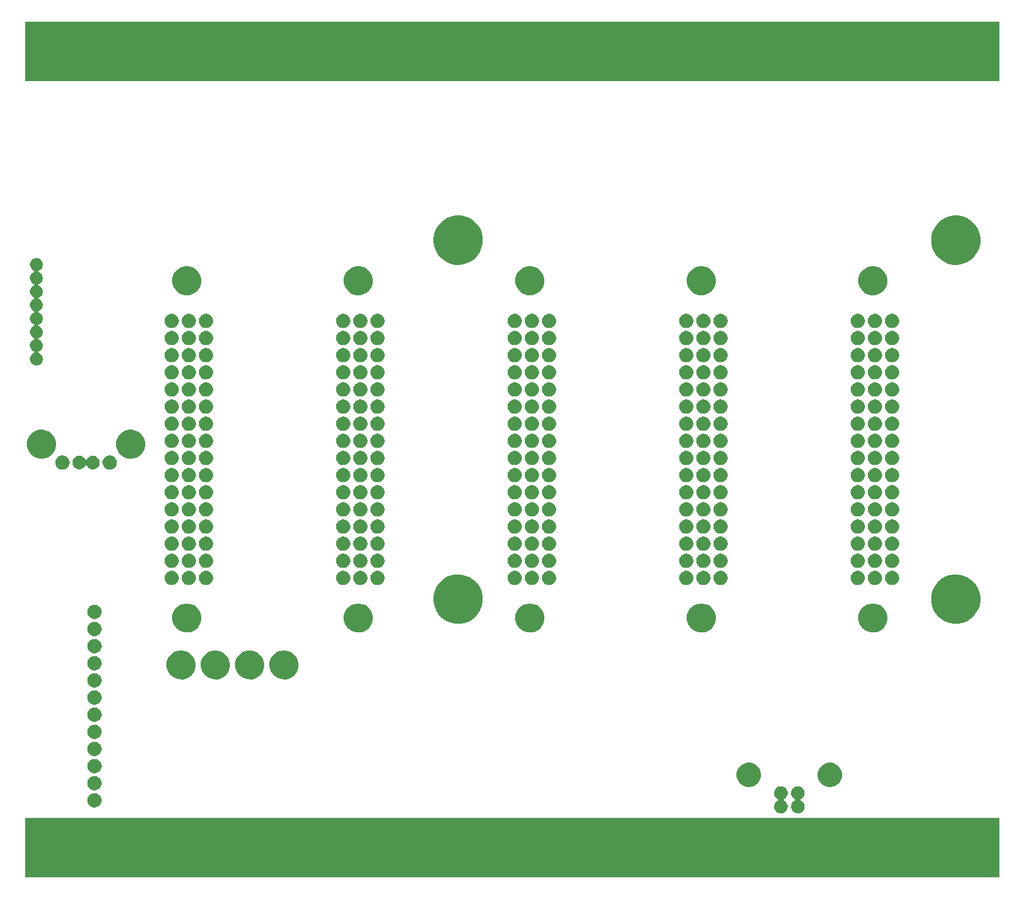
<source format=gts>
G04 (created by PCBNEW (2013-07-07 BZR 4022)-stable) date 20/12/2013 16:02:53*
%MOIN*%
G04 Gerber Fmt 3.4, Leading zero omitted, Abs format*
%FSLAX34Y34*%
G01*
G70*
G90*
G04 APERTURE LIST*
%ADD10C,0.00590551*%
G04 APERTURE END LIST*
G54D10*
G36*
X61024Y-37998D02*
X61023Y-38075D01*
X61005Y-38153D01*
X60978Y-38214D01*
X60932Y-38280D01*
X60884Y-38325D01*
X60815Y-38368D01*
X60754Y-38392D01*
X60674Y-38406D01*
X60608Y-38405D01*
X60529Y-38388D01*
X60469Y-38361D01*
X60402Y-38315D01*
X60357Y-38268D01*
X60313Y-38199D01*
X60289Y-38139D01*
X60274Y-38058D01*
X60275Y-37993D01*
X60292Y-37913D01*
X60317Y-37853D01*
X60364Y-37786D01*
X60410Y-37740D01*
X60479Y-37696D01*
X60503Y-37686D01*
X60521Y-37678D01*
X60534Y-37665D01*
X60542Y-37647D01*
X60542Y-37628D01*
X60534Y-37610D01*
X60521Y-37597D01*
X60469Y-37574D01*
X60402Y-37528D01*
X60357Y-37480D01*
X60313Y-37412D01*
X60289Y-37351D01*
X60274Y-37271D01*
X60275Y-37206D01*
X60292Y-37126D01*
X60317Y-37066D01*
X60364Y-36998D01*
X60410Y-36953D01*
X60479Y-36908D01*
X60503Y-36898D01*
X60521Y-36891D01*
X60534Y-36877D01*
X60542Y-36860D01*
X60542Y-36840D01*
X60534Y-36823D01*
X60521Y-36809D01*
X60469Y-36787D01*
X60402Y-36740D01*
X60357Y-36693D01*
X60313Y-36625D01*
X60289Y-36564D01*
X60274Y-36484D01*
X60275Y-36418D01*
X60292Y-36338D01*
X60317Y-36279D01*
X60364Y-36211D01*
X60410Y-36166D01*
X60479Y-36121D01*
X60503Y-36111D01*
X60521Y-36104D01*
X60534Y-36090D01*
X60542Y-36072D01*
X60542Y-36053D01*
X60534Y-36035D01*
X60521Y-36022D01*
X60469Y-35999D01*
X60402Y-35953D01*
X60357Y-35906D01*
X60313Y-35837D01*
X60289Y-35776D01*
X60274Y-35696D01*
X60275Y-35631D01*
X60292Y-35551D01*
X60317Y-35491D01*
X60364Y-35424D01*
X60410Y-35378D01*
X60479Y-35333D01*
X60503Y-35323D01*
X60521Y-35316D01*
X60534Y-35303D01*
X60542Y-35285D01*
X60542Y-35266D01*
X60534Y-35248D01*
X60521Y-35234D01*
X60469Y-35212D01*
X60402Y-35165D01*
X60357Y-35118D01*
X60313Y-35050D01*
X60289Y-34989D01*
X60274Y-34909D01*
X60275Y-34844D01*
X60292Y-34764D01*
X60317Y-34704D01*
X60364Y-34636D01*
X60410Y-34591D01*
X60479Y-34546D01*
X60503Y-34536D01*
X60521Y-34529D01*
X60534Y-34515D01*
X60542Y-34497D01*
X60542Y-34478D01*
X60534Y-34460D01*
X60521Y-34447D01*
X60469Y-34424D01*
X60402Y-34378D01*
X60357Y-34331D01*
X60313Y-34262D01*
X60289Y-34202D01*
X60274Y-34121D01*
X60275Y-34056D01*
X60292Y-33976D01*
X60317Y-33916D01*
X60364Y-33849D01*
X60410Y-33803D01*
X60479Y-33758D01*
X60503Y-33749D01*
X60521Y-33741D01*
X60534Y-33728D01*
X60542Y-33710D01*
X60542Y-33691D01*
X60534Y-33673D01*
X60521Y-33660D01*
X60469Y-33637D01*
X60402Y-33591D01*
X60357Y-33543D01*
X60313Y-33475D01*
X60289Y-33414D01*
X60274Y-33334D01*
X60275Y-33269D01*
X60292Y-33189D01*
X60317Y-33129D01*
X60364Y-33061D01*
X60410Y-33016D01*
X60479Y-32971D01*
X60503Y-32961D01*
X60521Y-32954D01*
X60534Y-32940D01*
X60542Y-32923D01*
X60542Y-32903D01*
X60534Y-32886D01*
X60521Y-32872D01*
X60469Y-32849D01*
X60402Y-32803D01*
X60357Y-32756D01*
X60313Y-32688D01*
X60289Y-32627D01*
X60274Y-32547D01*
X60275Y-32481D01*
X60292Y-32401D01*
X60317Y-32342D01*
X60364Y-32274D01*
X60410Y-32229D01*
X60479Y-32184D01*
X60539Y-32159D01*
X60619Y-32144D01*
X60684Y-32145D01*
X60765Y-32161D01*
X60824Y-32186D01*
X60893Y-32232D01*
X60938Y-32278D01*
X60984Y-32347D01*
X61008Y-32406D01*
X61024Y-32486D01*
X61023Y-32563D01*
X61005Y-32641D01*
X60978Y-32702D01*
X60932Y-32768D01*
X60884Y-32813D01*
X60815Y-32857D01*
X60795Y-32865D01*
X60777Y-32872D01*
X60764Y-32885D01*
X60756Y-32903D01*
X60756Y-32922D01*
X60764Y-32940D01*
X60777Y-32954D01*
X60824Y-32973D01*
X60893Y-33020D01*
X60938Y-33065D01*
X60984Y-33134D01*
X61008Y-33193D01*
X61024Y-33273D01*
X61023Y-33350D01*
X61005Y-33429D01*
X60978Y-33489D01*
X60932Y-33555D01*
X60884Y-33601D01*
X60815Y-33644D01*
X60795Y-33652D01*
X60777Y-33659D01*
X60764Y-33673D01*
X60756Y-33691D01*
X60756Y-33710D01*
X60764Y-33728D01*
X60777Y-33741D01*
X60824Y-33761D01*
X60893Y-33807D01*
X60938Y-33853D01*
X60984Y-33922D01*
X61008Y-33981D01*
X61024Y-34061D01*
X61023Y-34138D01*
X61005Y-34216D01*
X60978Y-34277D01*
X60932Y-34343D01*
X60884Y-34388D01*
X60815Y-34431D01*
X60795Y-34439D01*
X60777Y-34447D01*
X60764Y-34460D01*
X60756Y-34478D01*
X60756Y-34497D01*
X60764Y-34515D01*
X60777Y-34529D01*
X60824Y-34548D01*
X60893Y-34594D01*
X60938Y-34640D01*
X60984Y-34709D01*
X61008Y-34768D01*
X61024Y-34848D01*
X61023Y-34925D01*
X61005Y-35004D01*
X60978Y-35064D01*
X60932Y-35130D01*
X60884Y-35176D01*
X60815Y-35219D01*
X60795Y-35227D01*
X60777Y-35234D01*
X60764Y-35248D01*
X60756Y-35265D01*
X60756Y-35285D01*
X60764Y-35302D01*
X60777Y-35316D01*
X60824Y-35336D01*
X60893Y-35382D01*
X60938Y-35427D01*
X60984Y-35496D01*
X61008Y-35555D01*
X61024Y-35636D01*
X61023Y-35712D01*
X61005Y-35791D01*
X60978Y-35852D01*
X60932Y-35917D01*
X60884Y-35963D01*
X60815Y-36006D01*
X60795Y-36014D01*
X60777Y-36022D01*
X60764Y-36035D01*
X60756Y-36053D01*
X60756Y-36072D01*
X60764Y-36090D01*
X60777Y-36103D01*
X60824Y-36123D01*
X60893Y-36169D01*
X60938Y-36215D01*
X60984Y-36284D01*
X61008Y-36343D01*
X61024Y-36423D01*
X61023Y-36500D01*
X61005Y-36578D01*
X60978Y-36639D01*
X60932Y-36705D01*
X60884Y-36750D01*
X60815Y-36794D01*
X60795Y-36802D01*
X60777Y-36809D01*
X60764Y-36823D01*
X60756Y-36840D01*
X60756Y-36859D01*
X60764Y-36877D01*
X60777Y-36891D01*
X60824Y-36910D01*
X60893Y-36957D01*
X60938Y-37002D01*
X60984Y-37071D01*
X61008Y-37130D01*
X61024Y-37210D01*
X61023Y-37287D01*
X61005Y-37366D01*
X60978Y-37426D01*
X60932Y-37492D01*
X60884Y-37538D01*
X60815Y-37581D01*
X60795Y-37589D01*
X60777Y-37596D01*
X60764Y-37610D01*
X60756Y-37628D01*
X60756Y-37647D01*
X60764Y-37665D01*
X60777Y-37678D01*
X60824Y-37698D01*
X60893Y-37744D01*
X60938Y-37790D01*
X60984Y-37859D01*
X61008Y-37918D01*
X61024Y-37998D01*
X61024Y-37998D01*
G37*
G36*
X61792Y-42932D02*
X61789Y-43115D01*
X61751Y-43283D01*
X61686Y-43429D01*
X61586Y-43570D01*
X61471Y-43680D01*
X61325Y-43773D01*
X61177Y-43830D01*
X61006Y-43860D01*
X60847Y-43857D01*
X60678Y-43819D01*
X60533Y-43756D01*
X60390Y-43657D01*
X60280Y-43543D01*
X60186Y-43397D01*
X60128Y-43250D01*
X60096Y-43078D01*
X60098Y-42921D01*
X60135Y-42750D01*
X60197Y-42605D01*
X60295Y-42461D01*
X60408Y-42351D01*
X60554Y-42255D01*
X60700Y-42196D01*
X60872Y-42163D01*
X61029Y-42165D01*
X61200Y-42200D01*
X61345Y-42261D01*
X61490Y-42359D01*
X61601Y-42470D01*
X61698Y-42616D01*
X61758Y-42761D01*
X61792Y-42932D01*
X61792Y-42932D01*
G37*
G36*
X62579Y-44037D02*
X62578Y-44123D01*
X62558Y-44209D01*
X62528Y-44277D01*
X62477Y-44349D01*
X62424Y-44400D01*
X62349Y-44447D01*
X62280Y-44474D01*
X62193Y-44489D01*
X62119Y-44488D01*
X62033Y-44469D01*
X61965Y-44439D01*
X61892Y-44388D01*
X61841Y-44336D01*
X61793Y-44261D01*
X61766Y-44193D01*
X61750Y-44105D01*
X61751Y-44032D01*
X61770Y-43945D01*
X61798Y-43878D01*
X61849Y-43804D01*
X61901Y-43753D01*
X61976Y-43704D01*
X62043Y-43677D01*
X62132Y-43660D01*
X62204Y-43660D01*
X62292Y-43678D01*
X62359Y-43706D01*
X62434Y-43757D01*
X62484Y-43808D01*
X62534Y-43883D01*
X62562Y-43950D01*
X62579Y-44037D01*
X62579Y-44037D01*
G37*
G36*
X64331Y-44039D02*
X64330Y-44120D01*
X64311Y-44203D01*
X64283Y-44267D01*
X64234Y-44336D01*
X64183Y-44384D01*
X64112Y-44429D01*
X64047Y-44455D01*
X63963Y-44469D01*
X63893Y-44468D01*
X63810Y-44450D01*
X63747Y-44422D01*
X63677Y-44373D01*
X63629Y-44323D01*
X63583Y-44253D01*
X63570Y-44239D01*
X63552Y-44232D01*
X63533Y-44232D01*
X63515Y-44239D01*
X63501Y-44253D01*
X63495Y-44267D01*
X63446Y-44336D01*
X63396Y-44384D01*
X63324Y-44429D01*
X63259Y-44455D01*
X63176Y-44469D01*
X63106Y-44468D01*
X63023Y-44450D01*
X62959Y-44422D01*
X62889Y-44373D01*
X62841Y-44323D01*
X62795Y-44252D01*
X62770Y-44187D01*
X62754Y-44103D01*
X62755Y-44034D01*
X62773Y-43951D01*
X62800Y-43887D01*
X62849Y-43816D01*
X62898Y-43768D01*
X62970Y-43721D01*
X63033Y-43696D01*
X63118Y-43679D01*
X63186Y-43680D01*
X63271Y-43697D01*
X63333Y-43724D01*
X63405Y-43772D01*
X63453Y-43820D01*
X63501Y-43893D01*
X63502Y-43895D01*
X63516Y-43909D01*
X63533Y-43916D01*
X63553Y-43916D01*
X63570Y-43909D01*
X63584Y-43895D01*
X63587Y-43887D01*
X63636Y-43816D01*
X63685Y-43768D01*
X63757Y-43721D01*
X63820Y-43696D01*
X63905Y-43679D01*
X63973Y-43680D01*
X64058Y-43697D01*
X64121Y-43724D01*
X64193Y-43772D01*
X64240Y-43820D01*
X64288Y-43893D01*
X64314Y-43955D01*
X64331Y-44039D01*
X64331Y-44039D01*
G37*
G36*
X64453Y-52750D02*
X64452Y-52836D01*
X64432Y-52922D01*
X64402Y-52989D01*
X64351Y-53061D01*
X64298Y-53112D01*
X64223Y-53160D01*
X64154Y-53186D01*
X64067Y-53202D01*
X63993Y-53200D01*
X63907Y-53181D01*
X63839Y-53152D01*
X63766Y-53101D01*
X63715Y-53048D01*
X63667Y-52973D01*
X63640Y-52905D01*
X63624Y-52818D01*
X63625Y-52745D01*
X63644Y-52657D01*
X63672Y-52590D01*
X63723Y-52516D01*
X63775Y-52466D01*
X63850Y-52416D01*
X63917Y-52389D01*
X64006Y-52372D01*
X64078Y-52373D01*
X64166Y-52391D01*
X64233Y-52419D01*
X64308Y-52469D01*
X64358Y-52520D01*
X64408Y-52596D01*
X64436Y-52662D01*
X64453Y-52750D01*
X64453Y-52750D01*
G37*
G36*
X64453Y-53750D02*
X64452Y-53836D01*
X64432Y-53922D01*
X64402Y-53989D01*
X64351Y-54061D01*
X64298Y-54112D01*
X64223Y-54160D01*
X64154Y-54186D01*
X64067Y-54202D01*
X63993Y-54200D01*
X63907Y-54181D01*
X63839Y-54152D01*
X63766Y-54101D01*
X63715Y-54048D01*
X63667Y-53973D01*
X63640Y-53905D01*
X63624Y-53818D01*
X63625Y-53745D01*
X63644Y-53657D01*
X63672Y-53590D01*
X63723Y-53516D01*
X63775Y-53466D01*
X63850Y-53416D01*
X63917Y-53389D01*
X64006Y-53372D01*
X64078Y-53373D01*
X64166Y-53391D01*
X64233Y-53419D01*
X64308Y-53469D01*
X64358Y-53520D01*
X64408Y-53596D01*
X64436Y-53662D01*
X64453Y-53750D01*
X64453Y-53750D01*
G37*
G36*
X64453Y-54750D02*
X64452Y-54836D01*
X64432Y-54922D01*
X64402Y-54989D01*
X64351Y-55061D01*
X64298Y-55112D01*
X64223Y-55160D01*
X64154Y-55186D01*
X64067Y-55202D01*
X63993Y-55200D01*
X63907Y-55181D01*
X63839Y-55152D01*
X63766Y-55101D01*
X63715Y-55048D01*
X63667Y-54973D01*
X63640Y-54905D01*
X63624Y-54818D01*
X63625Y-54745D01*
X63644Y-54657D01*
X63672Y-54590D01*
X63723Y-54516D01*
X63775Y-54466D01*
X63850Y-54416D01*
X63917Y-54389D01*
X64006Y-54372D01*
X64078Y-54373D01*
X64166Y-54391D01*
X64233Y-54419D01*
X64308Y-54469D01*
X64358Y-54520D01*
X64408Y-54596D01*
X64436Y-54662D01*
X64453Y-54750D01*
X64453Y-54750D01*
G37*
G36*
X64453Y-55750D02*
X64452Y-55836D01*
X64432Y-55922D01*
X64402Y-55989D01*
X64351Y-56061D01*
X64298Y-56112D01*
X64223Y-56160D01*
X64154Y-56186D01*
X64067Y-56202D01*
X63993Y-56200D01*
X63907Y-56181D01*
X63839Y-56152D01*
X63766Y-56101D01*
X63715Y-56048D01*
X63667Y-55973D01*
X63640Y-55905D01*
X63624Y-55818D01*
X63625Y-55745D01*
X63644Y-55657D01*
X63672Y-55590D01*
X63723Y-55516D01*
X63775Y-55466D01*
X63850Y-55416D01*
X63917Y-55389D01*
X64006Y-55372D01*
X64078Y-55373D01*
X64166Y-55391D01*
X64233Y-55419D01*
X64308Y-55469D01*
X64358Y-55520D01*
X64408Y-55596D01*
X64436Y-55662D01*
X64453Y-55750D01*
X64453Y-55750D01*
G37*
G36*
X64453Y-56750D02*
X64452Y-56836D01*
X64432Y-56922D01*
X64402Y-56989D01*
X64351Y-57061D01*
X64298Y-57112D01*
X64223Y-57160D01*
X64154Y-57186D01*
X64067Y-57202D01*
X63993Y-57200D01*
X63907Y-57181D01*
X63839Y-57152D01*
X63766Y-57101D01*
X63715Y-57048D01*
X63667Y-56973D01*
X63640Y-56905D01*
X63624Y-56818D01*
X63625Y-56745D01*
X63644Y-56657D01*
X63672Y-56590D01*
X63723Y-56516D01*
X63775Y-56466D01*
X63850Y-56416D01*
X63917Y-56389D01*
X64006Y-56372D01*
X64078Y-56373D01*
X64166Y-56391D01*
X64233Y-56419D01*
X64308Y-56469D01*
X64358Y-56520D01*
X64408Y-56596D01*
X64436Y-56662D01*
X64453Y-56750D01*
X64453Y-56750D01*
G37*
G36*
X64453Y-57750D02*
X64452Y-57836D01*
X64432Y-57922D01*
X64402Y-57989D01*
X64351Y-58061D01*
X64298Y-58112D01*
X64223Y-58160D01*
X64154Y-58186D01*
X64067Y-58202D01*
X63993Y-58200D01*
X63907Y-58181D01*
X63839Y-58152D01*
X63766Y-58101D01*
X63715Y-58048D01*
X63667Y-57973D01*
X63640Y-57905D01*
X63624Y-57818D01*
X63625Y-57745D01*
X63644Y-57657D01*
X63672Y-57590D01*
X63723Y-57516D01*
X63775Y-57466D01*
X63850Y-57416D01*
X63917Y-57389D01*
X64006Y-57372D01*
X64078Y-57373D01*
X64166Y-57391D01*
X64233Y-57419D01*
X64308Y-57469D01*
X64358Y-57520D01*
X64408Y-57596D01*
X64436Y-57662D01*
X64453Y-57750D01*
X64453Y-57750D01*
G37*
G36*
X64453Y-58750D02*
X64452Y-58836D01*
X64432Y-58922D01*
X64402Y-58989D01*
X64351Y-59061D01*
X64298Y-59112D01*
X64223Y-59160D01*
X64154Y-59186D01*
X64067Y-59202D01*
X63993Y-59200D01*
X63907Y-59181D01*
X63839Y-59152D01*
X63766Y-59101D01*
X63715Y-59048D01*
X63667Y-58973D01*
X63640Y-58905D01*
X63624Y-58818D01*
X63625Y-58745D01*
X63644Y-58657D01*
X63672Y-58590D01*
X63723Y-58516D01*
X63775Y-58466D01*
X63850Y-58416D01*
X63917Y-58389D01*
X64006Y-58372D01*
X64078Y-58373D01*
X64166Y-58391D01*
X64233Y-58419D01*
X64308Y-58469D01*
X64358Y-58520D01*
X64408Y-58596D01*
X64436Y-58662D01*
X64453Y-58750D01*
X64453Y-58750D01*
G37*
G36*
X64453Y-59750D02*
X64452Y-59836D01*
X64432Y-59922D01*
X64402Y-59989D01*
X64351Y-60061D01*
X64298Y-60112D01*
X64223Y-60160D01*
X64154Y-60186D01*
X64067Y-60202D01*
X63993Y-60200D01*
X63907Y-60181D01*
X63839Y-60152D01*
X63766Y-60101D01*
X63715Y-60048D01*
X63667Y-59973D01*
X63640Y-59905D01*
X63624Y-59818D01*
X63625Y-59745D01*
X63644Y-59657D01*
X63672Y-59590D01*
X63723Y-59516D01*
X63775Y-59466D01*
X63850Y-59416D01*
X63917Y-59389D01*
X64006Y-59372D01*
X64078Y-59373D01*
X64166Y-59391D01*
X64233Y-59419D01*
X64308Y-59469D01*
X64358Y-59520D01*
X64408Y-59596D01*
X64436Y-59662D01*
X64453Y-59750D01*
X64453Y-59750D01*
G37*
G36*
X64453Y-60750D02*
X64452Y-60836D01*
X64432Y-60922D01*
X64402Y-60989D01*
X64351Y-61061D01*
X64298Y-61112D01*
X64223Y-61160D01*
X64154Y-61186D01*
X64067Y-61202D01*
X63993Y-61200D01*
X63907Y-61181D01*
X63839Y-61152D01*
X63766Y-61101D01*
X63715Y-61048D01*
X63667Y-60973D01*
X63640Y-60905D01*
X63624Y-60818D01*
X63625Y-60745D01*
X63644Y-60657D01*
X63672Y-60590D01*
X63723Y-60516D01*
X63775Y-60466D01*
X63850Y-60416D01*
X63917Y-60389D01*
X64006Y-60372D01*
X64078Y-60373D01*
X64166Y-60391D01*
X64233Y-60419D01*
X64308Y-60469D01*
X64358Y-60520D01*
X64408Y-60596D01*
X64436Y-60662D01*
X64453Y-60750D01*
X64453Y-60750D01*
G37*
G36*
X64453Y-61750D02*
X64452Y-61836D01*
X64432Y-61922D01*
X64402Y-61989D01*
X64351Y-62061D01*
X64298Y-62112D01*
X64223Y-62160D01*
X64154Y-62186D01*
X64067Y-62202D01*
X63993Y-62200D01*
X63907Y-62181D01*
X63839Y-62152D01*
X63766Y-62101D01*
X63715Y-62048D01*
X63667Y-61973D01*
X63640Y-61905D01*
X63624Y-61818D01*
X63625Y-61745D01*
X63644Y-61657D01*
X63672Y-61590D01*
X63723Y-61516D01*
X63775Y-61466D01*
X63850Y-61416D01*
X63917Y-61389D01*
X64006Y-61372D01*
X64078Y-61373D01*
X64166Y-61391D01*
X64233Y-61419D01*
X64308Y-61469D01*
X64358Y-61520D01*
X64408Y-61596D01*
X64436Y-61662D01*
X64453Y-61750D01*
X64453Y-61750D01*
G37*
G36*
X64453Y-62750D02*
X64452Y-62836D01*
X64432Y-62922D01*
X64402Y-62989D01*
X64351Y-63061D01*
X64298Y-63112D01*
X64223Y-63160D01*
X64154Y-63186D01*
X64067Y-63202D01*
X63993Y-63200D01*
X63907Y-63181D01*
X63839Y-63152D01*
X63766Y-63101D01*
X63715Y-63048D01*
X63667Y-62973D01*
X63640Y-62905D01*
X63624Y-62818D01*
X63625Y-62745D01*
X63644Y-62657D01*
X63672Y-62590D01*
X63723Y-62516D01*
X63775Y-62466D01*
X63850Y-62416D01*
X63917Y-62389D01*
X64006Y-62372D01*
X64078Y-62373D01*
X64166Y-62391D01*
X64233Y-62419D01*
X64308Y-62469D01*
X64358Y-62520D01*
X64408Y-62596D01*
X64436Y-62662D01*
X64453Y-62750D01*
X64453Y-62750D01*
G37*
G36*
X64453Y-63750D02*
X64452Y-63836D01*
X64432Y-63922D01*
X64402Y-63989D01*
X64351Y-64061D01*
X64298Y-64112D01*
X64223Y-64160D01*
X64154Y-64186D01*
X64067Y-64202D01*
X63993Y-64200D01*
X63907Y-64181D01*
X63839Y-64152D01*
X63766Y-64101D01*
X63715Y-64048D01*
X63667Y-63973D01*
X63640Y-63905D01*
X63624Y-63818D01*
X63625Y-63745D01*
X63644Y-63657D01*
X63672Y-63590D01*
X63723Y-63516D01*
X63775Y-63466D01*
X63850Y-63416D01*
X63917Y-63389D01*
X64006Y-63372D01*
X64078Y-63373D01*
X64166Y-63391D01*
X64233Y-63419D01*
X64308Y-63469D01*
X64358Y-63520D01*
X64408Y-63596D01*
X64436Y-63662D01*
X64453Y-63750D01*
X64453Y-63750D01*
G37*
G36*
X65335Y-44037D02*
X65334Y-44123D01*
X65314Y-44209D01*
X65284Y-44277D01*
X65233Y-44349D01*
X65180Y-44400D01*
X65105Y-44447D01*
X65036Y-44474D01*
X64949Y-44489D01*
X64875Y-44488D01*
X64789Y-44469D01*
X64721Y-44439D01*
X64648Y-44388D01*
X64597Y-44336D01*
X64549Y-44261D01*
X64522Y-44193D01*
X64506Y-44105D01*
X64507Y-44032D01*
X64526Y-43945D01*
X64554Y-43878D01*
X64605Y-43804D01*
X64657Y-43753D01*
X64732Y-43704D01*
X64799Y-43677D01*
X64888Y-43660D01*
X64960Y-43660D01*
X65048Y-43678D01*
X65115Y-43706D01*
X65189Y-43757D01*
X65240Y-43808D01*
X65290Y-43883D01*
X65317Y-43950D01*
X65335Y-44037D01*
X65335Y-44037D01*
G37*
G36*
X66988Y-42932D02*
X66986Y-43115D01*
X66948Y-43283D01*
X66883Y-43429D01*
X66783Y-43570D01*
X66668Y-43680D01*
X66522Y-43773D01*
X66374Y-43830D01*
X66203Y-43860D01*
X66044Y-43857D01*
X65875Y-43819D01*
X65729Y-43756D01*
X65587Y-43657D01*
X65477Y-43543D01*
X65383Y-43397D01*
X65324Y-43250D01*
X65293Y-43078D01*
X65295Y-42921D01*
X65331Y-42750D01*
X65393Y-42605D01*
X65492Y-42461D01*
X65605Y-42351D01*
X65751Y-42255D01*
X65897Y-42196D01*
X66069Y-42163D01*
X66226Y-42165D01*
X66397Y-42200D01*
X66542Y-42261D01*
X66687Y-42359D01*
X66798Y-42470D01*
X66895Y-42616D01*
X66955Y-42761D01*
X66988Y-42932D01*
X66988Y-42932D01*
G37*
G36*
X68951Y-35770D02*
X68950Y-35855D01*
X68930Y-35941D01*
X68900Y-36009D01*
X68849Y-36081D01*
X68796Y-36132D01*
X68721Y-36179D01*
X68652Y-36206D01*
X68565Y-36221D01*
X68491Y-36220D01*
X68405Y-36201D01*
X68337Y-36171D01*
X68264Y-36121D01*
X68214Y-36068D01*
X68165Y-35993D01*
X68138Y-35925D01*
X68122Y-35837D01*
X68123Y-35764D01*
X68142Y-35677D01*
X68170Y-35610D01*
X68221Y-35536D01*
X68273Y-35485D01*
X68348Y-35436D01*
X68415Y-35409D01*
X68504Y-35392D01*
X68576Y-35393D01*
X68664Y-35411D01*
X68731Y-35439D01*
X68806Y-35489D01*
X68856Y-35540D01*
X68906Y-35616D01*
X68934Y-35682D01*
X68951Y-35770D01*
X68951Y-35770D01*
G37*
G36*
X68951Y-36770D02*
X68950Y-36855D01*
X68930Y-36941D01*
X68900Y-37009D01*
X68849Y-37081D01*
X68796Y-37132D01*
X68721Y-37179D01*
X68652Y-37206D01*
X68565Y-37221D01*
X68491Y-37220D01*
X68405Y-37201D01*
X68337Y-37171D01*
X68264Y-37121D01*
X68214Y-37068D01*
X68165Y-36993D01*
X68138Y-36925D01*
X68122Y-36837D01*
X68123Y-36764D01*
X68142Y-36677D01*
X68170Y-36610D01*
X68221Y-36536D01*
X68273Y-36485D01*
X68348Y-36436D01*
X68415Y-36409D01*
X68504Y-36392D01*
X68576Y-36393D01*
X68664Y-36411D01*
X68731Y-36439D01*
X68806Y-36489D01*
X68856Y-36540D01*
X68906Y-36616D01*
X68934Y-36682D01*
X68951Y-36770D01*
X68951Y-36770D01*
G37*
G36*
X68951Y-37770D02*
X68950Y-37855D01*
X68930Y-37941D01*
X68900Y-38009D01*
X68849Y-38081D01*
X68796Y-38132D01*
X68721Y-38179D01*
X68652Y-38206D01*
X68565Y-38221D01*
X68491Y-38220D01*
X68405Y-38201D01*
X68337Y-38171D01*
X68264Y-38121D01*
X68214Y-38068D01*
X68165Y-37993D01*
X68138Y-37925D01*
X68122Y-37837D01*
X68123Y-37764D01*
X68142Y-37677D01*
X68170Y-37610D01*
X68221Y-37536D01*
X68273Y-37485D01*
X68348Y-37436D01*
X68415Y-37409D01*
X68504Y-37392D01*
X68576Y-37393D01*
X68664Y-37411D01*
X68731Y-37439D01*
X68806Y-37489D01*
X68856Y-37540D01*
X68906Y-37616D01*
X68934Y-37682D01*
X68951Y-37770D01*
X68951Y-37770D01*
G37*
G36*
X68951Y-38770D02*
X68950Y-38855D01*
X68930Y-38941D01*
X68900Y-39009D01*
X68849Y-39081D01*
X68796Y-39132D01*
X68721Y-39179D01*
X68652Y-39206D01*
X68565Y-39221D01*
X68491Y-39220D01*
X68405Y-39201D01*
X68337Y-39171D01*
X68264Y-39121D01*
X68214Y-39068D01*
X68165Y-38993D01*
X68138Y-38925D01*
X68122Y-38837D01*
X68123Y-38764D01*
X68142Y-38677D01*
X68170Y-38610D01*
X68221Y-38536D01*
X68273Y-38485D01*
X68348Y-38436D01*
X68415Y-38409D01*
X68504Y-38392D01*
X68576Y-38393D01*
X68664Y-38411D01*
X68731Y-38439D01*
X68806Y-38489D01*
X68856Y-38540D01*
X68906Y-38616D01*
X68934Y-38682D01*
X68951Y-38770D01*
X68951Y-38770D01*
G37*
G36*
X68951Y-39770D02*
X68950Y-39855D01*
X68930Y-39941D01*
X68900Y-40009D01*
X68849Y-40081D01*
X68796Y-40132D01*
X68721Y-40179D01*
X68652Y-40206D01*
X68565Y-40221D01*
X68491Y-40220D01*
X68405Y-40201D01*
X68337Y-40171D01*
X68264Y-40121D01*
X68214Y-40068D01*
X68165Y-39993D01*
X68138Y-39925D01*
X68122Y-39837D01*
X68123Y-39764D01*
X68142Y-39677D01*
X68170Y-39610D01*
X68221Y-39536D01*
X68273Y-39485D01*
X68348Y-39436D01*
X68415Y-39409D01*
X68504Y-39392D01*
X68576Y-39393D01*
X68664Y-39411D01*
X68731Y-39439D01*
X68806Y-39489D01*
X68856Y-39540D01*
X68906Y-39616D01*
X68934Y-39682D01*
X68951Y-39770D01*
X68951Y-39770D01*
G37*
G36*
X68951Y-40770D02*
X68950Y-40855D01*
X68930Y-40941D01*
X68900Y-41009D01*
X68849Y-41081D01*
X68796Y-41132D01*
X68721Y-41179D01*
X68652Y-41206D01*
X68565Y-41221D01*
X68491Y-41220D01*
X68405Y-41201D01*
X68337Y-41171D01*
X68264Y-41121D01*
X68214Y-41068D01*
X68165Y-40993D01*
X68138Y-40925D01*
X68122Y-40837D01*
X68123Y-40764D01*
X68142Y-40677D01*
X68170Y-40610D01*
X68221Y-40536D01*
X68273Y-40485D01*
X68348Y-40436D01*
X68415Y-40409D01*
X68504Y-40392D01*
X68576Y-40393D01*
X68664Y-40411D01*
X68731Y-40439D01*
X68806Y-40489D01*
X68856Y-40540D01*
X68906Y-40616D01*
X68934Y-40682D01*
X68951Y-40770D01*
X68951Y-40770D01*
G37*
G36*
X68951Y-41770D02*
X68950Y-41855D01*
X68930Y-41941D01*
X68900Y-42009D01*
X68849Y-42081D01*
X68796Y-42132D01*
X68721Y-42179D01*
X68652Y-42206D01*
X68565Y-42221D01*
X68491Y-42220D01*
X68405Y-42201D01*
X68337Y-42171D01*
X68264Y-42121D01*
X68214Y-42068D01*
X68165Y-41993D01*
X68138Y-41925D01*
X68122Y-41837D01*
X68123Y-41764D01*
X68142Y-41677D01*
X68170Y-41610D01*
X68221Y-41536D01*
X68273Y-41485D01*
X68348Y-41436D01*
X68415Y-41409D01*
X68504Y-41392D01*
X68576Y-41393D01*
X68664Y-41411D01*
X68731Y-41439D01*
X68806Y-41489D01*
X68856Y-41540D01*
X68906Y-41616D01*
X68934Y-41682D01*
X68951Y-41770D01*
X68951Y-41770D01*
G37*
G36*
X68951Y-42770D02*
X68950Y-42855D01*
X68930Y-42941D01*
X68900Y-43009D01*
X68849Y-43081D01*
X68796Y-43132D01*
X68721Y-43179D01*
X68652Y-43206D01*
X68565Y-43221D01*
X68491Y-43220D01*
X68405Y-43201D01*
X68337Y-43171D01*
X68264Y-43121D01*
X68214Y-43068D01*
X68165Y-42993D01*
X68138Y-42925D01*
X68122Y-42837D01*
X68123Y-42764D01*
X68142Y-42677D01*
X68170Y-42610D01*
X68221Y-42536D01*
X68273Y-42485D01*
X68348Y-42436D01*
X68415Y-42409D01*
X68504Y-42392D01*
X68576Y-42393D01*
X68664Y-42411D01*
X68731Y-42439D01*
X68806Y-42489D01*
X68856Y-42540D01*
X68906Y-42616D01*
X68934Y-42682D01*
X68951Y-42770D01*
X68951Y-42770D01*
G37*
G36*
X68951Y-43770D02*
X68950Y-43855D01*
X68930Y-43941D01*
X68900Y-44009D01*
X68849Y-44081D01*
X68796Y-44132D01*
X68721Y-44179D01*
X68652Y-44206D01*
X68565Y-44221D01*
X68491Y-44220D01*
X68405Y-44201D01*
X68337Y-44171D01*
X68264Y-44121D01*
X68214Y-44068D01*
X68165Y-43993D01*
X68138Y-43925D01*
X68122Y-43837D01*
X68123Y-43764D01*
X68142Y-43677D01*
X68170Y-43610D01*
X68221Y-43536D01*
X68273Y-43485D01*
X68348Y-43436D01*
X68415Y-43409D01*
X68504Y-43392D01*
X68576Y-43393D01*
X68664Y-43411D01*
X68731Y-43439D01*
X68806Y-43489D01*
X68856Y-43540D01*
X68906Y-43616D01*
X68934Y-43682D01*
X68951Y-43770D01*
X68951Y-43770D01*
G37*
G36*
X68951Y-44770D02*
X68950Y-44855D01*
X68930Y-44941D01*
X68900Y-45009D01*
X68849Y-45081D01*
X68796Y-45132D01*
X68721Y-45179D01*
X68652Y-45206D01*
X68565Y-45221D01*
X68491Y-45220D01*
X68405Y-45201D01*
X68337Y-45171D01*
X68264Y-45121D01*
X68214Y-45068D01*
X68165Y-44993D01*
X68138Y-44925D01*
X68122Y-44837D01*
X68123Y-44764D01*
X68142Y-44677D01*
X68170Y-44610D01*
X68221Y-44536D01*
X68273Y-44485D01*
X68348Y-44436D01*
X68415Y-44409D01*
X68504Y-44392D01*
X68576Y-44393D01*
X68664Y-44411D01*
X68731Y-44439D01*
X68806Y-44489D01*
X68856Y-44540D01*
X68906Y-44616D01*
X68934Y-44682D01*
X68951Y-44770D01*
X68951Y-44770D01*
G37*
G36*
X68951Y-45770D02*
X68950Y-45855D01*
X68930Y-45941D01*
X68900Y-46009D01*
X68849Y-46081D01*
X68796Y-46132D01*
X68721Y-46179D01*
X68652Y-46206D01*
X68565Y-46221D01*
X68491Y-46220D01*
X68405Y-46201D01*
X68337Y-46171D01*
X68264Y-46121D01*
X68214Y-46068D01*
X68165Y-45993D01*
X68138Y-45925D01*
X68122Y-45837D01*
X68123Y-45764D01*
X68142Y-45677D01*
X68170Y-45610D01*
X68221Y-45536D01*
X68273Y-45485D01*
X68348Y-45436D01*
X68415Y-45409D01*
X68504Y-45392D01*
X68576Y-45393D01*
X68664Y-45411D01*
X68731Y-45439D01*
X68806Y-45489D01*
X68856Y-45540D01*
X68906Y-45616D01*
X68934Y-45682D01*
X68951Y-45770D01*
X68951Y-45770D01*
G37*
G36*
X68951Y-46770D02*
X68950Y-46855D01*
X68930Y-46941D01*
X68900Y-47009D01*
X68849Y-47081D01*
X68796Y-47132D01*
X68721Y-47179D01*
X68652Y-47206D01*
X68565Y-47221D01*
X68491Y-47220D01*
X68405Y-47201D01*
X68337Y-47171D01*
X68264Y-47121D01*
X68214Y-47068D01*
X68165Y-46993D01*
X68138Y-46925D01*
X68122Y-46837D01*
X68123Y-46764D01*
X68142Y-46677D01*
X68170Y-46610D01*
X68221Y-46536D01*
X68273Y-46485D01*
X68348Y-46436D01*
X68415Y-46409D01*
X68504Y-46392D01*
X68576Y-46393D01*
X68664Y-46411D01*
X68731Y-46439D01*
X68806Y-46489D01*
X68856Y-46540D01*
X68906Y-46616D01*
X68934Y-46682D01*
X68951Y-46770D01*
X68951Y-46770D01*
G37*
G36*
X68951Y-47770D02*
X68950Y-47855D01*
X68930Y-47941D01*
X68900Y-48009D01*
X68849Y-48081D01*
X68796Y-48132D01*
X68721Y-48179D01*
X68652Y-48206D01*
X68565Y-48221D01*
X68491Y-48220D01*
X68405Y-48201D01*
X68337Y-48171D01*
X68264Y-48121D01*
X68214Y-48068D01*
X68165Y-47993D01*
X68138Y-47925D01*
X68122Y-47837D01*
X68123Y-47764D01*
X68142Y-47677D01*
X68170Y-47610D01*
X68221Y-47536D01*
X68273Y-47485D01*
X68348Y-47436D01*
X68415Y-47409D01*
X68504Y-47392D01*
X68576Y-47393D01*
X68664Y-47411D01*
X68731Y-47439D01*
X68806Y-47489D01*
X68856Y-47540D01*
X68906Y-47616D01*
X68934Y-47682D01*
X68951Y-47770D01*
X68951Y-47770D01*
G37*
G36*
X68951Y-48770D02*
X68950Y-48855D01*
X68930Y-48941D01*
X68900Y-49009D01*
X68849Y-49081D01*
X68796Y-49132D01*
X68721Y-49179D01*
X68652Y-49206D01*
X68565Y-49221D01*
X68491Y-49220D01*
X68405Y-49201D01*
X68337Y-49171D01*
X68264Y-49121D01*
X68214Y-49068D01*
X68165Y-48993D01*
X68138Y-48925D01*
X68122Y-48837D01*
X68123Y-48764D01*
X68142Y-48677D01*
X68170Y-48610D01*
X68221Y-48536D01*
X68273Y-48485D01*
X68348Y-48436D01*
X68415Y-48409D01*
X68504Y-48392D01*
X68576Y-48393D01*
X68664Y-48411D01*
X68731Y-48439D01*
X68806Y-48489D01*
X68856Y-48540D01*
X68906Y-48616D01*
X68934Y-48682D01*
X68951Y-48770D01*
X68951Y-48770D01*
G37*
G36*
X68951Y-49770D02*
X68950Y-49855D01*
X68930Y-49941D01*
X68900Y-50009D01*
X68849Y-50081D01*
X68796Y-50132D01*
X68721Y-50179D01*
X68652Y-50206D01*
X68565Y-50221D01*
X68491Y-50220D01*
X68405Y-50201D01*
X68337Y-50171D01*
X68264Y-50121D01*
X68214Y-50068D01*
X68165Y-49993D01*
X68138Y-49925D01*
X68122Y-49837D01*
X68123Y-49764D01*
X68142Y-49677D01*
X68170Y-49610D01*
X68221Y-49536D01*
X68273Y-49485D01*
X68348Y-49436D01*
X68415Y-49409D01*
X68504Y-49392D01*
X68576Y-49393D01*
X68664Y-49411D01*
X68731Y-49439D01*
X68806Y-49489D01*
X68856Y-49540D01*
X68906Y-49616D01*
X68934Y-49682D01*
X68951Y-49770D01*
X68951Y-49770D01*
G37*
G36*
X68951Y-50770D02*
X68950Y-50855D01*
X68930Y-50941D01*
X68900Y-51009D01*
X68849Y-51081D01*
X68796Y-51132D01*
X68721Y-51179D01*
X68652Y-51206D01*
X68565Y-51221D01*
X68491Y-51220D01*
X68405Y-51201D01*
X68337Y-51171D01*
X68264Y-51121D01*
X68214Y-51068D01*
X68165Y-50993D01*
X68138Y-50925D01*
X68122Y-50837D01*
X68123Y-50764D01*
X68142Y-50677D01*
X68170Y-50610D01*
X68221Y-50536D01*
X68273Y-50485D01*
X68348Y-50436D01*
X68415Y-50409D01*
X68504Y-50392D01*
X68576Y-50393D01*
X68664Y-50411D01*
X68731Y-50439D01*
X68806Y-50489D01*
X68856Y-50540D01*
X68906Y-50616D01*
X68934Y-50682D01*
X68951Y-50770D01*
X68951Y-50770D01*
G37*
G36*
X69933Y-55806D02*
X69931Y-55989D01*
X69892Y-56157D01*
X69828Y-56303D01*
X69728Y-56444D01*
X69613Y-56554D01*
X69466Y-56647D01*
X69319Y-56704D01*
X69148Y-56734D01*
X68989Y-56731D01*
X68819Y-56693D01*
X68674Y-56630D01*
X68532Y-56531D01*
X68422Y-56417D01*
X68327Y-56271D01*
X68269Y-56124D01*
X68238Y-55952D01*
X68240Y-55795D01*
X68276Y-55624D01*
X68338Y-55479D01*
X68437Y-55335D01*
X68550Y-55225D01*
X68696Y-55129D01*
X68842Y-55070D01*
X69013Y-55037D01*
X69171Y-55039D01*
X69342Y-55074D01*
X69487Y-55135D01*
X69632Y-55233D01*
X69743Y-55344D01*
X69840Y-55490D01*
X69899Y-55635D01*
X69933Y-55806D01*
X69933Y-55806D01*
G37*
G36*
X69951Y-35770D02*
X69950Y-35855D01*
X69930Y-35941D01*
X69900Y-36009D01*
X69849Y-36081D01*
X69796Y-36132D01*
X69721Y-36179D01*
X69652Y-36206D01*
X69565Y-36221D01*
X69491Y-36220D01*
X69405Y-36201D01*
X69337Y-36171D01*
X69264Y-36121D01*
X69214Y-36068D01*
X69165Y-35993D01*
X69138Y-35925D01*
X69122Y-35837D01*
X69123Y-35764D01*
X69142Y-35677D01*
X69170Y-35610D01*
X69221Y-35536D01*
X69273Y-35485D01*
X69348Y-35436D01*
X69415Y-35409D01*
X69504Y-35392D01*
X69576Y-35393D01*
X69664Y-35411D01*
X69731Y-35439D01*
X69806Y-35489D01*
X69856Y-35540D01*
X69906Y-35616D01*
X69934Y-35682D01*
X69951Y-35770D01*
X69951Y-35770D01*
G37*
G36*
X69951Y-36770D02*
X69950Y-36855D01*
X69930Y-36941D01*
X69900Y-37009D01*
X69849Y-37081D01*
X69796Y-37132D01*
X69721Y-37179D01*
X69652Y-37206D01*
X69565Y-37221D01*
X69491Y-37220D01*
X69405Y-37201D01*
X69337Y-37171D01*
X69264Y-37121D01*
X69214Y-37068D01*
X69165Y-36993D01*
X69138Y-36925D01*
X69122Y-36837D01*
X69123Y-36764D01*
X69142Y-36677D01*
X69170Y-36610D01*
X69221Y-36536D01*
X69273Y-36485D01*
X69348Y-36436D01*
X69415Y-36409D01*
X69504Y-36392D01*
X69576Y-36393D01*
X69664Y-36411D01*
X69731Y-36439D01*
X69806Y-36489D01*
X69856Y-36540D01*
X69906Y-36616D01*
X69934Y-36682D01*
X69951Y-36770D01*
X69951Y-36770D01*
G37*
G36*
X69951Y-37770D02*
X69950Y-37855D01*
X69930Y-37941D01*
X69900Y-38009D01*
X69849Y-38081D01*
X69796Y-38132D01*
X69721Y-38179D01*
X69652Y-38206D01*
X69565Y-38221D01*
X69491Y-38220D01*
X69405Y-38201D01*
X69337Y-38171D01*
X69264Y-38121D01*
X69214Y-38068D01*
X69165Y-37993D01*
X69138Y-37925D01*
X69122Y-37837D01*
X69123Y-37764D01*
X69142Y-37677D01*
X69170Y-37610D01*
X69221Y-37536D01*
X69273Y-37485D01*
X69348Y-37436D01*
X69415Y-37409D01*
X69504Y-37392D01*
X69576Y-37393D01*
X69664Y-37411D01*
X69731Y-37439D01*
X69806Y-37489D01*
X69856Y-37540D01*
X69906Y-37616D01*
X69934Y-37682D01*
X69951Y-37770D01*
X69951Y-37770D01*
G37*
G36*
X69951Y-38770D02*
X69950Y-38855D01*
X69930Y-38941D01*
X69900Y-39009D01*
X69849Y-39081D01*
X69796Y-39132D01*
X69721Y-39179D01*
X69652Y-39206D01*
X69565Y-39221D01*
X69491Y-39220D01*
X69405Y-39201D01*
X69337Y-39171D01*
X69264Y-39121D01*
X69214Y-39068D01*
X69165Y-38993D01*
X69138Y-38925D01*
X69122Y-38837D01*
X69123Y-38764D01*
X69142Y-38677D01*
X69170Y-38610D01*
X69221Y-38536D01*
X69273Y-38485D01*
X69348Y-38436D01*
X69415Y-38409D01*
X69504Y-38392D01*
X69576Y-38393D01*
X69664Y-38411D01*
X69731Y-38439D01*
X69806Y-38489D01*
X69856Y-38540D01*
X69906Y-38616D01*
X69934Y-38682D01*
X69951Y-38770D01*
X69951Y-38770D01*
G37*
G36*
X69951Y-39770D02*
X69950Y-39855D01*
X69930Y-39941D01*
X69900Y-40009D01*
X69849Y-40081D01*
X69796Y-40132D01*
X69721Y-40179D01*
X69652Y-40206D01*
X69565Y-40221D01*
X69491Y-40220D01*
X69405Y-40201D01*
X69337Y-40171D01*
X69264Y-40121D01*
X69214Y-40068D01*
X69165Y-39993D01*
X69138Y-39925D01*
X69122Y-39837D01*
X69123Y-39764D01*
X69142Y-39677D01*
X69170Y-39610D01*
X69221Y-39536D01*
X69273Y-39485D01*
X69348Y-39436D01*
X69415Y-39409D01*
X69504Y-39392D01*
X69576Y-39393D01*
X69664Y-39411D01*
X69731Y-39439D01*
X69806Y-39489D01*
X69856Y-39540D01*
X69906Y-39616D01*
X69934Y-39682D01*
X69951Y-39770D01*
X69951Y-39770D01*
G37*
G36*
X69951Y-40770D02*
X69950Y-40855D01*
X69930Y-40941D01*
X69900Y-41009D01*
X69849Y-41081D01*
X69796Y-41132D01*
X69721Y-41179D01*
X69652Y-41206D01*
X69565Y-41221D01*
X69491Y-41220D01*
X69405Y-41201D01*
X69337Y-41171D01*
X69264Y-41121D01*
X69214Y-41068D01*
X69165Y-40993D01*
X69138Y-40925D01*
X69122Y-40837D01*
X69123Y-40764D01*
X69142Y-40677D01*
X69170Y-40610D01*
X69221Y-40536D01*
X69273Y-40485D01*
X69348Y-40436D01*
X69415Y-40409D01*
X69504Y-40392D01*
X69576Y-40393D01*
X69664Y-40411D01*
X69731Y-40439D01*
X69806Y-40489D01*
X69856Y-40540D01*
X69906Y-40616D01*
X69934Y-40682D01*
X69951Y-40770D01*
X69951Y-40770D01*
G37*
G36*
X69951Y-41770D02*
X69950Y-41855D01*
X69930Y-41941D01*
X69900Y-42009D01*
X69849Y-42081D01*
X69796Y-42132D01*
X69721Y-42179D01*
X69652Y-42206D01*
X69565Y-42221D01*
X69491Y-42220D01*
X69405Y-42201D01*
X69337Y-42171D01*
X69264Y-42121D01*
X69214Y-42068D01*
X69165Y-41993D01*
X69138Y-41925D01*
X69122Y-41837D01*
X69123Y-41764D01*
X69142Y-41677D01*
X69170Y-41610D01*
X69221Y-41536D01*
X69273Y-41485D01*
X69348Y-41436D01*
X69415Y-41409D01*
X69504Y-41392D01*
X69576Y-41393D01*
X69664Y-41411D01*
X69731Y-41439D01*
X69806Y-41489D01*
X69856Y-41540D01*
X69906Y-41616D01*
X69934Y-41682D01*
X69951Y-41770D01*
X69951Y-41770D01*
G37*
G36*
X69951Y-42770D02*
X69950Y-42855D01*
X69930Y-42941D01*
X69900Y-43009D01*
X69849Y-43081D01*
X69796Y-43132D01*
X69721Y-43179D01*
X69652Y-43206D01*
X69565Y-43221D01*
X69491Y-43220D01*
X69405Y-43201D01*
X69337Y-43171D01*
X69264Y-43121D01*
X69214Y-43068D01*
X69165Y-42993D01*
X69138Y-42925D01*
X69122Y-42837D01*
X69123Y-42764D01*
X69142Y-42677D01*
X69170Y-42610D01*
X69221Y-42536D01*
X69273Y-42485D01*
X69348Y-42436D01*
X69415Y-42409D01*
X69504Y-42392D01*
X69576Y-42393D01*
X69664Y-42411D01*
X69731Y-42439D01*
X69806Y-42489D01*
X69856Y-42540D01*
X69906Y-42616D01*
X69934Y-42682D01*
X69951Y-42770D01*
X69951Y-42770D01*
G37*
G36*
X69951Y-43770D02*
X69950Y-43855D01*
X69930Y-43941D01*
X69900Y-44009D01*
X69849Y-44081D01*
X69796Y-44132D01*
X69721Y-44179D01*
X69652Y-44206D01*
X69565Y-44221D01*
X69491Y-44220D01*
X69405Y-44201D01*
X69337Y-44171D01*
X69264Y-44121D01*
X69214Y-44068D01*
X69165Y-43993D01*
X69138Y-43925D01*
X69122Y-43837D01*
X69123Y-43764D01*
X69142Y-43677D01*
X69170Y-43610D01*
X69221Y-43536D01*
X69273Y-43485D01*
X69348Y-43436D01*
X69415Y-43409D01*
X69504Y-43392D01*
X69576Y-43393D01*
X69664Y-43411D01*
X69731Y-43439D01*
X69806Y-43489D01*
X69856Y-43540D01*
X69906Y-43616D01*
X69934Y-43682D01*
X69951Y-43770D01*
X69951Y-43770D01*
G37*
G36*
X69951Y-44770D02*
X69950Y-44855D01*
X69930Y-44941D01*
X69900Y-45009D01*
X69849Y-45081D01*
X69796Y-45132D01*
X69721Y-45179D01*
X69652Y-45206D01*
X69565Y-45221D01*
X69491Y-45220D01*
X69405Y-45201D01*
X69337Y-45171D01*
X69264Y-45121D01*
X69214Y-45068D01*
X69165Y-44993D01*
X69138Y-44925D01*
X69122Y-44837D01*
X69123Y-44764D01*
X69142Y-44677D01*
X69170Y-44610D01*
X69221Y-44536D01*
X69273Y-44485D01*
X69348Y-44436D01*
X69415Y-44409D01*
X69504Y-44392D01*
X69576Y-44393D01*
X69664Y-44411D01*
X69731Y-44439D01*
X69806Y-44489D01*
X69856Y-44540D01*
X69906Y-44616D01*
X69934Y-44682D01*
X69951Y-44770D01*
X69951Y-44770D01*
G37*
G36*
X69951Y-45770D02*
X69950Y-45855D01*
X69930Y-45941D01*
X69900Y-46009D01*
X69849Y-46081D01*
X69796Y-46132D01*
X69721Y-46179D01*
X69652Y-46206D01*
X69565Y-46221D01*
X69491Y-46220D01*
X69405Y-46201D01*
X69337Y-46171D01*
X69264Y-46121D01*
X69214Y-46068D01*
X69165Y-45993D01*
X69138Y-45925D01*
X69122Y-45837D01*
X69123Y-45764D01*
X69142Y-45677D01*
X69170Y-45610D01*
X69221Y-45536D01*
X69273Y-45485D01*
X69348Y-45436D01*
X69415Y-45409D01*
X69504Y-45392D01*
X69576Y-45393D01*
X69664Y-45411D01*
X69731Y-45439D01*
X69806Y-45489D01*
X69856Y-45540D01*
X69906Y-45616D01*
X69934Y-45682D01*
X69951Y-45770D01*
X69951Y-45770D01*
G37*
G36*
X69951Y-46770D02*
X69950Y-46855D01*
X69930Y-46941D01*
X69900Y-47009D01*
X69849Y-47081D01*
X69796Y-47132D01*
X69721Y-47179D01*
X69652Y-47206D01*
X69565Y-47221D01*
X69491Y-47220D01*
X69405Y-47201D01*
X69337Y-47171D01*
X69264Y-47121D01*
X69214Y-47068D01*
X69165Y-46993D01*
X69138Y-46925D01*
X69122Y-46837D01*
X69123Y-46764D01*
X69142Y-46677D01*
X69170Y-46610D01*
X69221Y-46536D01*
X69273Y-46485D01*
X69348Y-46436D01*
X69415Y-46409D01*
X69504Y-46392D01*
X69576Y-46393D01*
X69664Y-46411D01*
X69731Y-46439D01*
X69806Y-46489D01*
X69856Y-46540D01*
X69906Y-46616D01*
X69934Y-46682D01*
X69951Y-46770D01*
X69951Y-46770D01*
G37*
G36*
X69951Y-47770D02*
X69950Y-47855D01*
X69930Y-47941D01*
X69900Y-48009D01*
X69849Y-48081D01*
X69796Y-48132D01*
X69721Y-48179D01*
X69652Y-48206D01*
X69565Y-48221D01*
X69491Y-48220D01*
X69405Y-48201D01*
X69337Y-48171D01*
X69264Y-48121D01*
X69214Y-48068D01*
X69165Y-47993D01*
X69138Y-47925D01*
X69122Y-47837D01*
X69123Y-47764D01*
X69142Y-47677D01*
X69170Y-47610D01*
X69221Y-47536D01*
X69273Y-47485D01*
X69348Y-47436D01*
X69415Y-47409D01*
X69504Y-47392D01*
X69576Y-47393D01*
X69664Y-47411D01*
X69731Y-47439D01*
X69806Y-47489D01*
X69856Y-47540D01*
X69906Y-47616D01*
X69934Y-47682D01*
X69951Y-47770D01*
X69951Y-47770D01*
G37*
G36*
X69951Y-48770D02*
X69950Y-48855D01*
X69930Y-48941D01*
X69900Y-49009D01*
X69849Y-49081D01*
X69796Y-49132D01*
X69721Y-49179D01*
X69652Y-49206D01*
X69565Y-49221D01*
X69491Y-49220D01*
X69405Y-49201D01*
X69337Y-49171D01*
X69264Y-49121D01*
X69214Y-49068D01*
X69165Y-48993D01*
X69138Y-48925D01*
X69122Y-48837D01*
X69123Y-48764D01*
X69142Y-48677D01*
X69170Y-48610D01*
X69221Y-48536D01*
X69273Y-48485D01*
X69348Y-48436D01*
X69415Y-48409D01*
X69504Y-48392D01*
X69576Y-48393D01*
X69664Y-48411D01*
X69731Y-48439D01*
X69806Y-48489D01*
X69856Y-48540D01*
X69906Y-48616D01*
X69934Y-48682D01*
X69951Y-48770D01*
X69951Y-48770D01*
G37*
G36*
X69951Y-49770D02*
X69950Y-49855D01*
X69930Y-49941D01*
X69900Y-50009D01*
X69849Y-50081D01*
X69796Y-50132D01*
X69721Y-50179D01*
X69652Y-50206D01*
X69565Y-50221D01*
X69491Y-50220D01*
X69405Y-50201D01*
X69337Y-50171D01*
X69264Y-50121D01*
X69214Y-50068D01*
X69165Y-49993D01*
X69138Y-49925D01*
X69122Y-49837D01*
X69123Y-49764D01*
X69142Y-49677D01*
X69170Y-49610D01*
X69221Y-49536D01*
X69273Y-49485D01*
X69348Y-49436D01*
X69415Y-49409D01*
X69504Y-49392D01*
X69576Y-49393D01*
X69664Y-49411D01*
X69731Y-49439D01*
X69806Y-49489D01*
X69856Y-49540D01*
X69906Y-49616D01*
X69934Y-49682D01*
X69951Y-49770D01*
X69951Y-49770D01*
G37*
G36*
X69951Y-50770D02*
X69950Y-50855D01*
X69930Y-50941D01*
X69900Y-51009D01*
X69849Y-51081D01*
X69796Y-51132D01*
X69721Y-51179D01*
X69652Y-51206D01*
X69565Y-51221D01*
X69491Y-51220D01*
X69405Y-51201D01*
X69337Y-51171D01*
X69264Y-51121D01*
X69214Y-51068D01*
X69165Y-50993D01*
X69138Y-50925D01*
X69122Y-50837D01*
X69123Y-50764D01*
X69142Y-50677D01*
X69170Y-50610D01*
X69221Y-50536D01*
X69273Y-50485D01*
X69348Y-50436D01*
X69415Y-50409D01*
X69504Y-50392D01*
X69576Y-50393D01*
X69664Y-50411D01*
X69731Y-50439D01*
X69806Y-50489D01*
X69856Y-50540D01*
X69906Y-50616D01*
X69934Y-50682D01*
X69951Y-50770D01*
X69951Y-50770D01*
G37*
G36*
X70266Y-33385D02*
X70263Y-33567D01*
X70225Y-33736D01*
X70160Y-33881D01*
X70061Y-34023D01*
X69946Y-34132D01*
X69799Y-34225D01*
X69651Y-34283D01*
X69480Y-34313D01*
X69322Y-34309D01*
X69152Y-34272D01*
X69007Y-34209D01*
X68864Y-34110D01*
X68754Y-33996D01*
X68660Y-33849D01*
X68602Y-33703D01*
X68570Y-33531D01*
X68573Y-33373D01*
X68609Y-33203D01*
X68671Y-33058D01*
X68770Y-32914D01*
X68882Y-32804D01*
X69028Y-32708D01*
X69174Y-32649D01*
X69346Y-32616D01*
X69503Y-32617D01*
X69675Y-32652D01*
X69820Y-32713D01*
X69965Y-32811D01*
X70075Y-32923D01*
X70172Y-33069D01*
X70232Y-33214D01*
X70266Y-33385D01*
X70266Y-33385D01*
G37*
G36*
X70266Y-53070D02*
X70263Y-53252D01*
X70225Y-53421D01*
X70160Y-53566D01*
X70061Y-53708D01*
X69946Y-53817D01*
X69799Y-53910D01*
X69651Y-53968D01*
X69480Y-53998D01*
X69322Y-53995D01*
X69152Y-53957D01*
X69007Y-53894D01*
X68864Y-53795D01*
X68754Y-53681D01*
X68660Y-53534D01*
X68602Y-53388D01*
X68570Y-53216D01*
X68573Y-53058D01*
X68609Y-52888D01*
X68671Y-52743D01*
X68770Y-52599D01*
X68882Y-52489D01*
X69028Y-52393D01*
X69174Y-52334D01*
X69346Y-52301D01*
X69503Y-52302D01*
X69675Y-52338D01*
X69820Y-52398D01*
X69965Y-52496D01*
X70075Y-52608D01*
X70172Y-52754D01*
X70232Y-52899D01*
X70266Y-53070D01*
X70266Y-53070D01*
G37*
G36*
X70951Y-35770D02*
X70950Y-35855D01*
X70930Y-35941D01*
X70900Y-36009D01*
X70849Y-36081D01*
X70796Y-36132D01*
X70721Y-36179D01*
X70652Y-36206D01*
X70565Y-36221D01*
X70491Y-36220D01*
X70405Y-36201D01*
X70337Y-36171D01*
X70264Y-36121D01*
X70214Y-36068D01*
X70165Y-35993D01*
X70138Y-35925D01*
X70122Y-35837D01*
X70123Y-35764D01*
X70142Y-35677D01*
X70170Y-35610D01*
X70221Y-35536D01*
X70273Y-35485D01*
X70348Y-35436D01*
X70415Y-35409D01*
X70504Y-35392D01*
X70576Y-35393D01*
X70664Y-35411D01*
X70731Y-35439D01*
X70806Y-35489D01*
X70856Y-35540D01*
X70906Y-35616D01*
X70934Y-35682D01*
X70951Y-35770D01*
X70951Y-35770D01*
G37*
G36*
X70951Y-36770D02*
X70950Y-36855D01*
X70930Y-36941D01*
X70900Y-37009D01*
X70849Y-37081D01*
X70796Y-37132D01*
X70721Y-37179D01*
X70652Y-37206D01*
X70565Y-37221D01*
X70491Y-37220D01*
X70405Y-37201D01*
X70337Y-37171D01*
X70264Y-37121D01*
X70214Y-37068D01*
X70165Y-36993D01*
X70138Y-36925D01*
X70122Y-36837D01*
X70123Y-36764D01*
X70142Y-36677D01*
X70170Y-36610D01*
X70221Y-36536D01*
X70273Y-36485D01*
X70348Y-36436D01*
X70415Y-36409D01*
X70504Y-36392D01*
X70576Y-36393D01*
X70664Y-36411D01*
X70731Y-36439D01*
X70806Y-36489D01*
X70856Y-36540D01*
X70906Y-36616D01*
X70934Y-36682D01*
X70951Y-36770D01*
X70951Y-36770D01*
G37*
G36*
X70951Y-37770D02*
X70950Y-37855D01*
X70930Y-37941D01*
X70900Y-38009D01*
X70849Y-38081D01*
X70796Y-38132D01*
X70721Y-38179D01*
X70652Y-38206D01*
X70565Y-38221D01*
X70491Y-38220D01*
X70405Y-38201D01*
X70337Y-38171D01*
X70264Y-38121D01*
X70214Y-38068D01*
X70165Y-37993D01*
X70138Y-37925D01*
X70122Y-37837D01*
X70123Y-37764D01*
X70142Y-37677D01*
X70170Y-37610D01*
X70221Y-37536D01*
X70273Y-37485D01*
X70348Y-37436D01*
X70415Y-37409D01*
X70504Y-37392D01*
X70576Y-37393D01*
X70664Y-37411D01*
X70731Y-37439D01*
X70806Y-37489D01*
X70856Y-37540D01*
X70906Y-37616D01*
X70934Y-37682D01*
X70951Y-37770D01*
X70951Y-37770D01*
G37*
G36*
X70951Y-38770D02*
X70950Y-38855D01*
X70930Y-38941D01*
X70900Y-39009D01*
X70849Y-39081D01*
X70796Y-39132D01*
X70721Y-39179D01*
X70652Y-39206D01*
X70565Y-39221D01*
X70491Y-39220D01*
X70405Y-39201D01*
X70337Y-39171D01*
X70264Y-39121D01*
X70214Y-39068D01*
X70165Y-38993D01*
X70138Y-38925D01*
X70122Y-38837D01*
X70123Y-38764D01*
X70142Y-38677D01*
X70170Y-38610D01*
X70221Y-38536D01*
X70273Y-38485D01*
X70348Y-38436D01*
X70415Y-38409D01*
X70504Y-38392D01*
X70576Y-38393D01*
X70664Y-38411D01*
X70731Y-38439D01*
X70806Y-38489D01*
X70856Y-38540D01*
X70906Y-38616D01*
X70934Y-38682D01*
X70951Y-38770D01*
X70951Y-38770D01*
G37*
G36*
X70951Y-39770D02*
X70950Y-39855D01*
X70930Y-39941D01*
X70900Y-40009D01*
X70849Y-40081D01*
X70796Y-40132D01*
X70721Y-40179D01*
X70652Y-40206D01*
X70565Y-40221D01*
X70491Y-40220D01*
X70405Y-40201D01*
X70337Y-40171D01*
X70264Y-40121D01*
X70214Y-40068D01*
X70165Y-39993D01*
X70138Y-39925D01*
X70122Y-39837D01*
X70123Y-39764D01*
X70142Y-39677D01*
X70170Y-39610D01*
X70221Y-39536D01*
X70273Y-39485D01*
X70348Y-39436D01*
X70415Y-39409D01*
X70504Y-39392D01*
X70576Y-39393D01*
X70664Y-39411D01*
X70731Y-39439D01*
X70806Y-39489D01*
X70856Y-39540D01*
X70906Y-39616D01*
X70934Y-39682D01*
X70951Y-39770D01*
X70951Y-39770D01*
G37*
G36*
X70951Y-40770D02*
X70950Y-40855D01*
X70930Y-40941D01*
X70900Y-41009D01*
X70849Y-41081D01*
X70796Y-41132D01*
X70721Y-41179D01*
X70652Y-41206D01*
X70565Y-41221D01*
X70491Y-41220D01*
X70405Y-41201D01*
X70337Y-41171D01*
X70264Y-41121D01*
X70214Y-41068D01*
X70165Y-40993D01*
X70138Y-40925D01*
X70122Y-40837D01*
X70123Y-40764D01*
X70142Y-40677D01*
X70170Y-40610D01*
X70221Y-40536D01*
X70273Y-40485D01*
X70348Y-40436D01*
X70415Y-40409D01*
X70504Y-40392D01*
X70576Y-40393D01*
X70664Y-40411D01*
X70731Y-40439D01*
X70806Y-40489D01*
X70856Y-40540D01*
X70906Y-40616D01*
X70934Y-40682D01*
X70951Y-40770D01*
X70951Y-40770D01*
G37*
G36*
X70951Y-41770D02*
X70950Y-41855D01*
X70930Y-41941D01*
X70900Y-42009D01*
X70849Y-42081D01*
X70796Y-42132D01*
X70721Y-42179D01*
X70652Y-42206D01*
X70565Y-42221D01*
X70491Y-42220D01*
X70405Y-42201D01*
X70337Y-42171D01*
X70264Y-42121D01*
X70214Y-42068D01*
X70165Y-41993D01*
X70138Y-41925D01*
X70122Y-41837D01*
X70123Y-41764D01*
X70142Y-41677D01*
X70170Y-41610D01*
X70221Y-41536D01*
X70273Y-41485D01*
X70348Y-41436D01*
X70415Y-41409D01*
X70504Y-41392D01*
X70576Y-41393D01*
X70664Y-41411D01*
X70731Y-41439D01*
X70806Y-41489D01*
X70856Y-41540D01*
X70906Y-41616D01*
X70934Y-41682D01*
X70951Y-41770D01*
X70951Y-41770D01*
G37*
G36*
X70951Y-42770D02*
X70950Y-42855D01*
X70930Y-42941D01*
X70900Y-43009D01*
X70849Y-43081D01*
X70796Y-43132D01*
X70721Y-43179D01*
X70652Y-43206D01*
X70565Y-43221D01*
X70491Y-43220D01*
X70405Y-43201D01*
X70337Y-43171D01*
X70264Y-43121D01*
X70214Y-43068D01*
X70165Y-42993D01*
X70138Y-42925D01*
X70122Y-42837D01*
X70123Y-42764D01*
X70142Y-42677D01*
X70170Y-42610D01*
X70221Y-42536D01*
X70273Y-42485D01*
X70348Y-42436D01*
X70415Y-42409D01*
X70504Y-42392D01*
X70576Y-42393D01*
X70664Y-42411D01*
X70731Y-42439D01*
X70806Y-42489D01*
X70856Y-42540D01*
X70906Y-42616D01*
X70934Y-42682D01*
X70951Y-42770D01*
X70951Y-42770D01*
G37*
G36*
X70951Y-43770D02*
X70950Y-43855D01*
X70930Y-43941D01*
X70900Y-44009D01*
X70849Y-44081D01*
X70796Y-44132D01*
X70721Y-44179D01*
X70652Y-44206D01*
X70565Y-44221D01*
X70491Y-44220D01*
X70405Y-44201D01*
X70337Y-44171D01*
X70264Y-44121D01*
X70214Y-44068D01*
X70165Y-43993D01*
X70138Y-43925D01*
X70122Y-43837D01*
X70123Y-43764D01*
X70142Y-43677D01*
X70170Y-43610D01*
X70221Y-43536D01*
X70273Y-43485D01*
X70348Y-43436D01*
X70415Y-43409D01*
X70504Y-43392D01*
X70576Y-43393D01*
X70664Y-43411D01*
X70731Y-43439D01*
X70806Y-43489D01*
X70856Y-43540D01*
X70906Y-43616D01*
X70934Y-43682D01*
X70951Y-43770D01*
X70951Y-43770D01*
G37*
G36*
X70951Y-44770D02*
X70950Y-44855D01*
X70930Y-44941D01*
X70900Y-45009D01*
X70849Y-45081D01*
X70796Y-45132D01*
X70721Y-45179D01*
X70652Y-45206D01*
X70565Y-45221D01*
X70491Y-45220D01*
X70405Y-45201D01*
X70337Y-45171D01*
X70264Y-45121D01*
X70214Y-45068D01*
X70165Y-44993D01*
X70138Y-44925D01*
X70122Y-44837D01*
X70123Y-44764D01*
X70142Y-44677D01*
X70170Y-44610D01*
X70221Y-44536D01*
X70273Y-44485D01*
X70348Y-44436D01*
X70415Y-44409D01*
X70504Y-44392D01*
X70576Y-44393D01*
X70664Y-44411D01*
X70731Y-44439D01*
X70806Y-44489D01*
X70856Y-44540D01*
X70906Y-44616D01*
X70934Y-44682D01*
X70951Y-44770D01*
X70951Y-44770D01*
G37*
G36*
X70951Y-45770D02*
X70950Y-45855D01*
X70930Y-45941D01*
X70900Y-46009D01*
X70849Y-46081D01*
X70796Y-46132D01*
X70721Y-46179D01*
X70652Y-46206D01*
X70565Y-46221D01*
X70491Y-46220D01*
X70405Y-46201D01*
X70337Y-46171D01*
X70264Y-46121D01*
X70214Y-46068D01*
X70165Y-45993D01*
X70138Y-45925D01*
X70122Y-45837D01*
X70123Y-45764D01*
X70142Y-45677D01*
X70170Y-45610D01*
X70221Y-45536D01*
X70273Y-45485D01*
X70348Y-45436D01*
X70415Y-45409D01*
X70504Y-45392D01*
X70576Y-45393D01*
X70664Y-45411D01*
X70731Y-45439D01*
X70806Y-45489D01*
X70856Y-45540D01*
X70906Y-45616D01*
X70934Y-45682D01*
X70951Y-45770D01*
X70951Y-45770D01*
G37*
G36*
X70951Y-46770D02*
X70950Y-46855D01*
X70930Y-46941D01*
X70900Y-47009D01*
X70849Y-47081D01*
X70796Y-47132D01*
X70721Y-47179D01*
X70652Y-47206D01*
X70565Y-47221D01*
X70491Y-47220D01*
X70405Y-47201D01*
X70337Y-47171D01*
X70264Y-47121D01*
X70214Y-47068D01*
X70165Y-46993D01*
X70138Y-46925D01*
X70122Y-46837D01*
X70123Y-46764D01*
X70142Y-46677D01*
X70170Y-46610D01*
X70221Y-46536D01*
X70273Y-46485D01*
X70348Y-46436D01*
X70415Y-46409D01*
X70504Y-46392D01*
X70576Y-46393D01*
X70664Y-46411D01*
X70731Y-46439D01*
X70806Y-46489D01*
X70856Y-46540D01*
X70906Y-46616D01*
X70934Y-46682D01*
X70951Y-46770D01*
X70951Y-46770D01*
G37*
G36*
X70951Y-47770D02*
X70950Y-47855D01*
X70930Y-47941D01*
X70900Y-48009D01*
X70849Y-48081D01*
X70796Y-48132D01*
X70721Y-48179D01*
X70652Y-48206D01*
X70565Y-48221D01*
X70491Y-48220D01*
X70405Y-48201D01*
X70337Y-48171D01*
X70264Y-48121D01*
X70214Y-48068D01*
X70165Y-47993D01*
X70138Y-47925D01*
X70122Y-47837D01*
X70123Y-47764D01*
X70142Y-47677D01*
X70170Y-47610D01*
X70221Y-47536D01*
X70273Y-47485D01*
X70348Y-47436D01*
X70415Y-47409D01*
X70504Y-47392D01*
X70576Y-47393D01*
X70664Y-47411D01*
X70731Y-47439D01*
X70806Y-47489D01*
X70856Y-47540D01*
X70906Y-47616D01*
X70934Y-47682D01*
X70951Y-47770D01*
X70951Y-47770D01*
G37*
G36*
X70951Y-48770D02*
X70950Y-48855D01*
X70930Y-48941D01*
X70900Y-49009D01*
X70849Y-49081D01*
X70796Y-49132D01*
X70721Y-49179D01*
X70652Y-49206D01*
X70565Y-49221D01*
X70491Y-49220D01*
X70405Y-49201D01*
X70337Y-49171D01*
X70264Y-49121D01*
X70214Y-49068D01*
X70165Y-48993D01*
X70138Y-48925D01*
X70122Y-48837D01*
X70123Y-48764D01*
X70142Y-48677D01*
X70170Y-48610D01*
X70221Y-48536D01*
X70273Y-48485D01*
X70348Y-48436D01*
X70415Y-48409D01*
X70504Y-48392D01*
X70576Y-48393D01*
X70664Y-48411D01*
X70731Y-48439D01*
X70806Y-48489D01*
X70856Y-48540D01*
X70906Y-48616D01*
X70934Y-48682D01*
X70951Y-48770D01*
X70951Y-48770D01*
G37*
G36*
X70951Y-49770D02*
X70950Y-49855D01*
X70930Y-49941D01*
X70900Y-50009D01*
X70849Y-50081D01*
X70796Y-50132D01*
X70721Y-50179D01*
X70652Y-50206D01*
X70565Y-50221D01*
X70491Y-50220D01*
X70405Y-50201D01*
X70337Y-50171D01*
X70264Y-50121D01*
X70214Y-50068D01*
X70165Y-49993D01*
X70138Y-49925D01*
X70122Y-49837D01*
X70123Y-49764D01*
X70142Y-49677D01*
X70170Y-49610D01*
X70221Y-49536D01*
X70273Y-49485D01*
X70348Y-49436D01*
X70415Y-49409D01*
X70504Y-49392D01*
X70576Y-49393D01*
X70664Y-49411D01*
X70731Y-49439D01*
X70806Y-49489D01*
X70856Y-49540D01*
X70906Y-49616D01*
X70934Y-49682D01*
X70951Y-49770D01*
X70951Y-49770D01*
G37*
G36*
X70951Y-50770D02*
X70950Y-50855D01*
X70930Y-50941D01*
X70900Y-51009D01*
X70849Y-51081D01*
X70796Y-51132D01*
X70721Y-51179D01*
X70652Y-51206D01*
X70565Y-51221D01*
X70491Y-51220D01*
X70405Y-51201D01*
X70337Y-51171D01*
X70264Y-51121D01*
X70214Y-51068D01*
X70165Y-50993D01*
X70138Y-50925D01*
X70122Y-50837D01*
X70123Y-50764D01*
X70142Y-50677D01*
X70170Y-50610D01*
X70221Y-50536D01*
X70273Y-50485D01*
X70348Y-50436D01*
X70415Y-50409D01*
X70504Y-50392D01*
X70576Y-50393D01*
X70664Y-50411D01*
X70731Y-50439D01*
X70806Y-50489D01*
X70856Y-50540D01*
X70906Y-50616D01*
X70934Y-50682D01*
X70951Y-50770D01*
X70951Y-50770D01*
G37*
G36*
X71933Y-55806D02*
X71931Y-55989D01*
X71892Y-56157D01*
X71828Y-56303D01*
X71728Y-56444D01*
X71613Y-56554D01*
X71466Y-56647D01*
X71319Y-56704D01*
X71148Y-56734D01*
X70989Y-56731D01*
X70819Y-56693D01*
X70674Y-56630D01*
X70532Y-56531D01*
X70422Y-56417D01*
X70327Y-56271D01*
X70269Y-56124D01*
X70238Y-55952D01*
X70240Y-55795D01*
X70276Y-55624D01*
X70338Y-55479D01*
X70437Y-55335D01*
X70550Y-55225D01*
X70696Y-55129D01*
X70842Y-55070D01*
X71013Y-55037D01*
X71171Y-55039D01*
X71342Y-55074D01*
X71487Y-55135D01*
X71632Y-55233D01*
X71743Y-55344D01*
X71840Y-55490D01*
X71899Y-55635D01*
X71933Y-55806D01*
X71933Y-55806D01*
G37*
G36*
X73933Y-55806D02*
X73931Y-55989D01*
X73892Y-56157D01*
X73828Y-56303D01*
X73728Y-56444D01*
X73613Y-56554D01*
X73466Y-56647D01*
X73319Y-56704D01*
X73148Y-56734D01*
X72989Y-56731D01*
X72819Y-56693D01*
X72674Y-56630D01*
X72532Y-56531D01*
X72422Y-56417D01*
X72327Y-56271D01*
X72269Y-56124D01*
X72238Y-55952D01*
X72240Y-55795D01*
X72276Y-55624D01*
X72338Y-55479D01*
X72437Y-55335D01*
X72550Y-55225D01*
X72696Y-55129D01*
X72842Y-55070D01*
X73013Y-55037D01*
X73171Y-55039D01*
X73342Y-55074D01*
X73487Y-55135D01*
X73632Y-55233D01*
X73743Y-55344D01*
X73840Y-55490D01*
X73899Y-55635D01*
X73933Y-55806D01*
X73933Y-55806D01*
G37*
G36*
X75933Y-55806D02*
X75931Y-55989D01*
X75892Y-56157D01*
X75828Y-56303D01*
X75728Y-56444D01*
X75613Y-56554D01*
X75466Y-56647D01*
X75319Y-56704D01*
X75148Y-56734D01*
X74989Y-56731D01*
X74819Y-56693D01*
X74674Y-56630D01*
X74532Y-56531D01*
X74422Y-56417D01*
X74327Y-56271D01*
X74269Y-56124D01*
X74238Y-55952D01*
X74240Y-55795D01*
X74276Y-55624D01*
X74338Y-55479D01*
X74437Y-55335D01*
X74550Y-55225D01*
X74696Y-55129D01*
X74842Y-55070D01*
X75013Y-55037D01*
X75171Y-55039D01*
X75342Y-55074D01*
X75487Y-55135D01*
X75632Y-55233D01*
X75743Y-55344D01*
X75840Y-55490D01*
X75899Y-55635D01*
X75933Y-55806D01*
X75933Y-55806D01*
G37*
G36*
X78951Y-35770D02*
X78950Y-35855D01*
X78930Y-35941D01*
X78900Y-36009D01*
X78849Y-36081D01*
X78796Y-36132D01*
X78721Y-36179D01*
X78652Y-36206D01*
X78565Y-36221D01*
X78491Y-36220D01*
X78405Y-36201D01*
X78337Y-36171D01*
X78264Y-36121D01*
X78214Y-36068D01*
X78165Y-35993D01*
X78138Y-35925D01*
X78122Y-35837D01*
X78123Y-35764D01*
X78142Y-35677D01*
X78170Y-35610D01*
X78221Y-35536D01*
X78273Y-35485D01*
X78348Y-35436D01*
X78415Y-35409D01*
X78504Y-35392D01*
X78576Y-35393D01*
X78664Y-35411D01*
X78731Y-35439D01*
X78806Y-35489D01*
X78856Y-35540D01*
X78906Y-35616D01*
X78934Y-35682D01*
X78951Y-35770D01*
X78951Y-35770D01*
G37*
G36*
X78951Y-36770D02*
X78950Y-36855D01*
X78930Y-36941D01*
X78900Y-37009D01*
X78849Y-37081D01*
X78796Y-37132D01*
X78721Y-37179D01*
X78652Y-37206D01*
X78565Y-37221D01*
X78491Y-37220D01*
X78405Y-37201D01*
X78337Y-37171D01*
X78264Y-37121D01*
X78214Y-37068D01*
X78165Y-36993D01*
X78138Y-36925D01*
X78122Y-36837D01*
X78123Y-36764D01*
X78142Y-36677D01*
X78170Y-36610D01*
X78221Y-36536D01*
X78273Y-36485D01*
X78348Y-36436D01*
X78415Y-36409D01*
X78504Y-36392D01*
X78576Y-36393D01*
X78664Y-36411D01*
X78731Y-36439D01*
X78806Y-36489D01*
X78856Y-36540D01*
X78906Y-36616D01*
X78934Y-36682D01*
X78951Y-36770D01*
X78951Y-36770D01*
G37*
G36*
X78951Y-37770D02*
X78950Y-37855D01*
X78930Y-37941D01*
X78900Y-38009D01*
X78849Y-38081D01*
X78796Y-38132D01*
X78721Y-38179D01*
X78652Y-38206D01*
X78565Y-38221D01*
X78491Y-38220D01*
X78405Y-38201D01*
X78337Y-38171D01*
X78264Y-38121D01*
X78214Y-38068D01*
X78165Y-37993D01*
X78138Y-37925D01*
X78122Y-37837D01*
X78123Y-37764D01*
X78142Y-37677D01*
X78170Y-37610D01*
X78221Y-37536D01*
X78273Y-37485D01*
X78348Y-37436D01*
X78415Y-37409D01*
X78504Y-37392D01*
X78576Y-37393D01*
X78664Y-37411D01*
X78731Y-37439D01*
X78806Y-37489D01*
X78856Y-37540D01*
X78906Y-37616D01*
X78934Y-37682D01*
X78951Y-37770D01*
X78951Y-37770D01*
G37*
G36*
X78951Y-38770D02*
X78950Y-38855D01*
X78930Y-38941D01*
X78900Y-39009D01*
X78849Y-39081D01*
X78796Y-39132D01*
X78721Y-39179D01*
X78652Y-39206D01*
X78565Y-39221D01*
X78491Y-39220D01*
X78405Y-39201D01*
X78337Y-39171D01*
X78264Y-39121D01*
X78214Y-39068D01*
X78165Y-38993D01*
X78138Y-38925D01*
X78122Y-38837D01*
X78123Y-38764D01*
X78142Y-38677D01*
X78170Y-38610D01*
X78221Y-38536D01*
X78273Y-38485D01*
X78348Y-38436D01*
X78415Y-38409D01*
X78504Y-38392D01*
X78576Y-38393D01*
X78664Y-38411D01*
X78731Y-38439D01*
X78806Y-38489D01*
X78856Y-38540D01*
X78906Y-38616D01*
X78934Y-38682D01*
X78951Y-38770D01*
X78951Y-38770D01*
G37*
G36*
X78951Y-39770D02*
X78950Y-39855D01*
X78930Y-39941D01*
X78900Y-40009D01*
X78849Y-40081D01*
X78796Y-40132D01*
X78721Y-40179D01*
X78652Y-40206D01*
X78565Y-40221D01*
X78491Y-40220D01*
X78405Y-40201D01*
X78337Y-40171D01*
X78264Y-40121D01*
X78214Y-40068D01*
X78165Y-39993D01*
X78138Y-39925D01*
X78122Y-39837D01*
X78123Y-39764D01*
X78142Y-39677D01*
X78170Y-39610D01*
X78221Y-39536D01*
X78273Y-39485D01*
X78348Y-39436D01*
X78415Y-39409D01*
X78504Y-39392D01*
X78576Y-39393D01*
X78664Y-39411D01*
X78731Y-39439D01*
X78806Y-39489D01*
X78856Y-39540D01*
X78906Y-39616D01*
X78934Y-39682D01*
X78951Y-39770D01*
X78951Y-39770D01*
G37*
G36*
X78951Y-40770D02*
X78950Y-40855D01*
X78930Y-40941D01*
X78900Y-41009D01*
X78849Y-41081D01*
X78796Y-41132D01*
X78721Y-41179D01*
X78652Y-41206D01*
X78565Y-41221D01*
X78491Y-41220D01*
X78405Y-41201D01*
X78337Y-41171D01*
X78264Y-41121D01*
X78214Y-41068D01*
X78165Y-40993D01*
X78138Y-40925D01*
X78122Y-40837D01*
X78123Y-40764D01*
X78142Y-40677D01*
X78170Y-40610D01*
X78221Y-40536D01*
X78273Y-40485D01*
X78348Y-40436D01*
X78415Y-40409D01*
X78504Y-40392D01*
X78576Y-40393D01*
X78664Y-40411D01*
X78731Y-40439D01*
X78806Y-40489D01*
X78856Y-40540D01*
X78906Y-40616D01*
X78934Y-40682D01*
X78951Y-40770D01*
X78951Y-40770D01*
G37*
G36*
X78951Y-41770D02*
X78950Y-41855D01*
X78930Y-41941D01*
X78900Y-42009D01*
X78849Y-42081D01*
X78796Y-42132D01*
X78721Y-42179D01*
X78652Y-42206D01*
X78565Y-42221D01*
X78491Y-42220D01*
X78405Y-42201D01*
X78337Y-42171D01*
X78264Y-42121D01*
X78214Y-42068D01*
X78165Y-41993D01*
X78138Y-41925D01*
X78122Y-41837D01*
X78123Y-41764D01*
X78142Y-41677D01*
X78170Y-41610D01*
X78221Y-41536D01*
X78273Y-41485D01*
X78348Y-41436D01*
X78415Y-41409D01*
X78504Y-41392D01*
X78576Y-41393D01*
X78664Y-41411D01*
X78731Y-41439D01*
X78806Y-41489D01*
X78856Y-41540D01*
X78906Y-41616D01*
X78934Y-41682D01*
X78951Y-41770D01*
X78951Y-41770D01*
G37*
G36*
X78951Y-42770D02*
X78950Y-42855D01*
X78930Y-42941D01*
X78900Y-43009D01*
X78849Y-43081D01*
X78796Y-43132D01*
X78721Y-43179D01*
X78652Y-43206D01*
X78565Y-43221D01*
X78491Y-43220D01*
X78405Y-43201D01*
X78337Y-43171D01*
X78264Y-43121D01*
X78214Y-43068D01*
X78165Y-42993D01*
X78138Y-42925D01*
X78122Y-42837D01*
X78123Y-42764D01*
X78142Y-42677D01*
X78170Y-42610D01*
X78221Y-42536D01*
X78273Y-42485D01*
X78348Y-42436D01*
X78415Y-42409D01*
X78504Y-42392D01*
X78576Y-42393D01*
X78664Y-42411D01*
X78731Y-42439D01*
X78806Y-42489D01*
X78856Y-42540D01*
X78906Y-42616D01*
X78934Y-42682D01*
X78951Y-42770D01*
X78951Y-42770D01*
G37*
G36*
X78951Y-43770D02*
X78950Y-43855D01*
X78930Y-43941D01*
X78900Y-44009D01*
X78849Y-44081D01*
X78796Y-44132D01*
X78721Y-44179D01*
X78652Y-44206D01*
X78565Y-44221D01*
X78491Y-44220D01*
X78405Y-44201D01*
X78337Y-44171D01*
X78264Y-44121D01*
X78214Y-44068D01*
X78165Y-43993D01*
X78138Y-43925D01*
X78122Y-43837D01*
X78123Y-43764D01*
X78142Y-43677D01*
X78170Y-43610D01*
X78221Y-43536D01*
X78273Y-43485D01*
X78348Y-43436D01*
X78415Y-43409D01*
X78504Y-43392D01*
X78576Y-43393D01*
X78664Y-43411D01*
X78731Y-43439D01*
X78806Y-43489D01*
X78856Y-43540D01*
X78906Y-43616D01*
X78934Y-43682D01*
X78951Y-43770D01*
X78951Y-43770D01*
G37*
G36*
X78951Y-44770D02*
X78950Y-44855D01*
X78930Y-44941D01*
X78900Y-45009D01*
X78849Y-45081D01*
X78796Y-45132D01*
X78721Y-45179D01*
X78652Y-45206D01*
X78565Y-45221D01*
X78491Y-45220D01*
X78405Y-45201D01*
X78337Y-45171D01*
X78264Y-45121D01*
X78214Y-45068D01*
X78165Y-44993D01*
X78138Y-44925D01*
X78122Y-44837D01*
X78123Y-44764D01*
X78142Y-44677D01*
X78170Y-44610D01*
X78221Y-44536D01*
X78273Y-44485D01*
X78348Y-44436D01*
X78415Y-44409D01*
X78504Y-44392D01*
X78576Y-44393D01*
X78664Y-44411D01*
X78731Y-44439D01*
X78806Y-44489D01*
X78856Y-44540D01*
X78906Y-44616D01*
X78934Y-44682D01*
X78951Y-44770D01*
X78951Y-44770D01*
G37*
G36*
X78951Y-45770D02*
X78950Y-45855D01*
X78930Y-45941D01*
X78900Y-46009D01*
X78849Y-46081D01*
X78796Y-46132D01*
X78721Y-46179D01*
X78652Y-46206D01*
X78565Y-46221D01*
X78491Y-46220D01*
X78405Y-46201D01*
X78337Y-46171D01*
X78264Y-46121D01*
X78214Y-46068D01*
X78165Y-45993D01*
X78138Y-45925D01*
X78122Y-45837D01*
X78123Y-45764D01*
X78142Y-45677D01*
X78170Y-45610D01*
X78221Y-45536D01*
X78273Y-45485D01*
X78348Y-45436D01*
X78415Y-45409D01*
X78504Y-45392D01*
X78576Y-45393D01*
X78664Y-45411D01*
X78731Y-45439D01*
X78806Y-45489D01*
X78856Y-45540D01*
X78906Y-45616D01*
X78934Y-45682D01*
X78951Y-45770D01*
X78951Y-45770D01*
G37*
G36*
X78951Y-46770D02*
X78950Y-46855D01*
X78930Y-46941D01*
X78900Y-47009D01*
X78849Y-47081D01*
X78796Y-47132D01*
X78721Y-47179D01*
X78652Y-47206D01*
X78565Y-47221D01*
X78491Y-47220D01*
X78405Y-47201D01*
X78337Y-47171D01*
X78264Y-47121D01*
X78214Y-47068D01*
X78165Y-46993D01*
X78138Y-46925D01*
X78122Y-46837D01*
X78123Y-46764D01*
X78142Y-46677D01*
X78170Y-46610D01*
X78221Y-46536D01*
X78273Y-46485D01*
X78348Y-46436D01*
X78415Y-46409D01*
X78504Y-46392D01*
X78576Y-46393D01*
X78664Y-46411D01*
X78731Y-46439D01*
X78806Y-46489D01*
X78856Y-46540D01*
X78906Y-46616D01*
X78934Y-46682D01*
X78951Y-46770D01*
X78951Y-46770D01*
G37*
G36*
X78951Y-47770D02*
X78950Y-47855D01*
X78930Y-47941D01*
X78900Y-48009D01*
X78849Y-48081D01*
X78796Y-48132D01*
X78721Y-48179D01*
X78652Y-48206D01*
X78565Y-48221D01*
X78491Y-48220D01*
X78405Y-48201D01*
X78337Y-48171D01*
X78264Y-48121D01*
X78214Y-48068D01*
X78165Y-47993D01*
X78138Y-47925D01*
X78122Y-47837D01*
X78123Y-47764D01*
X78142Y-47677D01*
X78170Y-47610D01*
X78221Y-47536D01*
X78273Y-47485D01*
X78348Y-47436D01*
X78415Y-47409D01*
X78504Y-47392D01*
X78576Y-47393D01*
X78664Y-47411D01*
X78731Y-47439D01*
X78806Y-47489D01*
X78856Y-47540D01*
X78906Y-47616D01*
X78934Y-47682D01*
X78951Y-47770D01*
X78951Y-47770D01*
G37*
G36*
X78951Y-48770D02*
X78950Y-48855D01*
X78930Y-48941D01*
X78900Y-49009D01*
X78849Y-49081D01*
X78796Y-49132D01*
X78721Y-49179D01*
X78652Y-49206D01*
X78565Y-49221D01*
X78491Y-49220D01*
X78405Y-49201D01*
X78337Y-49171D01*
X78264Y-49121D01*
X78214Y-49068D01*
X78165Y-48993D01*
X78138Y-48925D01*
X78122Y-48837D01*
X78123Y-48764D01*
X78142Y-48677D01*
X78170Y-48610D01*
X78221Y-48536D01*
X78273Y-48485D01*
X78348Y-48436D01*
X78415Y-48409D01*
X78504Y-48392D01*
X78576Y-48393D01*
X78664Y-48411D01*
X78731Y-48439D01*
X78806Y-48489D01*
X78856Y-48540D01*
X78906Y-48616D01*
X78934Y-48682D01*
X78951Y-48770D01*
X78951Y-48770D01*
G37*
G36*
X78951Y-49770D02*
X78950Y-49855D01*
X78930Y-49941D01*
X78900Y-50009D01*
X78849Y-50081D01*
X78796Y-50132D01*
X78721Y-50179D01*
X78652Y-50206D01*
X78565Y-50221D01*
X78491Y-50220D01*
X78405Y-50201D01*
X78337Y-50171D01*
X78264Y-50121D01*
X78214Y-50068D01*
X78165Y-49993D01*
X78138Y-49925D01*
X78122Y-49837D01*
X78123Y-49764D01*
X78142Y-49677D01*
X78170Y-49610D01*
X78221Y-49536D01*
X78273Y-49485D01*
X78348Y-49436D01*
X78415Y-49409D01*
X78504Y-49392D01*
X78576Y-49393D01*
X78664Y-49411D01*
X78731Y-49439D01*
X78806Y-49489D01*
X78856Y-49540D01*
X78906Y-49616D01*
X78934Y-49682D01*
X78951Y-49770D01*
X78951Y-49770D01*
G37*
G36*
X78951Y-50770D02*
X78950Y-50855D01*
X78930Y-50941D01*
X78900Y-51009D01*
X78849Y-51081D01*
X78796Y-51132D01*
X78721Y-51179D01*
X78652Y-51206D01*
X78565Y-51221D01*
X78491Y-51220D01*
X78405Y-51201D01*
X78337Y-51171D01*
X78264Y-51121D01*
X78214Y-51068D01*
X78165Y-50993D01*
X78138Y-50925D01*
X78122Y-50837D01*
X78123Y-50764D01*
X78142Y-50677D01*
X78170Y-50610D01*
X78221Y-50536D01*
X78273Y-50485D01*
X78348Y-50436D01*
X78415Y-50409D01*
X78504Y-50392D01*
X78576Y-50393D01*
X78664Y-50411D01*
X78731Y-50439D01*
X78806Y-50489D01*
X78856Y-50540D01*
X78906Y-50616D01*
X78934Y-50682D01*
X78951Y-50770D01*
X78951Y-50770D01*
G37*
G36*
X79951Y-35770D02*
X79950Y-35855D01*
X79930Y-35941D01*
X79900Y-36009D01*
X79849Y-36081D01*
X79796Y-36132D01*
X79721Y-36179D01*
X79652Y-36206D01*
X79565Y-36221D01*
X79491Y-36220D01*
X79405Y-36201D01*
X79337Y-36171D01*
X79264Y-36121D01*
X79214Y-36068D01*
X79165Y-35993D01*
X79138Y-35925D01*
X79122Y-35837D01*
X79123Y-35764D01*
X79142Y-35677D01*
X79170Y-35610D01*
X79221Y-35536D01*
X79273Y-35485D01*
X79348Y-35436D01*
X79415Y-35409D01*
X79504Y-35392D01*
X79576Y-35393D01*
X79664Y-35411D01*
X79731Y-35439D01*
X79806Y-35489D01*
X79856Y-35540D01*
X79906Y-35616D01*
X79934Y-35682D01*
X79951Y-35770D01*
X79951Y-35770D01*
G37*
G36*
X79951Y-36770D02*
X79950Y-36855D01*
X79930Y-36941D01*
X79900Y-37009D01*
X79849Y-37081D01*
X79796Y-37132D01*
X79721Y-37179D01*
X79652Y-37206D01*
X79565Y-37221D01*
X79491Y-37220D01*
X79405Y-37201D01*
X79337Y-37171D01*
X79264Y-37121D01*
X79214Y-37068D01*
X79165Y-36993D01*
X79138Y-36925D01*
X79122Y-36837D01*
X79123Y-36764D01*
X79142Y-36677D01*
X79170Y-36610D01*
X79221Y-36536D01*
X79273Y-36485D01*
X79348Y-36436D01*
X79415Y-36409D01*
X79504Y-36392D01*
X79576Y-36393D01*
X79664Y-36411D01*
X79731Y-36439D01*
X79806Y-36489D01*
X79856Y-36540D01*
X79906Y-36616D01*
X79934Y-36682D01*
X79951Y-36770D01*
X79951Y-36770D01*
G37*
G36*
X79951Y-37770D02*
X79950Y-37855D01*
X79930Y-37941D01*
X79900Y-38009D01*
X79849Y-38081D01*
X79796Y-38132D01*
X79721Y-38179D01*
X79652Y-38206D01*
X79565Y-38221D01*
X79491Y-38220D01*
X79405Y-38201D01*
X79337Y-38171D01*
X79264Y-38121D01*
X79214Y-38068D01*
X79165Y-37993D01*
X79138Y-37925D01*
X79122Y-37837D01*
X79123Y-37764D01*
X79142Y-37677D01*
X79170Y-37610D01*
X79221Y-37536D01*
X79273Y-37485D01*
X79348Y-37436D01*
X79415Y-37409D01*
X79504Y-37392D01*
X79576Y-37393D01*
X79664Y-37411D01*
X79731Y-37439D01*
X79806Y-37489D01*
X79856Y-37540D01*
X79906Y-37616D01*
X79934Y-37682D01*
X79951Y-37770D01*
X79951Y-37770D01*
G37*
G36*
X79951Y-38770D02*
X79950Y-38855D01*
X79930Y-38941D01*
X79900Y-39009D01*
X79849Y-39081D01*
X79796Y-39132D01*
X79721Y-39179D01*
X79652Y-39206D01*
X79565Y-39221D01*
X79491Y-39220D01*
X79405Y-39201D01*
X79337Y-39171D01*
X79264Y-39121D01*
X79214Y-39068D01*
X79165Y-38993D01*
X79138Y-38925D01*
X79122Y-38837D01*
X79123Y-38764D01*
X79142Y-38677D01*
X79170Y-38610D01*
X79221Y-38536D01*
X79273Y-38485D01*
X79348Y-38436D01*
X79415Y-38409D01*
X79504Y-38392D01*
X79576Y-38393D01*
X79664Y-38411D01*
X79731Y-38439D01*
X79806Y-38489D01*
X79856Y-38540D01*
X79906Y-38616D01*
X79934Y-38682D01*
X79951Y-38770D01*
X79951Y-38770D01*
G37*
G36*
X79951Y-39770D02*
X79950Y-39855D01*
X79930Y-39941D01*
X79900Y-40009D01*
X79849Y-40081D01*
X79796Y-40132D01*
X79721Y-40179D01*
X79652Y-40206D01*
X79565Y-40221D01*
X79491Y-40220D01*
X79405Y-40201D01*
X79337Y-40171D01*
X79264Y-40121D01*
X79214Y-40068D01*
X79165Y-39993D01*
X79138Y-39925D01*
X79122Y-39837D01*
X79123Y-39764D01*
X79142Y-39677D01*
X79170Y-39610D01*
X79221Y-39536D01*
X79273Y-39485D01*
X79348Y-39436D01*
X79415Y-39409D01*
X79504Y-39392D01*
X79576Y-39393D01*
X79664Y-39411D01*
X79731Y-39439D01*
X79806Y-39489D01*
X79856Y-39540D01*
X79906Y-39616D01*
X79934Y-39682D01*
X79951Y-39770D01*
X79951Y-39770D01*
G37*
G36*
X79951Y-40770D02*
X79950Y-40855D01*
X79930Y-40941D01*
X79900Y-41009D01*
X79849Y-41081D01*
X79796Y-41132D01*
X79721Y-41179D01*
X79652Y-41206D01*
X79565Y-41221D01*
X79491Y-41220D01*
X79405Y-41201D01*
X79337Y-41171D01*
X79264Y-41121D01*
X79214Y-41068D01*
X79165Y-40993D01*
X79138Y-40925D01*
X79122Y-40837D01*
X79123Y-40764D01*
X79142Y-40677D01*
X79170Y-40610D01*
X79221Y-40536D01*
X79273Y-40485D01*
X79348Y-40436D01*
X79415Y-40409D01*
X79504Y-40392D01*
X79576Y-40393D01*
X79664Y-40411D01*
X79731Y-40439D01*
X79806Y-40489D01*
X79856Y-40540D01*
X79906Y-40616D01*
X79934Y-40682D01*
X79951Y-40770D01*
X79951Y-40770D01*
G37*
G36*
X79951Y-41770D02*
X79950Y-41855D01*
X79930Y-41941D01*
X79900Y-42009D01*
X79849Y-42081D01*
X79796Y-42132D01*
X79721Y-42179D01*
X79652Y-42206D01*
X79565Y-42221D01*
X79491Y-42220D01*
X79405Y-42201D01*
X79337Y-42171D01*
X79264Y-42121D01*
X79214Y-42068D01*
X79165Y-41993D01*
X79138Y-41925D01*
X79122Y-41837D01*
X79123Y-41764D01*
X79142Y-41677D01*
X79170Y-41610D01*
X79221Y-41536D01*
X79273Y-41485D01*
X79348Y-41436D01*
X79415Y-41409D01*
X79504Y-41392D01*
X79576Y-41393D01*
X79664Y-41411D01*
X79731Y-41439D01*
X79806Y-41489D01*
X79856Y-41540D01*
X79906Y-41616D01*
X79934Y-41682D01*
X79951Y-41770D01*
X79951Y-41770D01*
G37*
G36*
X79951Y-42770D02*
X79950Y-42855D01*
X79930Y-42941D01*
X79900Y-43009D01*
X79849Y-43081D01*
X79796Y-43132D01*
X79721Y-43179D01*
X79652Y-43206D01*
X79565Y-43221D01*
X79491Y-43220D01*
X79405Y-43201D01*
X79337Y-43171D01*
X79264Y-43121D01*
X79214Y-43068D01*
X79165Y-42993D01*
X79138Y-42925D01*
X79122Y-42837D01*
X79123Y-42764D01*
X79142Y-42677D01*
X79170Y-42610D01*
X79221Y-42536D01*
X79273Y-42485D01*
X79348Y-42436D01*
X79415Y-42409D01*
X79504Y-42392D01*
X79576Y-42393D01*
X79664Y-42411D01*
X79731Y-42439D01*
X79806Y-42489D01*
X79856Y-42540D01*
X79906Y-42616D01*
X79934Y-42682D01*
X79951Y-42770D01*
X79951Y-42770D01*
G37*
G36*
X79951Y-43770D02*
X79950Y-43855D01*
X79930Y-43941D01*
X79900Y-44009D01*
X79849Y-44081D01*
X79796Y-44132D01*
X79721Y-44179D01*
X79652Y-44206D01*
X79565Y-44221D01*
X79491Y-44220D01*
X79405Y-44201D01*
X79337Y-44171D01*
X79264Y-44121D01*
X79214Y-44068D01*
X79165Y-43993D01*
X79138Y-43925D01*
X79122Y-43837D01*
X79123Y-43764D01*
X79142Y-43677D01*
X79170Y-43610D01*
X79221Y-43536D01*
X79273Y-43485D01*
X79348Y-43436D01*
X79415Y-43409D01*
X79504Y-43392D01*
X79576Y-43393D01*
X79664Y-43411D01*
X79731Y-43439D01*
X79806Y-43489D01*
X79856Y-43540D01*
X79906Y-43616D01*
X79934Y-43682D01*
X79951Y-43770D01*
X79951Y-43770D01*
G37*
G36*
X79951Y-44770D02*
X79950Y-44855D01*
X79930Y-44941D01*
X79900Y-45009D01*
X79849Y-45081D01*
X79796Y-45132D01*
X79721Y-45179D01*
X79652Y-45206D01*
X79565Y-45221D01*
X79491Y-45220D01*
X79405Y-45201D01*
X79337Y-45171D01*
X79264Y-45121D01*
X79214Y-45068D01*
X79165Y-44993D01*
X79138Y-44925D01*
X79122Y-44837D01*
X79123Y-44764D01*
X79142Y-44677D01*
X79170Y-44610D01*
X79221Y-44536D01*
X79273Y-44485D01*
X79348Y-44436D01*
X79415Y-44409D01*
X79504Y-44392D01*
X79576Y-44393D01*
X79664Y-44411D01*
X79731Y-44439D01*
X79806Y-44489D01*
X79856Y-44540D01*
X79906Y-44616D01*
X79934Y-44682D01*
X79951Y-44770D01*
X79951Y-44770D01*
G37*
G36*
X79951Y-45770D02*
X79950Y-45855D01*
X79930Y-45941D01*
X79900Y-46009D01*
X79849Y-46081D01*
X79796Y-46132D01*
X79721Y-46179D01*
X79652Y-46206D01*
X79565Y-46221D01*
X79491Y-46220D01*
X79405Y-46201D01*
X79337Y-46171D01*
X79264Y-46121D01*
X79214Y-46068D01*
X79165Y-45993D01*
X79138Y-45925D01*
X79122Y-45837D01*
X79123Y-45764D01*
X79142Y-45677D01*
X79170Y-45610D01*
X79221Y-45536D01*
X79273Y-45485D01*
X79348Y-45436D01*
X79415Y-45409D01*
X79504Y-45392D01*
X79576Y-45393D01*
X79664Y-45411D01*
X79731Y-45439D01*
X79806Y-45489D01*
X79856Y-45540D01*
X79906Y-45616D01*
X79934Y-45682D01*
X79951Y-45770D01*
X79951Y-45770D01*
G37*
G36*
X79951Y-46770D02*
X79950Y-46855D01*
X79930Y-46941D01*
X79900Y-47009D01*
X79849Y-47081D01*
X79796Y-47132D01*
X79721Y-47179D01*
X79652Y-47206D01*
X79565Y-47221D01*
X79491Y-47220D01*
X79405Y-47201D01*
X79337Y-47171D01*
X79264Y-47121D01*
X79214Y-47068D01*
X79165Y-46993D01*
X79138Y-46925D01*
X79122Y-46837D01*
X79123Y-46764D01*
X79142Y-46677D01*
X79170Y-46610D01*
X79221Y-46536D01*
X79273Y-46485D01*
X79348Y-46436D01*
X79415Y-46409D01*
X79504Y-46392D01*
X79576Y-46393D01*
X79664Y-46411D01*
X79731Y-46439D01*
X79806Y-46489D01*
X79856Y-46540D01*
X79906Y-46616D01*
X79934Y-46682D01*
X79951Y-46770D01*
X79951Y-46770D01*
G37*
G36*
X79951Y-47770D02*
X79950Y-47855D01*
X79930Y-47941D01*
X79900Y-48009D01*
X79849Y-48081D01*
X79796Y-48132D01*
X79721Y-48179D01*
X79652Y-48206D01*
X79565Y-48221D01*
X79491Y-48220D01*
X79405Y-48201D01*
X79337Y-48171D01*
X79264Y-48121D01*
X79214Y-48068D01*
X79165Y-47993D01*
X79138Y-47925D01*
X79122Y-47837D01*
X79123Y-47764D01*
X79142Y-47677D01*
X79170Y-47610D01*
X79221Y-47536D01*
X79273Y-47485D01*
X79348Y-47436D01*
X79415Y-47409D01*
X79504Y-47392D01*
X79576Y-47393D01*
X79664Y-47411D01*
X79731Y-47439D01*
X79806Y-47489D01*
X79856Y-47540D01*
X79906Y-47616D01*
X79934Y-47682D01*
X79951Y-47770D01*
X79951Y-47770D01*
G37*
G36*
X79951Y-48770D02*
X79950Y-48855D01*
X79930Y-48941D01*
X79900Y-49009D01*
X79849Y-49081D01*
X79796Y-49132D01*
X79721Y-49179D01*
X79652Y-49206D01*
X79565Y-49221D01*
X79491Y-49220D01*
X79405Y-49201D01*
X79337Y-49171D01*
X79264Y-49121D01*
X79214Y-49068D01*
X79165Y-48993D01*
X79138Y-48925D01*
X79122Y-48837D01*
X79123Y-48764D01*
X79142Y-48677D01*
X79170Y-48610D01*
X79221Y-48536D01*
X79273Y-48485D01*
X79348Y-48436D01*
X79415Y-48409D01*
X79504Y-48392D01*
X79576Y-48393D01*
X79664Y-48411D01*
X79731Y-48439D01*
X79806Y-48489D01*
X79856Y-48540D01*
X79906Y-48616D01*
X79934Y-48682D01*
X79951Y-48770D01*
X79951Y-48770D01*
G37*
G36*
X79951Y-49770D02*
X79950Y-49855D01*
X79930Y-49941D01*
X79900Y-50009D01*
X79849Y-50081D01*
X79796Y-50132D01*
X79721Y-50179D01*
X79652Y-50206D01*
X79565Y-50221D01*
X79491Y-50220D01*
X79405Y-50201D01*
X79337Y-50171D01*
X79264Y-50121D01*
X79214Y-50068D01*
X79165Y-49993D01*
X79138Y-49925D01*
X79122Y-49837D01*
X79123Y-49764D01*
X79142Y-49677D01*
X79170Y-49610D01*
X79221Y-49536D01*
X79273Y-49485D01*
X79348Y-49436D01*
X79415Y-49409D01*
X79504Y-49392D01*
X79576Y-49393D01*
X79664Y-49411D01*
X79731Y-49439D01*
X79806Y-49489D01*
X79856Y-49540D01*
X79906Y-49616D01*
X79934Y-49682D01*
X79951Y-49770D01*
X79951Y-49770D01*
G37*
G36*
X79951Y-50770D02*
X79950Y-50855D01*
X79930Y-50941D01*
X79900Y-51009D01*
X79849Y-51081D01*
X79796Y-51132D01*
X79721Y-51179D01*
X79652Y-51206D01*
X79565Y-51221D01*
X79491Y-51220D01*
X79405Y-51201D01*
X79337Y-51171D01*
X79264Y-51121D01*
X79214Y-51068D01*
X79165Y-50993D01*
X79138Y-50925D01*
X79122Y-50837D01*
X79123Y-50764D01*
X79142Y-50677D01*
X79170Y-50610D01*
X79221Y-50536D01*
X79273Y-50485D01*
X79348Y-50436D01*
X79415Y-50409D01*
X79504Y-50392D01*
X79576Y-50393D01*
X79664Y-50411D01*
X79731Y-50439D01*
X79806Y-50489D01*
X79856Y-50540D01*
X79906Y-50616D01*
X79934Y-50682D01*
X79951Y-50770D01*
X79951Y-50770D01*
G37*
G36*
X80266Y-33385D02*
X80263Y-33567D01*
X80225Y-33736D01*
X80160Y-33881D01*
X80061Y-34023D01*
X79946Y-34132D01*
X79799Y-34225D01*
X79651Y-34283D01*
X79480Y-34313D01*
X79322Y-34309D01*
X79152Y-34272D01*
X79007Y-34209D01*
X78864Y-34110D01*
X78754Y-33996D01*
X78660Y-33849D01*
X78602Y-33703D01*
X78570Y-33531D01*
X78573Y-33373D01*
X78609Y-33203D01*
X78671Y-33058D01*
X78770Y-32914D01*
X78882Y-32804D01*
X79028Y-32708D01*
X79174Y-32649D01*
X79346Y-32616D01*
X79503Y-32617D01*
X79675Y-32652D01*
X79820Y-32713D01*
X79965Y-32811D01*
X80075Y-32923D01*
X80172Y-33069D01*
X80232Y-33214D01*
X80266Y-33385D01*
X80266Y-33385D01*
G37*
G36*
X80266Y-53070D02*
X80263Y-53252D01*
X80225Y-53421D01*
X80160Y-53566D01*
X80061Y-53708D01*
X79946Y-53817D01*
X79799Y-53910D01*
X79651Y-53968D01*
X79480Y-53998D01*
X79322Y-53995D01*
X79152Y-53957D01*
X79007Y-53894D01*
X78864Y-53795D01*
X78754Y-53681D01*
X78660Y-53534D01*
X78602Y-53388D01*
X78570Y-53216D01*
X78573Y-53058D01*
X78609Y-52888D01*
X78671Y-52743D01*
X78770Y-52599D01*
X78882Y-52489D01*
X79028Y-52393D01*
X79174Y-52334D01*
X79346Y-52301D01*
X79503Y-52302D01*
X79675Y-52338D01*
X79820Y-52398D01*
X79965Y-52496D01*
X80075Y-52608D01*
X80172Y-52754D01*
X80232Y-52899D01*
X80266Y-53070D01*
X80266Y-53070D01*
G37*
G36*
X80951Y-35770D02*
X80950Y-35855D01*
X80930Y-35941D01*
X80900Y-36009D01*
X80849Y-36081D01*
X80796Y-36132D01*
X80721Y-36179D01*
X80652Y-36206D01*
X80565Y-36221D01*
X80491Y-36220D01*
X80405Y-36201D01*
X80337Y-36171D01*
X80264Y-36121D01*
X80214Y-36068D01*
X80165Y-35993D01*
X80138Y-35925D01*
X80122Y-35837D01*
X80123Y-35764D01*
X80142Y-35677D01*
X80170Y-35610D01*
X80221Y-35536D01*
X80273Y-35485D01*
X80348Y-35436D01*
X80415Y-35409D01*
X80504Y-35392D01*
X80576Y-35393D01*
X80664Y-35411D01*
X80731Y-35439D01*
X80806Y-35489D01*
X80856Y-35540D01*
X80906Y-35616D01*
X80934Y-35682D01*
X80951Y-35770D01*
X80951Y-35770D01*
G37*
G36*
X80951Y-36770D02*
X80950Y-36855D01*
X80930Y-36941D01*
X80900Y-37009D01*
X80849Y-37081D01*
X80796Y-37132D01*
X80721Y-37179D01*
X80652Y-37206D01*
X80565Y-37221D01*
X80491Y-37220D01*
X80405Y-37201D01*
X80337Y-37171D01*
X80264Y-37121D01*
X80214Y-37068D01*
X80165Y-36993D01*
X80138Y-36925D01*
X80122Y-36837D01*
X80123Y-36764D01*
X80142Y-36677D01*
X80170Y-36610D01*
X80221Y-36536D01*
X80273Y-36485D01*
X80348Y-36436D01*
X80415Y-36409D01*
X80504Y-36392D01*
X80576Y-36393D01*
X80664Y-36411D01*
X80731Y-36439D01*
X80806Y-36489D01*
X80856Y-36540D01*
X80906Y-36616D01*
X80934Y-36682D01*
X80951Y-36770D01*
X80951Y-36770D01*
G37*
G36*
X80951Y-37770D02*
X80950Y-37855D01*
X80930Y-37941D01*
X80900Y-38009D01*
X80849Y-38081D01*
X80796Y-38132D01*
X80721Y-38179D01*
X80652Y-38206D01*
X80565Y-38221D01*
X80491Y-38220D01*
X80405Y-38201D01*
X80337Y-38171D01*
X80264Y-38121D01*
X80214Y-38068D01*
X80165Y-37993D01*
X80138Y-37925D01*
X80122Y-37837D01*
X80123Y-37764D01*
X80142Y-37677D01*
X80170Y-37610D01*
X80221Y-37536D01*
X80273Y-37485D01*
X80348Y-37436D01*
X80415Y-37409D01*
X80504Y-37392D01*
X80576Y-37393D01*
X80664Y-37411D01*
X80731Y-37439D01*
X80806Y-37489D01*
X80856Y-37540D01*
X80906Y-37616D01*
X80934Y-37682D01*
X80951Y-37770D01*
X80951Y-37770D01*
G37*
G36*
X80951Y-38770D02*
X80950Y-38855D01*
X80930Y-38941D01*
X80900Y-39009D01*
X80849Y-39081D01*
X80796Y-39132D01*
X80721Y-39179D01*
X80652Y-39206D01*
X80565Y-39221D01*
X80491Y-39220D01*
X80405Y-39201D01*
X80337Y-39171D01*
X80264Y-39121D01*
X80214Y-39068D01*
X80165Y-38993D01*
X80138Y-38925D01*
X80122Y-38837D01*
X80123Y-38764D01*
X80142Y-38677D01*
X80170Y-38610D01*
X80221Y-38536D01*
X80273Y-38485D01*
X80348Y-38436D01*
X80415Y-38409D01*
X80504Y-38392D01*
X80576Y-38393D01*
X80664Y-38411D01*
X80731Y-38439D01*
X80806Y-38489D01*
X80856Y-38540D01*
X80906Y-38616D01*
X80934Y-38682D01*
X80951Y-38770D01*
X80951Y-38770D01*
G37*
G36*
X80951Y-39770D02*
X80950Y-39855D01*
X80930Y-39941D01*
X80900Y-40009D01*
X80849Y-40081D01*
X80796Y-40132D01*
X80721Y-40179D01*
X80652Y-40206D01*
X80565Y-40221D01*
X80491Y-40220D01*
X80405Y-40201D01*
X80337Y-40171D01*
X80264Y-40121D01*
X80214Y-40068D01*
X80165Y-39993D01*
X80138Y-39925D01*
X80122Y-39837D01*
X80123Y-39764D01*
X80142Y-39677D01*
X80170Y-39610D01*
X80221Y-39536D01*
X80273Y-39485D01*
X80348Y-39436D01*
X80415Y-39409D01*
X80504Y-39392D01*
X80576Y-39393D01*
X80664Y-39411D01*
X80731Y-39439D01*
X80806Y-39489D01*
X80856Y-39540D01*
X80906Y-39616D01*
X80934Y-39682D01*
X80951Y-39770D01*
X80951Y-39770D01*
G37*
G36*
X80951Y-40770D02*
X80950Y-40855D01*
X80930Y-40941D01*
X80900Y-41009D01*
X80849Y-41081D01*
X80796Y-41132D01*
X80721Y-41179D01*
X80652Y-41206D01*
X80565Y-41221D01*
X80491Y-41220D01*
X80405Y-41201D01*
X80337Y-41171D01*
X80264Y-41121D01*
X80214Y-41068D01*
X80165Y-40993D01*
X80138Y-40925D01*
X80122Y-40837D01*
X80123Y-40764D01*
X80142Y-40677D01*
X80170Y-40610D01*
X80221Y-40536D01*
X80273Y-40485D01*
X80348Y-40436D01*
X80415Y-40409D01*
X80504Y-40392D01*
X80576Y-40393D01*
X80664Y-40411D01*
X80731Y-40439D01*
X80806Y-40489D01*
X80856Y-40540D01*
X80906Y-40616D01*
X80934Y-40682D01*
X80951Y-40770D01*
X80951Y-40770D01*
G37*
G36*
X80951Y-41770D02*
X80950Y-41855D01*
X80930Y-41941D01*
X80900Y-42009D01*
X80849Y-42081D01*
X80796Y-42132D01*
X80721Y-42179D01*
X80652Y-42206D01*
X80565Y-42221D01*
X80491Y-42220D01*
X80405Y-42201D01*
X80337Y-42171D01*
X80264Y-42121D01*
X80214Y-42068D01*
X80165Y-41993D01*
X80138Y-41925D01*
X80122Y-41837D01*
X80123Y-41764D01*
X80142Y-41677D01*
X80170Y-41610D01*
X80221Y-41536D01*
X80273Y-41485D01*
X80348Y-41436D01*
X80415Y-41409D01*
X80504Y-41392D01*
X80576Y-41393D01*
X80664Y-41411D01*
X80731Y-41439D01*
X80806Y-41489D01*
X80856Y-41540D01*
X80906Y-41616D01*
X80934Y-41682D01*
X80951Y-41770D01*
X80951Y-41770D01*
G37*
G36*
X80951Y-42770D02*
X80950Y-42855D01*
X80930Y-42941D01*
X80900Y-43009D01*
X80849Y-43081D01*
X80796Y-43132D01*
X80721Y-43179D01*
X80652Y-43206D01*
X80565Y-43221D01*
X80491Y-43220D01*
X80405Y-43201D01*
X80337Y-43171D01*
X80264Y-43121D01*
X80214Y-43068D01*
X80165Y-42993D01*
X80138Y-42925D01*
X80122Y-42837D01*
X80123Y-42764D01*
X80142Y-42677D01*
X80170Y-42610D01*
X80221Y-42536D01*
X80273Y-42485D01*
X80348Y-42436D01*
X80415Y-42409D01*
X80504Y-42392D01*
X80576Y-42393D01*
X80664Y-42411D01*
X80731Y-42439D01*
X80806Y-42489D01*
X80856Y-42540D01*
X80906Y-42616D01*
X80934Y-42682D01*
X80951Y-42770D01*
X80951Y-42770D01*
G37*
G36*
X80951Y-43770D02*
X80950Y-43855D01*
X80930Y-43941D01*
X80900Y-44009D01*
X80849Y-44081D01*
X80796Y-44132D01*
X80721Y-44179D01*
X80652Y-44206D01*
X80565Y-44221D01*
X80491Y-44220D01*
X80405Y-44201D01*
X80337Y-44171D01*
X80264Y-44121D01*
X80214Y-44068D01*
X80165Y-43993D01*
X80138Y-43925D01*
X80122Y-43837D01*
X80123Y-43764D01*
X80142Y-43677D01*
X80170Y-43610D01*
X80221Y-43536D01*
X80273Y-43485D01*
X80348Y-43436D01*
X80415Y-43409D01*
X80504Y-43392D01*
X80576Y-43393D01*
X80664Y-43411D01*
X80731Y-43439D01*
X80806Y-43489D01*
X80856Y-43540D01*
X80906Y-43616D01*
X80934Y-43682D01*
X80951Y-43770D01*
X80951Y-43770D01*
G37*
G36*
X80951Y-44770D02*
X80950Y-44855D01*
X80930Y-44941D01*
X80900Y-45009D01*
X80849Y-45081D01*
X80796Y-45132D01*
X80721Y-45179D01*
X80652Y-45206D01*
X80565Y-45221D01*
X80491Y-45220D01*
X80405Y-45201D01*
X80337Y-45171D01*
X80264Y-45121D01*
X80214Y-45068D01*
X80165Y-44993D01*
X80138Y-44925D01*
X80122Y-44837D01*
X80123Y-44764D01*
X80142Y-44677D01*
X80170Y-44610D01*
X80221Y-44536D01*
X80273Y-44485D01*
X80348Y-44436D01*
X80415Y-44409D01*
X80504Y-44392D01*
X80576Y-44393D01*
X80664Y-44411D01*
X80731Y-44439D01*
X80806Y-44489D01*
X80856Y-44540D01*
X80906Y-44616D01*
X80934Y-44682D01*
X80951Y-44770D01*
X80951Y-44770D01*
G37*
G36*
X80951Y-45770D02*
X80950Y-45855D01*
X80930Y-45941D01*
X80900Y-46009D01*
X80849Y-46081D01*
X80796Y-46132D01*
X80721Y-46179D01*
X80652Y-46206D01*
X80565Y-46221D01*
X80491Y-46220D01*
X80405Y-46201D01*
X80337Y-46171D01*
X80264Y-46121D01*
X80214Y-46068D01*
X80165Y-45993D01*
X80138Y-45925D01*
X80122Y-45837D01*
X80123Y-45764D01*
X80142Y-45677D01*
X80170Y-45610D01*
X80221Y-45536D01*
X80273Y-45485D01*
X80348Y-45436D01*
X80415Y-45409D01*
X80504Y-45392D01*
X80576Y-45393D01*
X80664Y-45411D01*
X80731Y-45439D01*
X80806Y-45489D01*
X80856Y-45540D01*
X80906Y-45616D01*
X80934Y-45682D01*
X80951Y-45770D01*
X80951Y-45770D01*
G37*
G36*
X80951Y-46770D02*
X80950Y-46855D01*
X80930Y-46941D01*
X80900Y-47009D01*
X80849Y-47081D01*
X80796Y-47132D01*
X80721Y-47179D01*
X80652Y-47206D01*
X80565Y-47221D01*
X80491Y-47220D01*
X80405Y-47201D01*
X80337Y-47171D01*
X80264Y-47121D01*
X80214Y-47068D01*
X80165Y-46993D01*
X80138Y-46925D01*
X80122Y-46837D01*
X80123Y-46764D01*
X80142Y-46677D01*
X80170Y-46610D01*
X80221Y-46536D01*
X80273Y-46485D01*
X80348Y-46436D01*
X80415Y-46409D01*
X80504Y-46392D01*
X80576Y-46393D01*
X80664Y-46411D01*
X80731Y-46439D01*
X80806Y-46489D01*
X80856Y-46540D01*
X80906Y-46616D01*
X80934Y-46682D01*
X80951Y-46770D01*
X80951Y-46770D01*
G37*
G36*
X80951Y-47770D02*
X80950Y-47855D01*
X80930Y-47941D01*
X80900Y-48009D01*
X80849Y-48081D01*
X80796Y-48132D01*
X80721Y-48179D01*
X80652Y-48206D01*
X80565Y-48221D01*
X80491Y-48220D01*
X80405Y-48201D01*
X80337Y-48171D01*
X80264Y-48121D01*
X80214Y-48068D01*
X80165Y-47993D01*
X80138Y-47925D01*
X80122Y-47837D01*
X80123Y-47764D01*
X80142Y-47677D01*
X80170Y-47610D01*
X80221Y-47536D01*
X80273Y-47485D01*
X80348Y-47436D01*
X80415Y-47409D01*
X80504Y-47392D01*
X80576Y-47393D01*
X80664Y-47411D01*
X80731Y-47439D01*
X80806Y-47489D01*
X80856Y-47540D01*
X80906Y-47616D01*
X80934Y-47682D01*
X80951Y-47770D01*
X80951Y-47770D01*
G37*
G36*
X80951Y-48770D02*
X80950Y-48855D01*
X80930Y-48941D01*
X80900Y-49009D01*
X80849Y-49081D01*
X80796Y-49132D01*
X80721Y-49179D01*
X80652Y-49206D01*
X80565Y-49221D01*
X80491Y-49220D01*
X80405Y-49201D01*
X80337Y-49171D01*
X80264Y-49121D01*
X80214Y-49068D01*
X80165Y-48993D01*
X80138Y-48925D01*
X80122Y-48837D01*
X80123Y-48764D01*
X80142Y-48677D01*
X80170Y-48610D01*
X80221Y-48536D01*
X80273Y-48485D01*
X80348Y-48436D01*
X80415Y-48409D01*
X80504Y-48392D01*
X80576Y-48393D01*
X80664Y-48411D01*
X80731Y-48439D01*
X80806Y-48489D01*
X80856Y-48540D01*
X80906Y-48616D01*
X80934Y-48682D01*
X80951Y-48770D01*
X80951Y-48770D01*
G37*
G36*
X80951Y-49770D02*
X80950Y-49855D01*
X80930Y-49941D01*
X80900Y-50009D01*
X80849Y-50081D01*
X80796Y-50132D01*
X80721Y-50179D01*
X80652Y-50206D01*
X80565Y-50221D01*
X80491Y-50220D01*
X80405Y-50201D01*
X80337Y-50171D01*
X80264Y-50121D01*
X80214Y-50068D01*
X80165Y-49993D01*
X80138Y-49925D01*
X80122Y-49837D01*
X80123Y-49764D01*
X80142Y-49677D01*
X80170Y-49610D01*
X80221Y-49536D01*
X80273Y-49485D01*
X80348Y-49436D01*
X80415Y-49409D01*
X80504Y-49392D01*
X80576Y-49393D01*
X80664Y-49411D01*
X80731Y-49439D01*
X80806Y-49489D01*
X80856Y-49540D01*
X80906Y-49616D01*
X80934Y-49682D01*
X80951Y-49770D01*
X80951Y-49770D01*
G37*
G36*
X80951Y-50770D02*
X80950Y-50855D01*
X80930Y-50941D01*
X80900Y-51009D01*
X80849Y-51081D01*
X80796Y-51132D01*
X80721Y-51179D01*
X80652Y-51206D01*
X80565Y-51221D01*
X80491Y-51220D01*
X80405Y-51201D01*
X80337Y-51171D01*
X80264Y-51121D01*
X80214Y-51068D01*
X80165Y-50993D01*
X80138Y-50925D01*
X80122Y-50837D01*
X80123Y-50764D01*
X80142Y-50677D01*
X80170Y-50610D01*
X80221Y-50536D01*
X80273Y-50485D01*
X80348Y-50436D01*
X80415Y-50409D01*
X80504Y-50392D01*
X80576Y-50393D01*
X80664Y-50411D01*
X80731Y-50439D01*
X80806Y-50489D01*
X80856Y-50540D01*
X80906Y-50616D01*
X80934Y-50682D01*
X80951Y-50770D01*
X80951Y-50770D01*
G37*
G36*
X86673Y-30964D02*
X86669Y-31279D01*
X86605Y-31561D01*
X86493Y-31812D01*
X86327Y-32048D01*
X86128Y-32238D01*
X85884Y-32393D01*
X85628Y-32492D01*
X85343Y-32542D01*
X85068Y-32537D01*
X84786Y-32474D01*
X84534Y-32365D01*
X84297Y-32199D01*
X84106Y-32002D01*
X83949Y-31758D01*
X83848Y-31504D01*
X83796Y-31219D01*
X83800Y-30945D01*
X83860Y-30661D01*
X83968Y-30410D01*
X84132Y-30170D01*
X84327Y-29979D01*
X84570Y-29820D01*
X84824Y-29717D01*
X85109Y-29663D01*
X85382Y-29665D01*
X85667Y-29723D01*
X85919Y-29829D01*
X86160Y-29992D01*
X86352Y-30185D01*
X86513Y-30428D01*
X86617Y-30680D01*
X86673Y-30964D01*
X86673Y-30964D01*
G37*
G36*
X86673Y-51909D02*
X86669Y-52224D01*
X86605Y-52506D01*
X86493Y-52757D01*
X86327Y-52993D01*
X86128Y-53183D01*
X85884Y-53338D01*
X85628Y-53437D01*
X85343Y-53487D01*
X85068Y-53481D01*
X84786Y-53419D01*
X84534Y-53309D01*
X84297Y-53144D01*
X84106Y-52947D01*
X83949Y-52703D01*
X83848Y-52449D01*
X83796Y-52163D01*
X83800Y-51890D01*
X83860Y-51606D01*
X83968Y-51355D01*
X84132Y-51115D01*
X84327Y-50924D01*
X84570Y-50765D01*
X84824Y-50662D01*
X85109Y-50608D01*
X85382Y-50610D01*
X85667Y-50668D01*
X85919Y-50774D01*
X86160Y-50937D01*
X86352Y-51130D01*
X86513Y-51373D01*
X86617Y-51625D01*
X86673Y-51909D01*
X86673Y-51909D01*
G37*
G36*
X88951Y-35770D02*
X88950Y-35855D01*
X88930Y-35941D01*
X88900Y-36009D01*
X88849Y-36081D01*
X88796Y-36132D01*
X88721Y-36179D01*
X88652Y-36206D01*
X88565Y-36221D01*
X88491Y-36220D01*
X88405Y-36201D01*
X88337Y-36171D01*
X88264Y-36121D01*
X88214Y-36068D01*
X88165Y-35993D01*
X88138Y-35925D01*
X88122Y-35837D01*
X88123Y-35764D01*
X88142Y-35677D01*
X88170Y-35610D01*
X88221Y-35536D01*
X88273Y-35485D01*
X88348Y-35436D01*
X88415Y-35409D01*
X88504Y-35392D01*
X88576Y-35393D01*
X88664Y-35411D01*
X88731Y-35439D01*
X88806Y-35489D01*
X88856Y-35540D01*
X88906Y-35616D01*
X88934Y-35682D01*
X88951Y-35770D01*
X88951Y-35770D01*
G37*
G36*
X88951Y-36770D02*
X88950Y-36855D01*
X88930Y-36941D01*
X88900Y-37009D01*
X88849Y-37081D01*
X88796Y-37132D01*
X88721Y-37179D01*
X88652Y-37206D01*
X88565Y-37221D01*
X88491Y-37220D01*
X88405Y-37201D01*
X88337Y-37171D01*
X88264Y-37121D01*
X88214Y-37068D01*
X88165Y-36993D01*
X88138Y-36925D01*
X88122Y-36837D01*
X88123Y-36764D01*
X88142Y-36677D01*
X88170Y-36610D01*
X88221Y-36536D01*
X88273Y-36485D01*
X88348Y-36436D01*
X88415Y-36409D01*
X88504Y-36392D01*
X88576Y-36393D01*
X88664Y-36411D01*
X88731Y-36439D01*
X88806Y-36489D01*
X88856Y-36540D01*
X88906Y-36616D01*
X88934Y-36682D01*
X88951Y-36770D01*
X88951Y-36770D01*
G37*
G36*
X88951Y-37770D02*
X88950Y-37855D01*
X88930Y-37941D01*
X88900Y-38009D01*
X88849Y-38081D01*
X88796Y-38132D01*
X88721Y-38179D01*
X88652Y-38206D01*
X88565Y-38221D01*
X88491Y-38220D01*
X88405Y-38201D01*
X88337Y-38171D01*
X88264Y-38121D01*
X88214Y-38068D01*
X88165Y-37993D01*
X88138Y-37925D01*
X88122Y-37837D01*
X88123Y-37764D01*
X88142Y-37677D01*
X88170Y-37610D01*
X88221Y-37536D01*
X88273Y-37485D01*
X88348Y-37436D01*
X88415Y-37409D01*
X88504Y-37392D01*
X88576Y-37393D01*
X88664Y-37411D01*
X88731Y-37439D01*
X88806Y-37489D01*
X88856Y-37540D01*
X88906Y-37616D01*
X88934Y-37682D01*
X88951Y-37770D01*
X88951Y-37770D01*
G37*
G36*
X88951Y-38770D02*
X88950Y-38855D01*
X88930Y-38941D01*
X88900Y-39009D01*
X88849Y-39081D01*
X88796Y-39132D01*
X88721Y-39179D01*
X88652Y-39206D01*
X88565Y-39221D01*
X88491Y-39220D01*
X88405Y-39201D01*
X88337Y-39171D01*
X88264Y-39121D01*
X88214Y-39068D01*
X88165Y-38993D01*
X88138Y-38925D01*
X88122Y-38837D01*
X88123Y-38764D01*
X88142Y-38677D01*
X88170Y-38610D01*
X88221Y-38536D01*
X88273Y-38485D01*
X88348Y-38436D01*
X88415Y-38409D01*
X88504Y-38392D01*
X88576Y-38393D01*
X88664Y-38411D01*
X88731Y-38439D01*
X88806Y-38489D01*
X88856Y-38540D01*
X88906Y-38616D01*
X88934Y-38682D01*
X88951Y-38770D01*
X88951Y-38770D01*
G37*
G36*
X88951Y-39770D02*
X88950Y-39855D01*
X88930Y-39941D01*
X88900Y-40009D01*
X88849Y-40081D01*
X88796Y-40132D01*
X88721Y-40179D01*
X88652Y-40206D01*
X88565Y-40221D01*
X88491Y-40220D01*
X88405Y-40201D01*
X88337Y-40171D01*
X88264Y-40121D01*
X88214Y-40068D01*
X88165Y-39993D01*
X88138Y-39925D01*
X88122Y-39837D01*
X88123Y-39764D01*
X88142Y-39677D01*
X88170Y-39610D01*
X88221Y-39536D01*
X88273Y-39485D01*
X88348Y-39436D01*
X88415Y-39409D01*
X88504Y-39392D01*
X88576Y-39393D01*
X88664Y-39411D01*
X88731Y-39439D01*
X88806Y-39489D01*
X88856Y-39540D01*
X88906Y-39616D01*
X88934Y-39682D01*
X88951Y-39770D01*
X88951Y-39770D01*
G37*
G36*
X88951Y-40770D02*
X88950Y-40855D01*
X88930Y-40941D01*
X88900Y-41009D01*
X88849Y-41081D01*
X88796Y-41132D01*
X88721Y-41179D01*
X88652Y-41206D01*
X88565Y-41221D01*
X88491Y-41220D01*
X88405Y-41201D01*
X88337Y-41171D01*
X88264Y-41121D01*
X88214Y-41068D01*
X88165Y-40993D01*
X88138Y-40925D01*
X88122Y-40837D01*
X88123Y-40764D01*
X88142Y-40677D01*
X88170Y-40610D01*
X88221Y-40536D01*
X88273Y-40485D01*
X88348Y-40436D01*
X88415Y-40409D01*
X88504Y-40392D01*
X88576Y-40393D01*
X88664Y-40411D01*
X88731Y-40439D01*
X88806Y-40489D01*
X88856Y-40540D01*
X88906Y-40616D01*
X88934Y-40682D01*
X88951Y-40770D01*
X88951Y-40770D01*
G37*
G36*
X88951Y-41770D02*
X88950Y-41855D01*
X88930Y-41941D01*
X88900Y-42009D01*
X88849Y-42081D01*
X88796Y-42132D01*
X88721Y-42179D01*
X88652Y-42206D01*
X88565Y-42221D01*
X88491Y-42220D01*
X88405Y-42201D01*
X88337Y-42171D01*
X88264Y-42121D01*
X88214Y-42068D01*
X88165Y-41993D01*
X88138Y-41925D01*
X88122Y-41837D01*
X88123Y-41764D01*
X88142Y-41677D01*
X88170Y-41610D01*
X88221Y-41536D01*
X88273Y-41485D01*
X88348Y-41436D01*
X88415Y-41409D01*
X88504Y-41392D01*
X88576Y-41393D01*
X88664Y-41411D01*
X88731Y-41439D01*
X88806Y-41489D01*
X88856Y-41540D01*
X88906Y-41616D01*
X88934Y-41682D01*
X88951Y-41770D01*
X88951Y-41770D01*
G37*
G36*
X88951Y-42770D02*
X88950Y-42855D01*
X88930Y-42941D01*
X88900Y-43009D01*
X88849Y-43081D01*
X88796Y-43132D01*
X88721Y-43179D01*
X88652Y-43206D01*
X88565Y-43221D01*
X88491Y-43220D01*
X88405Y-43201D01*
X88337Y-43171D01*
X88264Y-43121D01*
X88214Y-43068D01*
X88165Y-42993D01*
X88138Y-42925D01*
X88122Y-42837D01*
X88123Y-42764D01*
X88142Y-42677D01*
X88170Y-42610D01*
X88221Y-42536D01*
X88273Y-42485D01*
X88348Y-42436D01*
X88415Y-42409D01*
X88504Y-42392D01*
X88576Y-42393D01*
X88664Y-42411D01*
X88731Y-42439D01*
X88806Y-42489D01*
X88856Y-42540D01*
X88906Y-42616D01*
X88934Y-42682D01*
X88951Y-42770D01*
X88951Y-42770D01*
G37*
G36*
X88951Y-43770D02*
X88950Y-43855D01*
X88930Y-43941D01*
X88900Y-44009D01*
X88849Y-44081D01*
X88796Y-44132D01*
X88721Y-44179D01*
X88652Y-44206D01*
X88565Y-44221D01*
X88491Y-44220D01*
X88405Y-44201D01*
X88337Y-44171D01*
X88264Y-44121D01*
X88214Y-44068D01*
X88165Y-43993D01*
X88138Y-43925D01*
X88122Y-43837D01*
X88123Y-43764D01*
X88142Y-43677D01*
X88170Y-43610D01*
X88221Y-43536D01*
X88273Y-43485D01*
X88348Y-43436D01*
X88415Y-43409D01*
X88504Y-43392D01*
X88576Y-43393D01*
X88664Y-43411D01*
X88731Y-43439D01*
X88806Y-43489D01*
X88856Y-43540D01*
X88906Y-43616D01*
X88934Y-43682D01*
X88951Y-43770D01*
X88951Y-43770D01*
G37*
G36*
X88951Y-44770D02*
X88950Y-44855D01*
X88930Y-44941D01*
X88900Y-45009D01*
X88849Y-45081D01*
X88796Y-45132D01*
X88721Y-45179D01*
X88652Y-45206D01*
X88565Y-45221D01*
X88491Y-45220D01*
X88405Y-45201D01*
X88337Y-45171D01*
X88264Y-45121D01*
X88214Y-45068D01*
X88165Y-44993D01*
X88138Y-44925D01*
X88122Y-44837D01*
X88123Y-44764D01*
X88142Y-44677D01*
X88170Y-44610D01*
X88221Y-44536D01*
X88273Y-44485D01*
X88348Y-44436D01*
X88415Y-44409D01*
X88504Y-44392D01*
X88576Y-44393D01*
X88664Y-44411D01*
X88731Y-44439D01*
X88806Y-44489D01*
X88856Y-44540D01*
X88906Y-44616D01*
X88934Y-44682D01*
X88951Y-44770D01*
X88951Y-44770D01*
G37*
G36*
X88951Y-45770D02*
X88950Y-45855D01*
X88930Y-45941D01*
X88900Y-46009D01*
X88849Y-46081D01*
X88796Y-46132D01*
X88721Y-46179D01*
X88652Y-46206D01*
X88565Y-46221D01*
X88491Y-46220D01*
X88405Y-46201D01*
X88337Y-46171D01*
X88264Y-46121D01*
X88214Y-46068D01*
X88165Y-45993D01*
X88138Y-45925D01*
X88122Y-45837D01*
X88123Y-45764D01*
X88142Y-45677D01*
X88170Y-45610D01*
X88221Y-45536D01*
X88273Y-45485D01*
X88348Y-45436D01*
X88415Y-45409D01*
X88504Y-45392D01*
X88576Y-45393D01*
X88664Y-45411D01*
X88731Y-45439D01*
X88806Y-45489D01*
X88856Y-45540D01*
X88906Y-45616D01*
X88934Y-45682D01*
X88951Y-45770D01*
X88951Y-45770D01*
G37*
G36*
X88951Y-46770D02*
X88950Y-46855D01*
X88930Y-46941D01*
X88900Y-47009D01*
X88849Y-47081D01*
X88796Y-47132D01*
X88721Y-47179D01*
X88652Y-47206D01*
X88565Y-47221D01*
X88491Y-47220D01*
X88405Y-47201D01*
X88337Y-47171D01*
X88264Y-47121D01*
X88214Y-47068D01*
X88165Y-46993D01*
X88138Y-46925D01*
X88122Y-46837D01*
X88123Y-46764D01*
X88142Y-46677D01*
X88170Y-46610D01*
X88221Y-46536D01*
X88273Y-46485D01*
X88348Y-46436D01*
X88415Y-46409D01*
X88504Y-46392D01*
X88576Y-46393D01*
X88664Y-46411D01*
X88731Y-46439D01*
X88806Y-46489D01*
X88856Y-46540D01*
X88906Y-46616D01*
X88934Y-46682D01*
X88951Y-46770D01*
X88951Y-46770D01*
G37*
G36*
X88951Y-47770D02*
X88950Y-47855D01*
X88930Y-47941D01*
X88900Y-48009D01*
X88849Y-48081D01*
X88796Y-48132D01*
X88721Y-48179D01*
X88652Y-48206D01*
X88565Y-48221D01*
X88491Y-48220D01*
X88405Y-48201D01*
X88337Y-48171D01*
X88264Y-48121D01*
X88214Y-48068D01*
X88165Y-47993D01*
X88138Y-47925D01*
X88122Y-47837D01*
X88123Y-47764D01*
X88142Y-47677D01*
X88170Y-47610D01*
X88221Y-47536D01*
X88273Y-47485D01*
X88348Y-47436D01*
X88415Y-47409D01*
X88504Y-47392D01*
X88576Y-47393D01*
X88664Y-47411D01*
X88731Y-47439D01*
X88806Y-47489D01*
X88856Y-47540D01*
X88906Y-47616D01*
X88934Y-47682D01*
X88951Y-47770D01*
X88951Y-47770D01*
G37*
G36*
X88951Y-48770D02*
X88950Y-48855D01*
X88930Y-48941D01*
X88900Y-49009D01*
X88849Y-49081D01*
X88796Y-49132D01*
X88721Y-49179D01*
X88652Y-49206D01*
X88565Y-49221D01*
X88491Y-49220D01*
X88405Y-49201D01*
X88337Y-49171D01*
X88264Y-49121D01*
X88214Y-49068D01*
X88165Y-48993D01*
X88138Y-48925D01*
X88122Y-48837D01*
X88123Y-48764D01*
X88142Y-48677D01*
X88170Y-48610D01*
X88221Y-48536D01*
X88273Y-48485D01*
X88348Y-48436D01*
X88415Y-48409D01*
X88504Y-48392D01*
X88576Y-48393D01*
X88664Y-48411D01*
X88731Y-48439D01*
X88806Y-48489D01*
X88856Y-48540D01*
X88906Y-48616D01*
X88934Y-48682D01*
X88951Y-48770D01*
X88951Y-48770D01*
G37*
G36*
X88951Y-49770D02*
X88950Y-49855D01*
X88930Y-49941D01*
X88900Y-50009D01*
X88849Y-50081D01*
X88796Y-50132D01*
X88721Y-50179D01*
X88652Y-50206D01*
X88565Y-50221D01*
X88491Y-50220D01*
X88405Y-50201D01*
X88337Y-50171D01*
X88264Y-50121D01*
X88214Y-50068D01*
X88165Y-49993D01*
X88138Y-49925D01*
X88122Y-49837D01*
X88123Y-49764D01*
X88142Y-49677D01*
X88170Y-49610D01*
X88221Y-49536D01*
X88273Y-49485D01*
X88348Y-49436D01*
X88415Y-49409D01*
X88504Y-49392D01*
X88576Y-49393D01*
X88664Y-49411D01*
X88731Y-49439D01*
X88806Y-49489D01*
X88856Y-49540D01*
X88906Y-49616D01*
X88934Y-49682D01*
X88951Y-49770D01*
X88951Y-49770D01*
G37*
G36*
X88951Y-50770D02*
X88950Y-50855D01*
X88930Y-50941D01*
X88900Y-51009D01*
X88849Y-51081D01*
X88796Y-51132D01*
X88721Y-51179D01*
X88652Y-51206D01*
X88565Y-51221D01*
X88491Y-51220D01*
X88405Y-51201D01*
X88337Y-51171D01*
X88264Y-51121D01*
X88214Y-51068D01*
X88165Y-50993D01*
X88138Y-50925D01*
X88122Y-50837D01*
X88123Y-50764D01*
X88142Y-50677D01*
X88170Y-50610D01*
X88221Y-50536D01*
X88273Y-50485D01*
X88348Y-50436D01*
X88415Y-50409D01*
X88504Y-50392D01*
X88576Y-50393D01*
X88664Y-50411D01*
X88731Y-50439D01*
X88806Y-50489D01*
X88856Y-50540D01*
X88906Y-50616D01*
X88934Y-50682D01*
X88951Y-50770D01*
X88951Y-50770D01*
G37*
G36*
X89951Y-35770D02*
X89950Y-35855D01*
X89930Y-35941D01*
X89900Y-36009D01*
X89849Y-36081D01*
X89796Y-36132D01*
X89721Y-36179D01*
X89652Y-36206D01*
X89565Y-36221D01*
X89491Y-36220D01*
X89405Y-36201D01*
X89337Y-36171D01*
X89264Y-36121D01*
X89214Y-36068D01*
X89165Y-35993D01*
X89138Y-35925D01*
X89122Y-35837D01*
X89123Y-35764D01*
X89142Y-35677D01*
X89170Y-35610D01*
X89221Y-35536D01*
X89273Y-35485D01*
X89348Y-35436D01*
X89415Y-35409D01*
X89504Y-35392D01*
X89576Y-35393D01*
X89664Y-35411D01*
X89731Y-35439D01*
X89806Y-35489D01*
X89856Y-35540D01*
X89906Y-35616D01*
X89934Y-35682D01*
X89951Y-35770D01*
X89951Y-35770D01*
G37*
G36*
X89951Y-36770D02*
X89950Y-36855D01*
X89930Y-36941D01*
X89900Y-37009D01*
X89849Y-37081D01*
X89796Y-37132D01*
X89721Y-37179D01*
X89652Y-37206D01*
X89565Y-37221D01*
X89491Y-37220D01*
X89405Y-37201D01*
X89337Y-37171D01*
X89264Y-37121D01*
X89214Y-37068D01*
X89165Y-36993D01*
X89138Y-36925D01*
X89122Y-36837D01*
X89123Y-36764D01*
X89142Y-36677D01*
X89170Y-36610D01*
X89221Y-36536D01*
X89273Y-36485D01*
X89348Y-36436D01*
X89415Y-36409D01*
X89504Y-36392D01*
X89576Y-36393D01*
X89664Y-36411D01*
X89731Y-36439D01*
X89806Y-36489D01*
X89856Y-36540D01*
X89906Y-36616D01*
X89934Y-36682D01*
X89951Y-36770D01*
X89951Y-36770D01*
G37*
G36*
X89951Y-37770D02*
X89950Y-37855D01*
X89930Y-37941D01*
X89900Y-38009D01*
X89849Y-38081D01*
X89796Y-38132D01*
X89721Y-38179D01*
X89652Y-38206D01*
X89565Y-38221D01*
X89491Y-38220D01*
X89405Y-38201D01*
X89337Y-38171D01*
X89264Y-38121D01*
X89214Y-38068D01*
X89165Y-37993D01*
X89138Y-37925D01*
X89122Y-37837D01*
X89123Y-37764D01*
X89142Y-37677D01*
X89170Y-37610D01*
X89221Y-37536D01*
X89273Y-37485D01*
X89348Y-37436D01*
X89415Y-37409D01*
X89504Y-37392D01*
X89576Y-37393D01*
X89664Y-37411D01*
X89731Y-37439D01*
X89806Y-37489D01*
X89856Y-37540D01*
X89906Y-37616D01*
X89934Y-37682D01*
X89951Y-37770D01*
X89951Y-37770D01*
G37*
G36*
X89951Y-38770D02*
X89950Y-38855D01*
X89930Y-38941D01*
X89900Y-39009D01*
X89849Y-39081D01*
X89796Y-39132D01*
X89721Y-39179D01*
X89652Y-39206D01*
X89565Y-39221D01*
X89491Y-39220D01*
X89405Y-39201D01*
X89337Y-39171D01*
X89264Y-39121D01*
X89214Y-39068D01*
X89165Y-38993D01*
X89138Y-38925D01*
X89122Y-38837D01*
X89123Y-38764D01*
X89142Y-38677D01*
X89170Y-38610D01*
X89221Y-38536D01*
X89273Y-38485D01*
X89348Y-38436D01*
X89415Y-38409D01*
X89504Y-38392D01*
X89576Y-38393D01*
X89664Y-38411D01*
X89731Y-38439D01*
X89806Y-38489D01*
X89856Y-38540D01*
X89906Y-38616D01*
X89934Y-38682D01*
X89951Y-38770D01*
X89951Y-38770D01*
G37*
G36*
X89951Y-39770D02*
X89950Y-39855D01*
X89930Y-39941D01*
X89900Y-40009D01*
X89849Y-40081D01*
X89796Y-40132D01*
X89721Y-40179D01*
X89652Y-40206D01*
X89565Y-40221D01*
X89491Y-40220D01*
X89405Y-40201D01*
X89337Y-40171D01*
X89264Y-40121D01*
X89214Y-40068D01*
X89165Y-39993D01*
X89138Y-39925D01*
X89122Y-39837D01*
X89123Y-39764D01*
X89142Y-39677D01*
X89170Y-39610D01*
X89221Y-39536D01*
X89273Y-39485D01*
X89348Y-39436D01*
X89415Y-39409D01*
X89504Y-39392D01*
X89576Y-39393D01*
X89664Y-39411D01*
X89731Y-39439D01*
X89806Y-39489D01*
X89856Y-39540D01*
X89906Y-39616D01*
X89934Y-39682D01*
X89951Y-39770D01*
X89951Y-39770D01*
G37*
G36*
X89951Y-40770D02*
X89950Y-40855D01*
X89930Y-40941D01*
X89900Y-41009D01*
X89849Y-41081D01*
X89796Y-41132D01*
X89721Y-41179D01*
X89652Y-41206D01*
X89565Y-41221D01*
X89491Y-41220D01*
X89405Y-41201D01*
X89337Y-41171D01*
X89264Y-41121D01*
X89214Y-41068D01*
X89165Y-40993D01*
X89138Y-40925D01*
X89122Y-40837D01*
X89123Y-40764D01*
X89142Y-40677D01*
X89170Y-40610D01*
X89221Y-40536D01*
X89273Y-40485D01*
X89348Y-40436D01*
X89415Y-40409D01*
X89504Y-40392D01*
X89576Y-40393D01*
X89664Y-40411D01*
X89731Y-40439D01*
X89806Y-40489D01*
X89856Y-40540D01*
X89906Y-40616D01*
X89934Y-40682D01*
X89951Y-40770D01*
X89951Y-40770D01*
G37*
G36*
X89951Y-41770D02*
X89950Y-41855D01*
X89930Y-41941D01*
X89900Y-42009D01*
X89849Y-42081D01*
X89796Y-42132D01*
X89721Y-42179D01*
X89652Y-42206D01*
X89565Y-42221D01*
X89491Y-42220D01*
X89405Y-42201D01*
X89337Y-42171D01*
X89264Y-42121D01*
X89214Y-42068D01*
X89165Y-41993D01*
X89138Y-41925D01*
X89122Y-41837D01*
X89123Y-41764D01*
X89142Y-41677D01*
X89170Y-41610D01*
X89221Y-41536D01*
X89273Y-41485D01*
X89348Y-41436D01*
X89415Y-41409D01*
X89504Y-41392D01*
X89576Y-41393D01*
X89664Y-41411D01*
X89731Y-41439D01*
X89806Y-41489D01*
X89856Y-41540D01*
X89906Y-41616D01*
X89934Y-41682D01*
X89951Y-41770D01*
X89951Y-41770D01*
G37*
G36*
X89951Y-42770D02*
X89950Y-42855D01*
X89930Y-42941D01*
X89900Y-43009D01*
X89849Y-43081D01*
X89796Y-43132D01*
X89721Y-43179D01*
X89652Y-43206D01*
X89565Y-43221D01*
X89491Y-43220D01*
X89405Y-43201D01*
X89337Y-43171D01*
X89264Y-43121D01*
X89214Y-43068D01*
X89165Y-42993D01*
X89138Y-42925D01*
X89122Y-42837D01*
X89123Y-42764D01*
X89142Y-42677D01*
X89170Y-42610D01*
X89221Y-42536D01*
X89273Y-42485D01*
X89348Y-42436D01*
X89415Y-42409D01*
X89504Y-42392D01*
X89576Y-42393D01*
X89664Y-42411D01*
X89731Y-42439D01*
X89806Y-42489D01*
X89856Y-42540D01*
X89906Y-42616D01*
X89934Y-42682D01*
X89951Y-42770D01*
X89951Y-42770D01*
G37*
G36*
X89951Y-43770D02*
X89950Y-43855D01*
X89930Y-43941D01*
X89900Y-44009D01*
X89849Y-44081D01*
X89796Y-44132D01*
X89721Y-44179D01*
X89652Y-44206D01*
X89565Y-44221D01*
X89491Y-44220D01*
X89405Y-44201D01*
X89337Y-44171D01*
X89264Y-44121D01*
X89214Y-44068D01*
X89165Y-43993D01*
X89138Y-43925D01*
X89122Y-43837D01*
X89123Y-43764D01*
X89142Y-43677D01*
X89170Y-43610D01*
X89221Y-43536D01*
X89273Y-43485D01*
X89348Y-43436D01*
X89415Y-43409D01*
X89504Y-43392D01*
X89576Y-43393D01*
X89664Y-43411D01*
X89731Y-43439D01*
X89806Y-43489D01*
X89856Y-43540D01*
X89906Y-43616D01*
X89934Y-43682D01*
X89951Y-43770D01*
X89951Y-43770D01*
G37*
G36*
X89951Y-44770D02*
X89950Y-44855D01*
X89930Y-44941D01*
X89900Y-45009D01*
X89849Y-45081D01*
X89796Y-45132D01*
X89721Y-45179D01*
X89652Y-45206D01*
X89565Y-45221D01*
X89491Y-45220D01*
X89405Y-45201D01*
X89337Y-45171D01*
X89264Y-45121D01*
X89214Y-45068D01*
X89165Y-44993D01*
X89138Y-44925D01*
X89122Y-44837D01*
X89123Y-44764D01*
X89142Y-44677D01*
X89170Y-44610D01*
X89221Y-44536D01*
X89273Y-44485D01*
X89348Y-44436D01*
X89415Y-44409D01*
X89504Y-44392D01*
X89576Y-44393D01*
X89664Y-44411D01*
X89731Y-44439D01*
X89806Y-44489D01*
X89856Y-44540D01*
X89906Y-44616D01*
X89934Y-44682D01*
X89951Y-44770D01*
X89951Y-44770D01*
G37*
G36*
X89951Y-45770D02*
X89950Y-45855D01*
X89930Y-45941D01*
X89900Y-46009D01*
X89849Y-46081D01*
X89796Y-46132D01*
X89721Y-46179D01*
X89652Y-46206D01*
X89565Y-46221D01*
X89491Y-46220D01*
X89405Y-46201D01*
X89337Y-46171D01*
X89264Y-46121D01*
X89214Y-46068D01*
X89165Y-45993D01*
X89138Y-45925D01*
X89122Y-45837D01*
X89123Y-45764D01*
X89142Y-45677D01*
X89170Y-45610D01*
X89221Y-45536D01*
X89273Y-45485D01*
X89348Y-45436D01*
X89415Y-45409D01*
X89504Y-45392D01*
X89576Y-45393D01*
X89664Y-45411D01*
X89731Y-45439D01*
X89806Y-45489D01*
X89856Y-45540D01*
X89906Y-45616D01*
X89934Y-45682D01*
X89951Y-45770D01*
X89951Y-45770D01*
G37*
G36*
X89951Y-46770D02*
X89950Y-46855D01*
X89930Y-46941D01*
X89900Y-47009D01*
X89849Y-47081D01*
X89796Y-47132D01*
X89721Y-47179D01*
X89652Y-47206D01*
X89565Y-47221D01*
X89491Y-47220D01*
X89405Y-47201D01*
X89337Y-47171D01*
X89264Y-47121D01*
X89214Y-47068D01*
X89165Y-46993D01*
X89138Y-46925D01*
X89122Y-46837D01*
X89123Y-46764D01*
X89142Y-46677D01*
X89170Y-46610D01*
X89221Y-46536D01*
X89273Y-46485D01*
X89348Y-46436D01*
X89415Y-46409D01*
X89504Y-46392D01*
X89576Y-46393D01*
X89664Y-46411D01*
X89731Y-46439D01*
X89806Y-46489D01*
X89856Y-46540D01*
X89906Y-46616D01*
X89934Y-46682D01*
X89951Y-46770D01*
X89951Y-46770D01*
G37*
G36*
X89951Y-47770D02*
X89950Y-47855D01*
X89930Y-47941D01*
X89900Y-48009D01*
X89849Y-48081D01*
X89796Y-48132D01*
X89721Y-48179D01*
X89652Y-48206D01*
X89565Y-48221D01*
X89491Y-48220D01*
X89405Y-48201D01*
X89337Y-48171D01*
X89264Y-48121D01*
X89214Y-48068D01*
X89165Y-47993D01*
X89138Y-47925D01*
X89122Y-47837D01*
X89123Y-47764D01*
X89142Y-47677D01*
X89170Y-47610D01*
X89221Y-47536D01*
X89273Y-47485D01*
X89348Y-47436D01*
X89415Y-47409D01*
X89504Y-47392D01*
X89576Y-47393D01*
X89664Y-47411D01*
X89731Y-47439D01*
X89806Y-47489D01*
X89856Y-47540D01*
X89906Y-47616D01*
X89934Y-47682D01*
X89951Y-47770D01*
X89951Y-47770D01*
G37*
G36*
X89951Y-48770D02*
X89950Y-48855D01*
X89930Y-48941D01*
X89900Y-49009D01*
X89849Y-49081D01*
X89796Y-49132D01*
X89721Y-49179D01*
X89652Y-49206D01*
X89565Y-49221D01*
X89491Y-49220D01*
X89405Y-49201D01*
X89337Y-49171D01*
X89264Y-49121D01*
X89214Y-49068D01*
X89165Y-48993D01*
X89138Y-48925D01*
X89122Y-48837D01*
X89123Y-48764D01*
X89142Y-48677D01*
X89170Y-48610D01*
X89221Y-48536D01*
X89273Y-48485D01*
X89348Y-48436D01*
X89415Y-48409D01*
X89504Y-48392D01*
X89576Y-48393D01*
X89664Y-48411D01*
X89731Y-48439D01*
X89806Y-48489D01*
X89856Y-48540D01*
X89906Y-48616D01*
X89934Y-48682D01*
X89951Y-48770D01*
X89951Y-48770D01*
G37*
G36*
X89951Y-49770D02*
X89950Y-49855D01*
X89930Y-49941D01*
X89900Y-50009D01*
X89849Y-50081D01*
X89796Y-50132D01*
X89721Y-50179D01*
X89652Y-50206D01*
X89565Y-50221D01*
X89491Y-50220D01*
X89405Y-50201D01*
X89337Y-50171D01*
X89264Y-50121D01*
X89214Y-50068D01*
X89165Y-49993D01*
X89138Y-49925D01*
X89122Y-49837D01*
X89123Y-49764D01*
X89142Y-49677D01*
X89170Y-49610D01*
X89221Y-49536D01*
X89273Y-49485D01*
X89348Y-49436D01*
X89415Y-49409D01*
X89504Y-49392D01*
X89576Y-49393D01*
X89664Y-49411D01*
X89731Y-49439D01*
X89806Y-49489D01*
X89856Y-49540D01*
X89906Y-49616D01*
X89934Y-49682D01*
X89951Y-49770D01*
X89951Y-49770D01*
G37*
G36*
X89951Y-50770D02*
X89950Y-50855D01*
X89930Y-50941D01*
X89900Y-51009D01*
X89849Y-51081D01*
X89796Y-51132D01*
X89721Y-51179D01*
X89652Y-51206D01*
X89565Y-51221D01*
X89491Y-51220D01*
X89405Y-51201D01*
X89337Y-51171D01*
X89264Y-51121D01*
X89214Y-51068D01*
X89165Y-50993D01*
X89138Y-50925D01*
X89122Y-50837D01*
X89123Y-50764D01*
X89142Y-50677D01*
X89170Y-50610D01*
X89221Y-50536D01*
X89273Y-50485D01*
X89348Y-50436D01*
X89415Y-50409D01*
X89504Y-50392D01*
X89576Y-50393D01*
X89664Y-50411D01*
X89731Y-50439D01*
X89806Y-50489D01*
X89856Y-50540D01*
X89906Y-50616D01*
X89934Y-50682D01*
X89951Y-50770D01*
X89951Y-50770D01*
G37*
G36*
X90266Y-33385D02*
X90263Y-33567D01*
X90225Y-33736D01*
X90160Y-33881D01*
X90061Y-34023D01*
X89946Y-34132D01*
X89799Y-34225D01*
X89651Y-34283D01*
X89480Y-34313D01*
X89322Y-34309D01*
X89152Y-34272D01*
X89007Y-34209D01*
X88864Y-34110D01*
X88754Y-33996D01*
X88660Y-33849D01*
X88602Y-33703D01*
X88570Y-33531D01*
X88573Y-33373D01*
X88609Y-33203D01*
X88671Y-33058D01*
X88770Y-32914D01*
X88882Y-32804D01*
X89028Y-32708D01*
X89174Y-32649D01*
X89346Y-32616D01*
X89503Y-32617D01*
X89675Y-32652D01*
X89820Y-32713D01*
X89965Y-32811D01*
X90075Y-32923D01*
X90172Y-33069D01*
X90232Y-33214D01*
X90266Y-33385D01*
X90266Y-33385D01*
G37*
G36*
X90266Y-53070D02*
X90263Y-53252D01*
X90225Y-53421D01*
X90160Y-53566D01*
X90061Y-53708D01*
X89946Y-53817D01*
X89799Y-53910D01*
X89651Y-53968D01*
X89480Y-53998D01*
X89322Y-53995D01*
X89152Y-53957D01*
X89007Y-53894D01*
X88864Y-53795D01*
X88754Y-53681D01*
X88660Y-53534D01*
X88602Y-53388D01*
X88570Y-53216D01*
X88573Y-53058D01*
X88609Y-52888D01*
X88671Y-52743D01*
X88770Y-52599D01*
X88882Y-52489D01*
X89028Y-52393D01*
X89174Y-52334D01*
X89346Y-52301D01*
X89503Y-52302D01*
X89675Y-52338D01*
X89820Y-52398D01*
X89965Y-52496D01*
X90075Y-52608D01*
X90172Y-52754D01*
X90232Y-52899D01*
X90266Y-53070D01*
X90266Y-53070D01*
G37*
G36*
X90951Y-35770D02*
X90950Y-35855D01*
X90930Y-35941D01*
X90900Y-36009D01*
X90849Y-36081D01*
X90796Y-36132D01*
X90721Y-36179D01*
X90652Y-36206D01*
X90565Y-36221D01*
X90491Y-36220D01*
X90405Y-36201D01*
X90337Y-36171D01*
X90264Y-36121D01*
X90214Y-36068D01*
X90165Y-35993D01*
X90138Y-35925D01*
X90122Y-35837D01*
X90123Y-35764D01*
X90142Y-35677D01*
X90170Y-35610D01*
X90221Y-35536D01*
X90273Y-35485D01*
X90348Y-35436D01*
X90415Y-35409D01*
X90504Y-35392D01*
X90576Y-35393D01*
X90664Y-35411D01*
X90731Y-35439D01*
X90806Y-35489D01*
X90856Y-35540D01*
X90906Y-35616D01*
X90934Y-35682D01*
X90951Y-35770D01*
X90951Y-35770D01*
G37*
G36*
X90951Y-36770D02*
X90950Y-36855D01*
X90930Y-36941D01*
X90900Y-37009D01*
X90849Y-37081D01*
X90796Y-37132D01*
X90721Y-37179D01*
X90652Y-37206D01*
X90565Y-37221D01*
X90491Y-37220D01*
X90405Y-37201D01*
X90337Y-37171D01*
X90264Y-37121D01*
X90214Y-37068D01*
X90165Y-36993D01*
X90138Y-36925D01*
X90122Y-36837D01*
X90123Y-36764D01*
X90142Y-36677D01*
X90170Y-36610D01*
X90221Y-36536D01*
X90273Y-36485D01*
X90348Y-36436D01*
X90415Y-36409D01*
X90504Y-36392D01*
X90576Y-36393D01*
X90664Y-36411D01*
X90731Y-36439D01*
X90806Y-36489D01*
X90856Y-36540D01*
X90906Y-36616D01*
X90934Y-36682D01*
X90951Y-36770D01*
X90951Y-36770D01*
G37*
G36*
X90951Y-37770D02*
X90950Y-37855D01*
X90930Y-37941D01*
X90900Y-38009D01*
X90849Y-38081D01*
X90796Y-38132D01*
X90721Y-38179D01*
X90652Y-38206D01*
X90565Y-38221D01*
X90491Y-38220D01*
X90405Y-38201D01*
X90337Y-38171D01*
X90264Y-38121D01*
X90214Y-38068D01*
X90165Y-37993D01*
X90138Y-37925D01*
X90122Y-37837D01*
X90123Y-37764D01*
X90142Y-37677D01*
X90170Y-37610D01*
X90221Y-37536D01*
X90273Y-37485D01*
X90348Y-37436D01*
X90415Y-37409D01*
X90504Y-37392D01*
X90576Y-37393D01*
X90664Y-37411D01*
X90731Y-37439D01*
X90806Y-37489D01*
X90856Y-37540D01*
X90906Y-37616D01*
X90934Y-37682D01*
X90951Y-37770D01*
X90951Y-37770D01*
G37*
G36*
X90951Y-38770D02*
X90950Y-38855D01*
X90930Y-38941D01*
X90900Y-39009D01*
X90849Y-39081D01*
X90796Y-39132D01*
X90721Y-39179D01*
X90652Y-39206D01*
X90565Y-39221D01*
X90491Y-39220D01*
X90405Y-39201D01*
X90337Y-39171D01*
X90264Y-39121D01*
X90214Y-39068D01*
X90165Y-38993D01*
X90138Y-38925D01*
X90122Y-38837D01*
X90123Y-38764D01*
X90142Y-38677D01*
X90170Y-38610D01*
X90221Y-38536D01*
X90273Y-38485D01*
X90348Y-38436D01*
X90415Y-38409D01*
X90504Y-38392D01*
X90576Y-38393D01*
X90664Y-38411D01*
X90731Y-38439D01*
X90806Y-38489D01*
X90856Y-38540D01*
X90906Y-38616D01*
X90934Y-38682D01*
X90951Y-38770D01*
X90951Y-38770D01*
G37*
G36*
X90951Y-39770D02*
X90950Y-39855D01*
X90930Y-39941D01*
X90900Y-40009D01*
X90849Y-40081D01*
X90796Y-40132D01*
X90721Y-40179D01*
X90652Y-40206D01*
X90565Y-40221D01*
X90491Y-40220D01*
X90405Y-40201D01*
X90337Y-40171D01*
X90264Y-40121D01*
X90214Y-40068D01*
X90165Y-39993D01*
X90138Y-39925D01*
X90122Y-39837D01*
X90123Y-39764D01*
X90142Y-39677D01*
X90170Y-39610D01*
X90221Y-39536D01*
X90273Y-39485D01*
X90348Y-39436D01*
X90415Y-39409D01*
X90504Y-39392D01*
X90576Y-39393D01*
X90664Y-39411D01*
X90731Y-39439D01*
X90806Y-39489D01*
X90856Y-39540D01*
X90906Y-39616D01*
X90934Y-39682D01*
X90951Y-39770D01*
X90951Y-39770D01*
G37*
G36*
X90951Y-40770D02*
X90950Y-40855D01*
X90930Y-40941D01*
X90900Y-41009D01*
X90849Y-41081D01*
X90796Y-41132D01*
X90721Y-41179D01*
X90652Y-41206D01*
X90565Y-41221D01*
X90491Y-41220D01*
X90405Y-41201D01*
X90337Y-41171D01*
X90264Y-41121D01*
X90214Y-41068D01*
X90165Y-40993D01*
X90138Y-40925D01*
X90122Y-40837D01*
X90123Y-40764D01*
X90142Y-40677D01*
X90170Y-40610D01*
X90221Y-40536D01*
X90273Y-40485D01*
X90348Y-40436D01*
X90415Y-40409D01*
X90504Y-40392D01*
X90576Y-40393D01*
X90664Y-40411D01*
X90731Y-40439D01*
X90806Y-40489D01*
X90856Y-40540D01*
X90906Y-40616D01*
X90934Y-40682D01*
X90951Y-40770D01*
X90951Y-40770D01*
G37*
G36*
X90951Y-41770D02*
X90950Y-41855D01*
X90930Y-41941D01*
X90900Y-42009D01*
X90849Y-42081D01*
X90796Y-42132D01*
X90721Y-42179D01*
X90652Y-42206D01*
X90565Y-42221D01*
X90491Y-42220D01*
X90405Y-42201D01*
X90337Y-42171D01*
X90264Y-42121D01*
X90214Y-42068D01*
X90165Y-41993D01*
X90138Y-41925D01*
X90122Y-41837D01*
X90123Y-41764D01*
X90142Y-41677D01*
X90170Y-41610D01*
X90221Y-41536D01*
X90273Y-41485D01*
X90348Y-41436D01*
X90415Y-41409D01*
X90504Y-41392D01*
X90576Y-41393D01*
X90664Y-41411D01*
X90731Y-41439D01*
X90806Y-41489D01*
X90856Y-41540D01*
X90906Y-41616D01*
X90934Y-41682D01*
X90951Y-41770D01*
X90951Y-41770D01*
G37*
G36*
X90951Y-42770D02*
X90950Y-42855D01*
X90930Y-42941D01*
X90900Y-43009D01*
X90849Y-43081D01*
X90796Y-43132D01*
X90721Y-43179D01*
X90652Y-43206D01*
X90565Y-43221D01*
X90491Y-43220D01*
X90405Y-43201D01*
X90337Y-43171D01*
X90264Y-43121D01*
X90214Y-43068D01*
X90165Y-42993D01*
X90138Y-42925D01*
X90122Y-42837D01*
X90123Y-42764D01*
X90142Y-42677D01*
X90170Y-42610D01*
X90221Y-42536D01*
X90273Y-42485D01*
X90348Y-42436D01*
X90415Y-42409D01*
X90504Y-42392D01*
X90576Y-42393D01*
X90664Y-42411D01*
X90731Y-42439D01*
X90806Y-42489D01*
X90856Y-42540D01*
X90906Y-42616D01*
X90934Y-42682D01*
X90951Y-42770D01*
X90951Y-42770D01*
G37*
G36*
X90951Y-43770D02*
X90950Y-43855D01*
X90930Y-43941D01*
X90900Y-44009D01*
X90849Y-44081D01*
X90796Y-44132D01*
X90721Y-44179D01*
X90652Y-44206D01*
X90565Y-44221D01*
X90491Y-44220D01*
X90405Y-44201D01*
X90337Y-44171D01*
X90264Y-44121D01*
X90214Y-44068D01*
X90165Y-43993D01*
X90138Y-43925D01*
X90122Y-43837D01*
X90123Y-43764D01*
X90142Y-43677D01*
X90170Y-43610D01*
X90221Y-43536D01*
X90273Y-43485D01*
X90348Y-43436D01*
X90415Y-43409D01*
X90504Y-43392D01*
X90576Y-43393D01*
X90664Y-43411D01*
X90731Y-43439D01*
X90806Y-43489D01*
X90856Y-43540D01*
X90906Y-43616D01*
X90934Y-43682D01*
X90951Y-43770D01*
X90951Y-43770D01*
G37*
G36*
X90951Y-44770D02*
X90950Y-44855D01*
X90930Y-44941D01*
X90900Y-45009D01*
X90849Y-45081D01*
X90796Y-45132D01*
X90721Y-45179D01*
X90652Y-45206D01*
X90565Y-45221D01*
X90491Y-45220D01*
X90405Y-45201D01*
X90337Y-45171D01*
X90264Y-45121D01*
X90214Y-45068D01*
X90165Y-44993D01*
X90138Y-44925D01*
X90122Y-44837D01*
X90123Y-44764D01*
X90142Y-44677D01*
X90170Y-44610D01*
X90221Y-44536D01*
X90273Y-44485D01*
X90348Y-44436D01*
X90415Y-44409D01*
X90504Y-44392D01*
X90576Y-44393D01*
X90664Y-44411D01*
X90731Y-44439D01*
X90806Y-44489D01*
X90856Y-44540D01*
X90906Y-44616D01*
X90934Y-44682D01*
X90951Y-44770D01*
X90951Y-44770D01*
G37*
G36*
X90951Y-45770D02*
X90950Y-45855D01*
X90930Y-45941D01*
X90900Y-46009D01*
X90849Y-46081D01*
X90796Y-46132D01*
X90721Y-46179D01*
X90652Y-46206D01*
X90565Y-46221D01*
X90491Y-46220D01*
X90405Y-46201D01*
X90337Y-46171D01*
X90264Y-46121D01*
X90214Y-46068D01*
X90165Y-45993D01*
X90138Y-45925D01*
X90122Y-45837D01*
X90123Y-45764D01*
X90142Y-45677D01*
X90170Y-45610D01*
X90221Y-45536D01*
X90273Y-45485D01*
X90348Y-45436D01*
X90415Y-45409D01*
X90504Y-45392D01*
X90576Y-45393D01*
X90664Y-45411D01*
X90731Y-45439D01*
X90806Y-45489D01*
X90856Y-45540D01*
X90906Y-45616D01*
X90934Y-45682D01*
X90951Y-45770D01*
X90951Y-45770D01*
G37*
G36*
X90951Y-46770D02*
X90950Y-46855D01*
X90930Y-46941D01*
X90900Y-47009D01*
X90849Y-47081D01*
X90796Y-47132D01*
X90721Y-47179D01*
X90652Y-47206D01*
X90565Y-47221D01*
X90491Y-47220D01*
X90405Y-47201D01*
X90337Y-47171D01*
X90264Y-47121D01*
X90214Y-47068D01*
X90165Y-46993D01*
X90138Y-46925D01*
X90122Y-46837D01*
X90123Y-46764D01*
X90142Y-46677D01*
X90170Y-46610D01*
X90221Y-46536D01*
X90273Y-46485D01*
X90348Y-46436D01*
X90415Y-46409D01*
X90504Y-46392D01*
X90576Y-46393D01*
X90664Y-46411D01*
X90731Y-46439D01*
X90806Y-46489D01*
X90856Y-46540D01*
X90906Y-46616D01*
X90934Y-46682D01*
X90951Y-46770D01*
X90951Y-46770D01*
G37*
G36*
X90951Y-47770D02*
X90950Y-47855D01*
X90930Y-47941D01*
X90900Y-48009D01*
X90849Y-48081D01*
X90796Y-48132D01*
X90721Y-48179D01*
X90652Y-48206D01*
X90565Y-48221D01*
X90491Y-48220D01*
X90405Y-48201D01*
X90337Y-48171D01*
X90264Y-48121D01*
X90214Y-48068D01*
X90165Y-47993D01*
X90138Y-47925D01*
X90122Y-47837D01*
X90123Y-47764D01*
X90142Y-47677D01*
X90170Y-47610D01*
X90221Y-47536D01*
X90273Y-47485D01*
X90348Y-47436D01*
X90415Y-47409D01*
X90504Y-47392D01*
X90576Y-47393D01*
X90664Y-47411D01*
X90731Y-47439D01*
X90806Y-47489D01*
X90856Y-47540D01*
X90906Y-47616D01*
X90934Y-47682D01*
X90951Y-47770D01*
X90951Y-47770D01*
G37*
G36*
X90951Y-48770D02*
X90950Y-48855D01*
X90930Y-48941D01*
X90900Y-49009D01*
X90849Y-49081D01*
X90796Y-49132D01*
X90721Y-49179D01*
X90652Y-49206D01*
X90565Y-49221D01*
X90491Y-49220D01*
X90405Y-49201D01*
X90337Y-49171D01*
X90264Y-49121D01*
X90214Y-49068D01*
X90165Y-48993D01*
X90138Y-48925D01*
X90122Y-48837D01*
X90123Y-48764D01*
X90142Y-48677D01*
X90170Y-48610D01*
X90221Y-48536D01*
X90273Y-48485D01*
X90348Y-48436D01*
X90415Y-48409D01*
X90504Y-48392D01*
X90576Y-48393D01*
X90664Y-48411D01*
X90731Y-48439D01*
X90806Y-48489D01*
X90856Y-48540D01*
X90906Y-48616D01*
X90934Y-48682D01*
X90951Y-48770D01*
X90951Y-48770D01*
G37*
G36*
X90951Y-49770D02*
X90950Y-49855D01*
X90930Y-49941D01*
X90900Y-50009D01*
X90849Y-50081D01*
X90796Y-50132D01*
X90721Y-50179D01*
X90652Y-50206D01*
X90565Y-50221D01*
X90491Y-50220D01*
X90405Y-50201D01*
X90337Y-50171D01*
X90264Y-50121D01*
X90214Y-50068D01*
X90165Y-49993D01*
X90138Y-49925D01*
X90122Y-49837D01*
X90123Y-49764D01*
X90142Y-49677D01*
X90170Y-49610D01*
X90221Y-49536D01*
X90273Y-49485D01*
X90348Y-49436D01*
X90415Y-49409D01*
X90504Y-49392D01*
X90576Y-49393D01*
X90664Y-49411D01*
X90731Y-49439D01*
X90806Y-49489D01*
X90856Y-49540D01*
X90906Y-49616D01*
X90934Y-49682D01*
X90951Y-49770D01*
X90951Y-49770D01*
G37*
G36*
X90951Y-50770D02*
X90950Y-50855D01*
X90930Y-50941D01*
X90900Y-51009D01*
X90849Y-51081D01*
X90796Y-51132D01*
X90721Y-51179D01*
X90652Y-51206D01*
X90565Y-51221D01*
X90491Y-51220D01*
X90405Y-51201D01*
X90337Y-51171D01*
X90264Y-51121D01*
X90214Y-51068D01*
X90165Y-50993D01*
X90138Y-50925D01*
X90122Y-50837D01*
X90123Y-50764D01*
X90142Y-50677D01*
X90170Y-50610D01*
X90221Y-50536D01*
X90273Y-50485D01*
X90348Y-50436D01*
X90415Y-50409D01*
X90504Y-50392D01*
X90576Y-50393D01*
X90664Y-50411D01*
X90731Y-50439D01*
X90806Y-50489D01*
X90856Y-50540D01*
X90906Y-50616D01*
X90934Y-50682D01*
X90951Y-50770D01*
X90951Y-50770D01*
G37*
G36*
X98951Y-35770D02*
X98950Y-35855D01*
X98930Y-35941D01*
X98900Y-36009D01*
X98849Y-36081D01*
X98796Y-36132D01*
X98721Y-36179D01*
X98652Y-36206D01*
X98565Y-36221D01*
X98491Y-36220D01*
X98405Y-36201D01*
X98337Y-36171D01*
X98264Y-36121D01*
X98214Y-36068D01*
X98165Y-35993D01*
X98138Y-35925D01*
X98122Y-35837D01*
X98123Y-35764D01*
X98142Y-35677D01*
X98170Y-35610D01*
X98221Y-35536D01*
X98273Y-35485D01*
X98348Y-35436D01*
X98415Y-35409D01*
X98504Y-35392D01*
X98576Y-35393D01*
X98664Y-35411D01*
X98731Y-35439D01*
X98806Y-35489D01*
X98856Y-35540D01*
X98906Y-35616D01*
X98934Y-35682D01*
X98951Y-35770D01*
X98951Y-35770D01*
G37*
G36*
X98951Y-36770D02*
X98950Y-36855D01*
X98930Y-36941D01*
X98900Y-37009D01*
X98849Y-37081D01*
X98796Y-37132D01*
X98721Y-37179D01*
X98652Y-37206D01*
X98565Y-37221D01*
X98491Y-37220D01*
X98405Y-37201D01*
X98337Y-37171D01*
X98264Y-37121D01*
X98214Y-37068D01*
X98165Y-36993D01*
X98138Y-36925D01*
X98122Y-36837D01*
X98123Y-36764D01*
X98142Y-36677D01*
X98170Y-36610D01*
X98221Y-36536D01*
X98273Y-36485D01*
X98348Y-36436D01*
X98415Y-36409D01*
X98504Y-36392D01*
X98576Y-36393D01*
X98664Y-36411D01*
X98731Y-36439D01*
X98806Y-36489D01*
X98856Y-36540D01*
X98906Y-36616D01*
X98934Y-36682D01*
X98951Y-36770D01*
X98951Y-36770D01*
G37*
G36*
X98951Y-37770D02*
X98950Y-37855D01*
X98930Y-37941D01*
X98900Y-38009D01*
X98849Y-38081D01*
X98796Y-38132D01*
X98721Y-38179D01*
X98652Y-38206D01*
X98565Y-38221D01*
X98491Y-38220D01*
X98405Y-38201D01*
X98337Y-38171D01*
X98264Y-38121D01*
X98214Y-38068D01*
X98165Y-37993D01*
X98138Y-37925D01*
X98122Y-37837D01*
X98123Y-37764D01*
X98142Y-37677D01*
X98170Y-37610D01*
X98221Y-37536D01*
X98273Y-37485D01*
X98348Y-37436D01*
X98415Y-37409D01*
X98504Y-37392D01*
X98576Y-37393D01*
X98664Y-37411D01*
X98731Y-37439D01*
X98806Y-37489D01*
X98856Y-37540D01*
X98906Y-37616D01*
X98934Y-37682D01*
X98951Y-37770D01*
X98951Y-37770D01*
G37*
G36*
X98951Y-38770D02*
X98950Y-38855D01*
X98930Y-38941D01*
X98900Y-39009D01*
X98849Y-39081D01*
X98796Y-39132D01*
X98721Y-39179D01*
X98652Y-39206D01*
X98565Y-39221D01*
X98491Y-39220D01*
X98405Y-39201D01*
X98337Y-39171D01*
X98264Y-39121D01*
X98214Y-39068D01*
X98165Y-38993D01*
X98138Y-38925D01*
X98122Y-38837D01*
X98123Y-38764D01*
X98142Y-38677D01*
X98170Y-38610D01*
X98221Y-38536D01*
X98273Y-38485D01*
X98348Y-38436D01*
X98415Y-38409D01*
X98504Y-38392D01*
X98576Y-38393D01*
X98664Y-38411D01*
X98731Y-38439D01*
X98806Y-38489D01*
X98856Y-38540D01*
X98906Y-38616D01*
X98934Y-38682D01*
X98951Y-38770D01*
X98951Y-38770D01*
G37*
G36*
X98951Y-39770D02*
X98950Y-39855D01*
X98930Y-39941D01*
X98900Y-40009D01*
X98849Y-40081D01*
X98796Y-40132D01*
X98721Y-40179D01*
X98652Y-40206D01*
X98565Y-40221D01*
X98491Y-40220D01*
X98405Y-40201D01*
X98337Y-40171D01*
X98264Y-40121D01*
X98214Y-40068D01*
X98165Y-39993D01*
X98138Y-39925D01*
X98122Y-39837D01*
X98123Y-39764D01*
X98142Y-39677D01*
X98170Y-39610D01*
X98221Y-39536D01*
X98273Y-39485D01*
X98348Y-39436D01*
X98415Y-39409D01*
X98504Y-39392D01*
X98576Y-39393D01*
X98664Y-39411D01*
X98731Y-39439D01*
X98806Y-39489D01*
X98856Y-39540D01*
X98906Y-39616D01*
X98934Y-39682D01*
X98951Y-39770D01*
X98951Y-39770D01*
G37*
G36*
X98951Y-40770D02*
X98950Y-40855D01*
X98930Y-40941D01*
X98900Y-41009D01*
X98849Y-41081D01*
X98796Y-41132D01*
X98721Y-41179D01*
X98652Y-41206D01*
X98565Y-41221D01*
X98491Y-41220D01*
X98405Y-41201D01*
X98337Y-41171D01*
X98264Y-41121D01*
X98214Y-41068D01*
X98165Y-40993D01*
X98138Y-40925D01*
X98122Y-40837D01*
X98123Y-40764D01*
X98142Y-40677D01*
X98170Y-40610D01*
X98221Y-40536D01*
X98273Y-40485D01*
X98348Y-40436D01*
X98415Y-40409D01*
X98504Y-40392D01*
X98576Y-40393D01*
X98664Y-40411D01*
X98731Y-40439D01*
X98806Y-40489D01*
X98856Y-40540D01*
X98906Y-40616D01*
X98934Y-40682D01*
X98951Y-40770D01*
X98951Y-40770D01*
G37*
G36*
X98951Y-41770D02*
X98950Y-41855D01*
X98930Y-41941D01*
X98900Y-42009D01*
X98849Y-42081D01*
X98796Y-42132D01*
X98721Y-42179D01*
X98652Y-42206D01*
X98565Y-42221D01*
X98491Y-42220D01*
X98405Y-42201D01*
X98337Y-42171D01*
X98264Y-42121D01*
X98214Y-42068D01*
X98165Y-41993D01*
X98138Y-41925D01*
X98122Y-41837D01*
X98123Y-41764D01*
X98142Y-41677D01*
X98170Y-41610D01*
X98221Y-41536D01*
X98273Y-41485D01*
X98348Y-41436D01*
X98415Y-41409D01*
X98504Y-41392D01*
X98576Y-41393D01*
X98664Y-41411D01*
X98731Y-41439D01*
X98806Y-41489D01*
X98856Y-41540D01*
X98906Y-41616D01*
X98934Y-41682D01*
X98951Y-41770D01*
X98951Y-41770D01*
G37*
G36*
X98951Y-42770D02*
X98950Y-42855D01*
X98930Y-42941D01*
X98900Y-43009D01*
X98849Y-43081D01*
X98796Y-43132D01*
X98721Y-43179D01*
X98652Y-43206D01*
X98565Y-43221D01*
X98491Y-43220D01*
X98405Y-43201D01*
X98337Y-43171D01*
X98264Y-43121D01*
X98214Y-43068D01*
X98165Y-42993D01*
X98138Y-42925D01*
X98122Y-42837D01*
X98123Y-42764D01*
X98142Y-42677D01*
X98170Y-42610D01*
X98221Y-42536D01*
X98273Y-42485D01*
X98348Y-42436D01*
X98415Y-42409D01*
X98504Y-42392D01*
X98576Y-42393D01*
X98664Y-42411D01*
X98731Y-42439D01*
X98806Y-42489D01*
X98856Y-42540D01*
X98906Y-42616D01*
X98934Y-42682D01*
X98951Y-42770D01*
X98951Y-42770D01*
G37*
G36*
X98951Y-43770D02*
X98950Y-43855D01*
X98930Y-43941D01*
X98900Y-44009D01*
X98849Y-44081D01*
X98796Y-44132D01*
X98721Y-44179D01*
X98652Y-44206D01*
X98565Y-44221D01*
X98491Y-44220D01*
X98405Y-44201D01*
X98337Y-44171D01*
X98264Y-44121D01*
X98214Y-44068D01*
X98165Y-43993D01*
X98138Y-43925D01*
X98122Y-43837D01*
X98123Y-43764D01*
X98142Y-43677D01*
X98170Y-43610D01*
X98221Y-43536D01*
X98273Y-43485D01*
X98348Y-43436D01*
X98415Y-43409D01*
X98504Y-43392D01*
X98576Y-43393D01*
X98664Y-43411D01*
X98731Y-43439D01*
X98806Y-43489D01*
X98856Y-43540D01*
X98906Y-43616D01*
X98934Y-43682D01*
X98951Y-43770D01*
X98951Y-43770D01*
G37*
G36*
X98951Y-44770D02*
X98950Y-44855D01*
X98930Y-44941D01*
X98900Y-45009D01*
X98849Y-45081D01*
X98796Y-45132D01*
X98721Y-45179D01*
X98652Y-45206D01*
X98565Y-45221D01*
X98491Y-45220D01*
X98405Y-45201D01*
X98337Y-45171D01*
X98264Y-45121D01*
X98214Y-45068D01*
X98165Y-44993D01*
X98138Y-44925D01*
X98122Y-44837D01*
X98123Y-44764D01*
X98142Y-44677D01*
X98170Y-44610D01*
X98221Y-44536D01*
X98273Y-44485D01*
X98348Y-44436D01*
X98415Y-44409D01*
X98504Y-44392D01*
X98576Y-44393D01*
X98664Y-44411D01*
X98731Y-44439D01*
X98806Y-44489D01*
X98856Y-44540D01*
X98906Y-44616D01*
X98934Y-44682D01*
X98951Y-44770D01*
X98951Y-44770D01*
G37*
G36*
X98951Y-45770D02*
X98950Y-45855D01*
X98930Y-45941D01*
X98900Y-46009D01*
X98849Y-46081D01*
X98796Y-46132D01*
X98721Y-46179D01*
X98652Y-46206D01*
X98565Y-46221D01*
X98491Y-46220D01*
X98405Y-46201D01*
X98337Y-46171D01*
X98264Y-46121D01*
X98214Y-46068D01*
X98165Y-45993D01*
X98138Y-45925D01*
X98122Y-45837D01*
X98123Y-45764D01*
X98142Y-45677D01*
X98170Y-45610D01*
X98221Y-45536D01*
X98273Y-45485D01*
X98348Y-45436D01*
X98415Y-45409D01*
X98504Y-45392D01*
X98576Y-45393D01*
X98664Y-45411D01*
X98731Y-45439D01*
X98806Y-45489D01*
X98856Y-45540D01*
X98906Y-45616D01*
X98934Y-45682D01*
X98951Y-45770D01*
X98951Y-45770D01*
G37*
G36*
X98951Y-46770D02*
X98950Y-46855D01*
X98930Y-46941D01*
X98900Y-47009D01*
X98849Y-47081D01*
X98796Y-47132D01*
X98721Y-47179D01*
X98652Y-47206D01*
X98565Y-47221D01*
X98491Y-47220D01*
X98405Y-47201D01*
X98337Y-47171D01*
X98264Y-47121D01*
X98214Y-47068D01*
X98165Y-46993D01*
X98138Y-46925D01*
X98122Y-46837D01*
X98123Y-46764D01*
X98142Y-46677D01*
X98170Y-46610D01*
X98221Y-46536D01*
X98273Y-46485D01*
X98348Y-46436D01*
X98415Y-46409D01*
X98504Y-46392D01*
X98576Y-46393D01*
X98664Y-46411D01*
X98731Y-46439D01*
X98806Y-46489D01*
X98856Y-46540D01*
X98906Y-46616D01*
X98934Y-46682D01*
X98951Y-46770D01*
X98951Y-46770D01*
G37*
G36*
X98951Y-47770D02*
X98950Y-47855D01*
X98930Y-47941D01*
X98900Y-48009D01*
X98849Y-48081D01*
X98796Y-48132D01*
X98721Y-48179D01*
X98652Y-48206D01*
X98565Y-48221D01*
X98491Y-48220D01*
X98405Y-48201D01*
X98337Y-48171D01*
X98264Y-48121D01*
X98214Y-48068D01*
X98165Y-47993D01*
X98138Y-47925D01*
X98122Y-47837D01*
X98123Y-47764D01*
X98142Y-47677D01*
X98170Y-47610D01*
X98221Y-47536D01*
X98273Y-47485D01*
X98348Y-47436D01*
X98415Y-47409D01*
X98504Y-47392D01*
X98576Y-47393D01*
X98664Y-47411D01*
X98731Y-47439D01*
X98806Y-47489D01*
X98856Y-47540D01*
X98906Y-47616D01*
X98934Y-47682D01*
X98951Y-47770D01*
X98951Y-47770D01*
G37*
G36*
X98951Y-48770D02*
X98950Y-48855D01*
X98930Y-48941D01*
X98900Y-49009D01*
X98849Y-49081D01*
X98796Y-49132D01*
X98721Y-49179D01*
X98652Y-49206D01*
X98565Y-49221D01*
X98491Y-49220D01*
X98405Y-49201D01*
X98337Y-49171D01*
X98264Y-49121D01*
X98214Y-49068D01*
X98165Y-48993D01*
X98138Y-48925D01*
X98122Y-48837D01*
X98123Y-48764D01*
X98142Y-48677D01*
X98170Y-48610D01*
X98221Y-48536D01*
X98273Y-48485D01*
X98348Y-48436D01*
X98415Y-48409D01*
X98504Y-48392D01*
X98576Y-48393D01*
X98664Y-48411D01*
X98731Y-48439D01*
X98806Y-48489D01*
X98856Y-48540D01*
X98906Y-48616D01*
X98934Y-48682D01*
X98951Y-48770D01*
X98951Y-48770D01*
G37*
G36*
X98951Y-49770D02*
X98950Y-49855D01*
X98930Y-49941D01*
X98900Y-50009D01*
X98849Y-50081D01*
X98796Y-50132D01*
X98721Y-50179D01*
X98652Y-50206D01*
X98565Y-50221D01*
X98491Y-50220D01*
X98405Y-50201D01*
X98337Y-50171D01*
X98264Y-50121D01*
X98214Y-50068D01*
X98165Y-49993D01*
X98138Y-49925D01*
X98122Y-49837D01*
X98123Y-49764D01*
X98142Y-49677D01*
X98170Y-49610D01*
X98221Y-49536D01*
X98273Y-49485D01*
X98348Y-49436D01*
X98415Y-49409D01*
X98504Y-49392D01*
X98576Y-49393D01*
X98664Y-49411D01*
X98731Y-49439D01*
X98806Y-49489D01*
X98856Y-49540D01*
X98906Y-49616D01*
X98934Y-49682D01*
X98951Y-49770D01*
X98951Y-49770D01*
G37*
G36*
X98951Y-50770D02*
X98950Y-50855D01*
X98930Y-50941D01*
X98900Y-51009D01*
X98849Y-51081D01*
X98796Y-51132D01*
X98721Y-51179D01*
X98652Y-51206D01*
X98565Y-51221D01*
X98491Y-51220D01*
X98405Y-51201D01*
X98337Y-51171D01*
X98264Y-51121D01*
X98214Y-51068D01*
X98165Y-50993D01*
X98138Y-50925D01*
X98122Y-50837D01*
X98123Y-50764D01*
X98142Y-50677D01*
X98170Y-50610D01*
X98221Y-50536D01*
X98273Y-50485D01*
X98348Y-50436D01*
X98415Y-50409D01*
X98504Y-50392D01*
X98576Y-50393D01*
X98664Y-50411D01*
X98731Y-50439D01*
X98806Y-50489D01*
X98856Y-50540D01*
X98906Y-50616D01*
X98934Y-50682D01*
X98951Y-50770D01*
X98951Y-50770D01*
G37*
G36*
X99951Y-35770D02*
X99950Y-35855D01*
X99930Y-35941D01*
X99900Y-36009D01*
X99849Y-36081D01*
X99796Y-36132D01*
X99721Y-36179D01*
X99652Y-36206D01*
X99565Y-36221D01*
X99491Y-36220D01*
X99405Y-36201D01*
X99337Y-36171D01*
X99264Y-36121D01*
X99214Y-36068D01*
X99165Y-35993D01*
X99138Y-35925D01*
X99122Y-35837D01*
X99123Y-35764D01*
X99142Y-35677D01*
X99170Y-35610D01*
X99221Y-35536D01*
X99273Y-35485D01*
X99348Y-35436D01*
X99415Y-35409D01*
X99504Y-35392D01*
X99576Y-35393D01*
X99664Y-35411D01*
X99731Y-35439D01*
X99806Y-35489D01*
X99856Y-35540D01*
X99906Y-35616D01*
X99934Y-35682D01*
X99951Y-35770D01*
X99951Y-35770D01*
G37*
G36*
X99951Y-36770D02*
X99950Y-36855D01*
X99930Y-36941D01*
X99900Y-37009D01*
X99849Y-37081D01*
X99796Y-37132D01*
X99721Y-37179D01*
X99652Y-37206D01*
X99565Y-37221D01*
X99491Y-37220D01*
X99405Y-37201D01*
X99337Y-37171D01*
X99264Y-37121D01*
X99214Y-37068D01*
X99165Y-36993D01*
X99138Y-36925D01*
X99122Y-36837D01*
X99123Y-36764D01*
X99142Y-36677D01*
X99170Y-36610D01*
X99221Y-36536D01*
X99273Y-36485D01*
X99348Y-36436D01*
X99415Y-36409D01*
X99504Y-36392D01*
X99576Y-36393D01*
X99664Y-36411D01*
X99731Y-36439D01*
X99806Y-36489D01*
X99856Y-36540D01*
X99906Y-36616D01*
X99934Y-36682D01*
X99951Y-36770D01*
X99951Y-36770D01*
G37*
G36*
X99951Y-37770D02*
X99950Y-37855D01*
X99930Y-37941D01*
X99900Y-38009D01*
X99849Y-38081D01*
X99796Y-38132D01*
X99721Y-38179D01*
X99652Y-38206D01*
X99565Y-38221D01*
X99491Y-38220D01*
X99405Y-38201D01*
X99337Y-38171D01*
X99264Y-38121D01*
X99214Y-38068D01*
X99165Y-37993D01*
X99138Y-37925D01*
X99122Y-37837D01*
X99123Y-37764D01*
X99142Y-37677D01*
X99170Y-37610D01*
X99221Y-37536D01*
X99273Y-37485D01*
X99348Y-37436D01*
X99415Y-37409D01*
X99504Y-37392D01*
X99576Y-37393D01*
X99664Y-37411D01*
X99731Y-37439D01*
X99806Y-37489D01*
X99856Y-37540D01*
X99906Y-37616D01*
X99934Y-37682D01*
X99951Y-37770D01*
X99951Y-37770D01*
G37*
G36*
X99951Y-38770D02*
X99950Y-38855D01*
X99930Y-38941D01*
X99900Y-39009D01*
X99849Y-39081D01*
X99796Y-39132D01*
X99721Y-39179D01*
X99652Y-39206D01*
X99565Y-39221D01*
X99491Y-39220D01*
X99405Y-39201D01*
X99337Y-39171D01*
X99264Y-39121D01*
X99214Y-39068D01*
X99165Y-38993D01*
X99138Y-38925D01*
X99122Y-38837D01*
X99123Y-38764D01*
X99142Y-38677D01*
X99170Y-38610D01*
X99221Y-38536D01*
X99273Y-38485D01*
X99348Y-38436D01*
X99415Y-38409D01*
X99504Y-38392D01*
X99576Y-38393D01*
X99664Y-38411D01*
X99731Y-38439D01*
X99806Y-38489D01*
X99856Y-38540D01*
X99906Y-38616D01*
X99934Y-38682D01*
X99951Y-38770D01*
X99951Y-38770D01*
G37*
G36*
X99951Y-39770D02*
X99950Y-39855D01*
X99930Y-39941D01*
X99900Y-40009D01*
X99849Y-40081D01*
X99796Y-40132D01*
X99721Y-40179D01*
X99652Y-40206D01*
X99565Y-40221D01*
X99491Y-40220D01*
X99405Y-40201D01*
X99337Y-40171D01*
X99264Y-40121D01*
X99214Y-40068D01*
X99165Y-39993D01*
X99138Y-39925D01*
X99122Y-39837D01*
X99123Y-39764D01*
X99142Y-39677D01*
X99170Y-39610D01*
X99221Y-39536D01*
X99273Y-39485D01*
X99348Y-39436D01*
X99415Y-39409D01*
X99504Y-39392D01*
X99576Y-39393D01*
X99664Y-39411D01*
X99731Y-39439D01*
X99806Y-39489D01*
X99856Y-39540D01*
X99906Y-39616D01*
X99934Y-39682D01*
X99951Y-39770D01*
X99951Y-39770D01*
G37*
G36*
X99951Y-40770D02*
X99950Y-40855D01*
X99930Y-40941D01*
X99900Y-41009D01*
X99849Y-41081D01*
X99796Y-41132D01*
X99721Y-41179D01*
X99652Y-41206D01*
X99565Y-41221D01*
X99491Y-41220D01*
X99405Y-41201D01*
X99337Y-41171D01*
X99264Y-41121D01*
X99214Y-41068D01*
X99165Y-40993D01*
X99138Y-40925D01*
X99122Y-40837D01*
X99123Y-40764D01*
X99142Y-40677D01*
X99170Y-40610D01*
X99221Y-40536D01*
X99273Y-40485D01*
X99348Y-40436D01*
X99415Y-40409D01*
X99504Y-40392D01*
X99576Y-40393D01*
X99664Y-40411D01*
X99731Y-40439D01*
X99806Y-40489D01*
X99856Y-40540D01*
X99906Y-40616D01*
X99934Y-40682D01*
X99951Y-40770D01*
X99951Y-40770D01*
G37*
G36*
X99951Y-41770D02*
X99950Y-41855D01*
X99930Y-41941D01*
X99900Y-42009D01*
X99849Y-42081D01*
X99796Y-42132D01*
X99721Y-42179D01*
X99652Y-42206D01*
X99565Y-42221D01*
X99491Y-42220D01*
X99405Y-42201D01*
X99337Y-42171D01*
X99264Y-42121D01*
X99214Y-42068D01*
X99165Y-41993D01*
X99138Y-41925D01*
X99122Y-41837D01*
X99123Y-41764D01*
X99142Y-41677D01*
X99170Y-41610D01*
X99221Y-41536D01*
X99273Y-41485D01*
X99348Y-41436D01*
X99415Y-41409D01*
X99504Y-41392D01*
X99576Y-41393D01*
X99664Y-41411D01*
X99731Y-41439D01*
X99806Y-41489D01*
X99856Y-41540D01*
X99906Y-41616D01*
X99934Y-41682D01*
X99951Y-41770D01*
X99951Y-41770D01*
G37*
G36*
X99951Y-42770D02*
X99950Y-42855D01*
X99930Y-42941D01*
X99900Y-43009D01*
X99849Y-43081D01*
X99796Y-43132D01*
X99721Y-43179D01*
X99652Y-43206D01*
X99565Y-43221D01*
X99491Y-43220D01*
X99405Y-43201D01*
X99337Y-43171D01*
X99264Y-43121D01*
X99214Y-43068D01*
X99165Y-42993D01*
X99138Y-42925D01*
X99122Y-42837D01*
X99123Y-42764D01*
X99142Y-42677D01*
X99170Y-42610D01*
X99221Y-42536D01*
X99273Y-42485D01*
X99348Y-42436D01*
X99415Y-42409D01*
X99504Y-42392D01*
X99576Y-42393D01*
X99664Y-42411D01*
X99731Y-42439D01*
X99806Y-42489D01*
X99856Y-42540D01*
X99906Y-42616D01*
X99934Y-42682D01*
X99951Y-42770D01*
X99951Y-42770D01*
G37*
G36*
X99951Y-43770D02*
X99950Y-43855D01*
X99930Y-43941D01*
X99900Y-44009D01*
X99849Y-44081D01*
X99796Y-44132D01*
X99721Y-44179D01*
X99652Y-44206D01*
X99565Y-44221D01*
X99491Y-44220D01*
X99405Y-44201D01*
X99337Y-44171D01*
X99264Y-44121D01*
X99214Y-44068D01*
X99165Y-43993D01*
X99138Y-43925D01*
X99122Y-43837D01*
X99123Y-43764D01*
X99142Y-43677D01*
X99170Y-43610D01*
X99221Y-43536D01*
X99273Y-43485D01*
X99348Y-43436D01*
X99415Y-43409D01*
X99504Y-43392D01*
X99576Y-43393D01*
X99664Y-43411D01*
X99731Y-43439D01*
X99806Y-43489D01*
X99856Y-43540D01*
X99906Y-43616D01*
X99934Y-43682D01*
X99951Y-43770D01*
X99951Y-43770D01*
G37*
G36*
X99951Y-44770D02*
X99950Y-44855D01*
X99930Y-44941D01*
X99900Y-45009D01*
X99849Y-45081D01*
X99796Y-45132D01*
X99721Y-45179D01*
X99652Y-45206D01*
X99565Y-45221D01*
X99491Y-45220D01*
X99405Y-45201D01*
X99337Y-45171D01*
X99264Y-45121D01*
X99214Y-45068D01*
X99165Y-44993D01*
X99138Y-44925D01*
X99122Y-44837D01*
X99123Y-44764D01*
X99142Y-44677D01*
X99170Y-44610D01*
X99221Y-44536D01*
X99273Y-44485D01*
X99348Y-44436D01*
X99415Y-44409D01*
X99504Y-44392D01*
X99576Y-44393D01*
X99664Y-44411D01*
X99731Y-44439D01*
X99806Y-44489D01*
X99856Y-44540D01*
X99906Y-44616D01*
X99934Y-44682D01*
X99951Y-44770D01*
X99951Y-44770D01*
G37*
G36*
X99951Y-45770D02*
X99950Y-45855D01*
X99930Y-45941D01*
X99900Y-46009D01*
X99849Y-46081D01*
X99796Y-46132D01*
X99721Y-46179D01*
X99652Y-46206D01*
X99565Y-46221D01*
X99491Y-46220D01*
X99405Y-46201D01*
X99337Y-46171D01*
X99264Y-46121D01*
X99214Y-46068D01*
X99165Y-45993D01*
X99138Y-45925D01*
X99122Y-45837D01*
X99123Y-45764D01*
X99142Y-45677D01*
X99170Y-45610D01*
X99221Y-45536D01*
X99273Y-45485D01*
X99348Y-45436D01*
X99415Y-45409D01*
X99504Y-45392D01*
X99576Y-45393D01*
X99664Y-45411D01*
X99731Y-45439D01*
X99806Y-45489D01*
X99856Y-45540D01*
X99906Y-45616D01*
X99934Y-45682D01*
X99951Y-45770D01*
X99951Y-45770D01*
G37*
G36*
X99951Y-46770D02*
X99950Y-46855D01*
X99930Y-46941D01*
X99900Y-47009D01*
X99849Y-47081D01*
X99796Y-47132D01*
X99721Y-47179D01*
X99652Y-47206D01*
X99565Y-47221D01*
X99491Y-47220D01*
X99405Y-47201D01*
X99337Y-47171D01*
X99264Y-47121D01*
X99214Y-47068D01*
X99165Y-46993D01*
X99138Y-46925D01*
X99122Y-46837D01*
X99123Y-46764D01*
X99142Y-46677D01*
X99170Y-46610D01*
X99221Y-46536D01*
X99273Y-46485D01*
X99348Y-46436D01*
X99415Y-46409D01*
X99504Y-46392D01*
X99576Y-46393D01*
X99664Y-46411D01*
X99731Y-46439D01*
X99806Y-46489D01*
X99856Y-46540D01*
X99906Y-46616D01*
X99934Y-46682D01*
X99951Y-46770D01*
X99951Y-46770D01*
G37*
G36*
X99951Y-47770D02*
X99950Y-47855D01*
X99930Y-47941D01*
X99900Y-48009D01*
X99849Y-48081D01*
X99796Y-48132D01*
X99721Y-48179D01*
X99652Y-48206D01*
X99565Y-48221D01*
X99491Y-48220D01*
X99405Y-48201D01*
X99337Y-48171D01*
X99264Y-48121D01*
X99214Y-48068D01*
X99165Y-47993D01*
X99138Y-47925D01*
X99122Y-47837D01*
X99123Y-47764D01*
X99142Y-47677D01*
X99170Y-47610D01*
X99221Y-47536D01*
X99273Y-47485D01*
X99348Y-47436D01*
X99415Y-47409D01*
X99504Y-47392D01*
X99576Y-47393D01*
X99664Y-47411D01*
X99731Y-47439D01*
X99806Y-47489D01*
X99856Y-47540D01*
X99906Y-47616D01*
X99934Y-47682D01*
X99951Y-47770D01*
X99951Y-47770D01*
G37*
G36*
X99951Y-48770D02*
X99950Y-48855D01*
X99930Y-48941D01*
X99900Y-49009D01*
X99849Y-49081D01*
X99796Y-49132D01*
X99721Y-49179D01*
X99652Y-49206D01*
X99565Y-49221D01*
X99491Y-49220D01*
X99405Y-49201D01*
X99337Y-49171D01*
X99264Y-49121D01*
X99214Y-49068D01*
X99165Y-48993D01*
X99138Y-48925D01*
X99122Y-48837D01*
X99123Y-48764D01*
X99142Y-48677D01*
X99170Y-48610D01*
X99221Y-48536D01*
X99273Y-48485D01*
X99348Y-48436D01*
X99415Y-48409D01*
X99504Y-48392D01*
X99576Y-48393D01*
X99664Y-48411D01*
X99731Y-48439D01*
X99806Y-48489D01*
X99856Y-48540D01*
X99906Y-48616D01*
X99934Y-48682D01*
X99951Y-48770D01*
X99951Y-48770D01*
G37*
G36*
X99951Y-49770D02*
X99950Y-49855D01*
X99930Y-49941D01*
X99900Y-50009D01*
X99849Y-50081D01*
X99796Y-50132D01*
X99721Y-50179D01*
X99652Y-50206D01*
X99565Y-50221D01*
X99491Y-50220D01*
X99405Y-50201D01*
X99337Y-50171D01*
X99264Y-50121D01*
X99214Y-50068D01*
X99165Y-49993D01*
X99138Y-49925D01*
X99122Y-49837D01*
X99123Y-49764D01*
X99142Y-49677D01*
X99170Y-49610D01*
X99221Y-49536D01*
X99273Y-49485D01*
X99348Y-49436D01*
X99415Y-49409D01*
X99504Y-49392D01*
X99576Y-49393D01*
X99664Y-49411D01*
X99731Y-49439D01*
X99806Y-49489D01*
X99856Y-49540D01*
X99906Y-49616D01*
X99934Y-49682D01*
X99951Y-49770D01*
X99951Y-49770D01*
G37*
G36*
X99951Y-50770D02*
X99950Y-50855D01*
X99930Y-50941D01*
X99900Y-51009D01*
X99849Y-51081D01*
X99796Y-51132D01*
X99721Y-51179D01*
X99652Y-51206D01*
X99565Y-51221D01*
X99491Y-51220D01*
X99405Y-51201D01*
X99337Y-51171D01*
X99264Y-51121D01*
X99214Y-51068D01*
X99165Y-50993D01*
X99138Y-50925D01*
X99122Y-50837D01*
X99123Y-50764D01*
X99142Y-50677D01*
X99170Y-50610D01*
X99221Y-50536D01*
X99273Y-50485D01*
X99348Y-50436D01*
X99415Y-50409D01*
X99504Y-50392D01*
X99576Y-50393D01*
X99664Y-50411D01*
X99731Y-50439D01*
X99806Y-50489D01*
X99856Y-50540D01*
X99906Y-50616D01*
X99934Y-50682D01*
X99951Y-50770D01*
X99951Y-50770D01*
G37*
G36*
X100266Y-33385D02*
X100263Y-33567D01*
X100225Y-33736D01*
X100160Y-33881D01*
X100061Y-34023D01*
X99946Y-34132D01*
X99799Y-34225D01*
X99651Y-34283D01*
X99480Y-34313D01*
X99322Y-34309D01*
X99152Y-34272D01*
X99007Y-34209D01*
X98864Y-34110D01*
X98754Y-33996D01*
X98660Y-33849D01*
X98602Y-33703D01*
X98570Y-33531D01*
X98573Y-33373D01*
X98609Y-33203D01*
X98671Y-33058D01*
X98770Y-32914D01*
X98882Y-32804D01*
X99028Y-32708D01*
X99174Y-32649D01*
X99346Y-32616D01*
X99503Y-32617D01*
X99675Y-32652D01*
X99820Y-32713D01*
X99965Y-32811D01*
X100075Y-32923D01*
X100172Y-33069D01*
X100232Y-33214D01*
X100266Y-33385D01*
X100266Y-33385D01*
G37*
G36*
X100266Y-53070D02*
X100263Y-53252D01*
X100225Y-53421D01*
X100160Y-53566D01*
X100061Y-53708D01*
X99946Y-53817D01*
X99799Y-53910D01*
X99651Y-53968D01*
X99480Y-53998D01*
X99322Y-53995D01*
X99152Y-53957D01*
X99007Y-53894D01*
X98864Y-53795D01*
X98754Y-53681D01*
X98660Y-53534D01*
X98602Y-53388D01*
X98570Y-53216D01*
X98573Y-53058D01*
X98609Y-52888D01*
X98671Y-52743D01*
X98770Y-52599D01*
X98882Y-52489D01*
X99028Y-52393D01*
X99174Y-52334D01*
X99346Y-52301D01*
X99503Y-52302D01*
X99675Y-52338D01*
X99820Y-52398D01*
X99965Y-52496D01*
X100075Y-52608D01*
X100172Y-52754D01*
X100232Y-52899D01*
X100266Y-53070D01*
X100266Y-53070D01*
G37*
G36*
X100951Y-35770D02*
X100950Y-35855D01*
X100930Y-35941D01*
X100900Y-36009D01*
X100849Y-36081D01*
X100796Y-36132D01*
X100721Y-36179D01*
X100652Y-36206D01*
X100565Y-36221D01*
X100491Y-36220D01*
X100405Y-36201D01*
X100337Y-36171D01*
X100264Y-36121D01*
X100214Y-36068D01*
X100165Y-35993D01*
X100138Y-35925D01*
X100122Y-35837D01*
X100123Y-35764D01*
X100142Y-35677D01*
X100170Y-35610D01*
X100221Y-35536D01*
X100273Y-35485D01*
X100348Y-35436D01*
X100415Y-35409D01*
X100504Y-35392D01*
X100576Y-35393D01*
X100664Y-35411D01*
X100731Y-35439D01*
X100806Y-35489D01*
X100856Y-35540D01*
X100906Y-35616D01*
X100934Y-35682D01*
X100951Y-35770D01*
X100951Y-35770D01*
G37*
G36*
X100951Y-36770D02*
X100950Y-36855D01*
X100930Y-36941D01*
X100900Y-37009D01*
X100849Y-37081D01*
X100796Y-37132D01*
X100721Y-37179D01*
X100652Y-37206D01*
X100565Y-37221D01*
X100491Y-37220D01*
X100405Y-37201D01*
X100337Y-37171D01*
X100264Y-37121D01*
X100214Y-37068D01*
X100165Y-36993D01*
X100138Y-36925D01*
X100122Y-36837D01*
X100123Y-36764D01*
X100142Y-36677D01*
X100170Y-36610D01*
X100221Y-36536D01*
X100273Y-36485D01*
X100348Y-36436D01*
X100415Y-36409D01*
X100504Y-36392D01*
X100576Y-36393D01*
X100664Y-36411D01*
X100731Y-36439D01*
X100806Y-36489D01*
X100856Y-36540D01*
X100906Y-36616D01*
X100934Y-36682D01*
X100951Y-36770D01*
X100951Y-36770D01*
G37*
G36*
X100951Y-37770D02*
X100950Y-37855D01*
X100930Y-37941D01*
X100900Y-38009D01*
X100849Y-38081D01*
X100796Y-38132D01*
X100721Y-38179D01*
X100652Y-38206D01*
X100565Y-38221D01*
X100491Y-38220D01*
X100405Y-38201D01*
X100337Y-38171D01*
X100264Y-38121D01*
X100214Y-38068D01*
X100165Y-37993D01*
X100138Y-37925D01*
X100122Y-37837D01*
X100123Y-37764D01*
X100142Y-37677D01*
X100170Y-37610D01*
X100221Y-37536D01*
X100273Y-37485D01*
X100348Y-37436D01*
X100415Y-37409D01*
X100504Y-37392D01*
X100576Y-37393D01*
X100664Y-37411D01*
X100731Y-37439D01*
X100806Y-37489D01*
X100856Y-37540D01*
X100906Y-37616D01*
X100934Y-37682D01*
X100951Y-37770D01*
X100951Y-37770D01*
G37*
G36*
X100951Y-38770D02*
X100950Y-38855D01*
X100930Y-38941D01*
X100900Y-39009D01*
X100849Y-39081D01*
X100796Y-39132D01*
X100721Y-39179D01*
X100652Y-39206D01*
X100565Y-39221D01*
X100491Y-39220D01*
X100405Y-39201D01*
X100337Y-39171D01*
X100264Y-39121D01*
X100214Y-39068D01*
X100165Y-38993D01*
X100138Y-38925D01*
X100122Y-38837D01*
X100123Y-38764D01*
X100142Y-38677D01*
X100170Y-38610D01*
X100221Y-38536D01*
X100273Y-38485D01*
X100348Y-38436D01*
X100415Y-38409D01*
X100504Y-38392D01*
X100576Y-38393D01*
X100664Y-38411D01*
X100731Y-38439D01*
X100806Y-38489D01*
X100856Y-38540D01*
X100906Y-38616D01*
X100934Y-38682D01*
X100951Y-38770D01*
X100951Y-38770D01*
G37*
G36*
X100951Y-39770D02*
X100950Y-39855D01*
X100930Y-39941D01*
X100900Y-40009D01*
X100849Y-40081D01*
X100796Y-40132D01*
X100721Y-40179D01*
X100652Y-40206D01*
X100565Y-40221D01*
X100491Y-40220D01*
X100405Y-40201D01*
X100337Y-40171D01*
X100264Y-40121D01*
X100214Y-40068D01*
X100165Y-39993D01*
X100138Y-39925D01*
X100122Y-39837D01*
X100123Y-39764D01*
X100142Y-39677D01*
X100170Y-39610D01*
X100221Y-39536D01*
X100273Y-39485D01*
X100348Y-39436D01*
X100415Y-39409D01*
X100504Y-39392D01*
X100576Y-39393D01*
X100664Y-39411D01*
X100731Y-39439D01*
X100806Y-39489D01*
X100856Y-39540D01*
X100906Y-39616D01*
X100934Y-39682D01*
X100951Y-39770D01*
X100951Y-39770D01*
G37*
G36*
X100951Y-40770D02*
X100950Y-40855D01*
X100930Y-40941D01*
X100900Y-41009D01*
X100849Y-41081D01*
X100796Y-41132D01*
X100721Y-41179D01*
X100652Y-41206D01*
X100565Y-41221D01*
X100491Y-41220D01*
X100405Y-41201D01*
X100337Y-41171D01*
X100264Y-41121D01*
X100214Y-41068D01*
X100165Y-40993D01*
X100138Y-40925D01*
X100122Y-40837D01*
X100123Y-40764D01*
X100142Y-40677D01*
X100170Y-40610D01*
X100221Y-40536D01*
X100273Y-40485D01*
X100348Y-40436D01*
X100415Y-40409D01*
X100504Y-40392D01*
X100576Y-40393D01*
X100664Y-40411D01*
X100731Y-40439D01*
X100806Y-40489D01*
X100856Y-40540D01*
X100906Y-40616D01*
X100934Y-40682D01*
X100951Y-40770D01*
X100951Y-40770D01*
G37*
G36*
X100951Y-41770D02*
X100950Y-41855D01*
X100930Y-41941D01*
X100900Y-42009D01*
X100849Y-42081D01*
X100796Y-42132D01*
X100721Y-42179D01*
X100652Y-42206D01*
X100565Y-42221D01*
X100491Y-42220D01*
X100405Y-42201D01*
X100337Y-42171D01*
X100264Y-42121D01*
X100214Y-42068D01*
X100165Y-41993D01*
X100138Y-41925D01*
X100122Y-41837D01*
X100123Y-41764D01*
X100142Y-41677D01*
X100170Y-41610D01*
X100221Y-41536D01*
X100273Y-41485D01*
X100348Y-41436D01*
X100415Y-41409D01*
X100504Y-41392D01*
X100576Y-41393D01*
X100664Y-41411D01*
X100731Y-41439D01*
X100806Y-41489D01*
X100856Y-41540D01*
X100906Y-41616D01*
X100934Y-41682D01*
X100951Y-41770D01*
X100951Y-41770D01*
G37*
G36*
X100951Y-42770D02*
X100950Y-42855D01*
X100930Y-42941D01*
X100900Y-43009D01*
X100849Y-43081D01*
X100796Y-43132D01*
X100721Y-43179D01*
X100652Y-43206D01*
X100565Y-43221D01*
X100491Y-43220D01*
X100405Y-43201D01*
X100337Y-43171D01*
X100264Y-43121D01*
X100214Y-43068D01*
X100165Y-42993D01*
X100138Y-42925D01*
X100122Y-42837D01*
X100123Y-42764D01*
X100142Y-42677D01*
X100170Y-42610D01*
X100221Y-42536D01*
X100273Y-42485D01*
X100348Y-42436D01*
X100415Y-42409D01*
X100504Y-42392D01*
X100576Y-42393D01*
X100664Y-42411D01*
X100731Y-42439D01*
X100806Y-42489D01*
X100856Y-42540D01*
X100906Y-42616D01*
X100934Y-42682D01*
X100951Y-42770D01*
X100951Y-42770D01*
G37*
G36*
X100951Y-43770D02*
X100950Y-43855D01*
X100930Y-43941D01*
X100900Y-44009D01*
X100849Y-44081D01*
X100796Y-44132D01*
X100721Y-44179D01*
X100652Y-44206D01*
X100565Y-44221D01*
X100491Y-44220D01*
X100405Y-44201D01*
X100337Y-44171D01*
X100264Y-44121D01*
X100214Y-44068D01*
X100165Y-43993D01*
X100138Y-43925D01*
X100122Y-43837D01*
X100123Y-43764D01*
X100142Y-43677D01*
X100170Y-43610D01*
X100221Y-43536D01*
X100273Y-43485D01*
X100348Y-43436D01*
X100415Y-43409D01*
X100504Y-43392D01*
X100576Y-43393D01*
X100664Y-43411D01*
X100731Y-43439D01*
X100806Y-43489D01*
X100856Y-43540D01*
X100906Y-43616D01*
X100934Y-43682D01*
X100951Y-43770D01*
X100951Y-43770D01*
G37*
G36*
X100951Y-44770D02*
X100950Y-44855D01*
X100930Y-44941D01*
X100900Y-45009D01*
X100849Y-45081D01*
X100796Y-45132D01*
X100721Y-45179D01*
X100652Y-45206D01*
X100565Y-45221D01*
X100491Y-45220D01*
X100405Y-45201D01*
X100337Y-45171D01*
X100264Y-45121D01*
X100214Y-45068D01*
X100165Y-44993D01*
X100138Y-44925D01*
X100122Y-44837D01*
X100123Y-44764D01*
X100142Y-44677D01*
X100170Y-44610D01*
X100221Y-44536D01*
X100273Y-44485D01*
X100348Y-44436D01*
X100415Y-44409D01*
X100504Y-44392D01*
X100576Y-44393D01*
X100664Y-44411D01*
X100731Y-44439D01*
X100806Y-44489D01*
X100856Y-44540D01*
X100906Y-44616D01*
X100934Y-44682D01*
X100951Y-44770D01*
X100951Y-44770D01*
G37*
G36*
X100951Y-45770D02*
X100950Y-45855D01*
X100930Y-45941D01*
X100900Y-46009D01*
X100849Y-46081D01*
X100796Y-46132D01*
X100721Y-46179D01*
X100652Y-46206D01*
X100565Y-46221D01*
X100491Y-46220D01*
X100405Y-46201D01*
X100337Y-46171D01*
X100264Y-46121D01*
X100214Y-46068D01*
X100165Y-45993D01*
X100138Y-45925D01*
X100122Y-45837D01*
X100123Y-45764D01*
X100142Y-45677D01*
X100170Y-45610D01*
X100221Y-45536D01*
X100273Y-45485D01*
X100348Y-45436D01*
X100415Y-45409D01*
X100504Y-45392D01*
X100576Y-45393D01*
X100664Y-45411D01*
X100731Y-45439D01*
X100806Y-45489D01*
X100856Y-45540D01*
X100906Y-45616D01*
X100934Y-45682D01*
X100951Y-45770D01*
X100951Y-45770D01*
G37*
G36*
X100951Y-46770D02*
X100950Y-46855D01*
X100930Y-46941D01*
X100900Y-47009D01*
X100849Y-47081D01*
X100796Y-47132D01*
X100721Y-47179D01*
X100652Y-47206D01*
X100565Y-47221D01*
X100491Y-47220D01*
X100405Y-47201D01*
X100337Y-47171D01*
X100264Y-47121D01*
X100214Y-47068D01*
X100165Y-46993D01*
X100138Y-46925D01*
X100122Y-46837D01*
X100123Y-46764D01*
X100142Y-46677D01*
X100170Y-46610D01*
X100221Y-46536D01*
X100273Y-46485D01*
X100348Y-46436D01*
X100415Y-46409D01*
X100504Y-46392D01*
X100576Y-46393D01*
X100664Y-46411D01*
X100731Y-46439D01*
X100806Y-46489D01*
X100856Y-46540D01*
X100906Y-46616D01*
X100934Y-46682D01*
X100951Y-46770D01*
X100951Y-46770D01*
G37*
G36*
X100951Y-47770D02*
X100950Y-47855D01*
X100930Y-47941D01*
X100900Y-48009D01*
X100849Y-48081D01*
X100796Y-48132D01*
X100721Y-48179D01*
X100652Y-48206D01*
X100565Y-48221D01*
X100491Y-48220D01*
X100405Y-48201D01*
X100337Y-48171D01*
X100264Y-48121D01*
X100214Y-48068D01*
X100165Y-47993D01*
X100138Y-47925D01*
X100122Y-47837D01*
X100123Y-47764D01*
X100142Y-47677D01*
X100170Y-47610D01*
X100221Y-47536D01*
X100273Y-47485D01*
X100348Y-47436D01*
X100415Y-47409D01*
X100504Y-47392D01*
X100576Y-47393D01*
X100664Y-47411D01*
X100731Y-47439D01*
X100806Y-47489D01*
X100856Y-47540D01*
X100906Y-47616D01*
X100934Y-47682D01*
X100951Y-47770D01*
X100951Y-47770D01*
G37*
G36*
X100951Y-48770D02*
X100950Y-48855D01*
X100930Y-48941D01*
X100900Y-49009D01*
X100849Y-49081D01*
X100796Y-49132D01*
X100721Y-49179D01*
X100652Y-49206D01*
X100565Y-49221D01*
X100491Y-49220D01*
X100405Y-49201D01*
X100337Y-49171D01*
X100264Y-49121D01*
X100214Y-49068D01*
X100165Y-48993D01*
X100138Y-48925D01*
X100122Y-48837D01*
X100123Y-48764D01*
X100142Y-48677D01*
X100170Y-48610D01*
X100221Y-48536D01*
X100273Y-48485D01*
X100348Y-48436D01*
X100415Y-48409D01*
X100504Y-48392D01*
X100576Y-48393D01*
X100664Y-48411D01*
X100731Y-48439D01*
X100806Y-48489D01*
X100856Y-48540D01*
X100906Y-48616D01*
X100934Y-48682D01*
X100951Y-48770D01*
X100951Y-48770D01*
G37*
G36*
X100951Y-49770D02*
X100950Y-49855D01*
X100930Y-49941D01*
X100900Y-50009D01*
X100849Y-50081D01*
X100796Y-50132D01*
X100721Y-50179D01*
X100652Y-50206D01*
X100565Y-50221D01*
X100491Y-50220D01*
X100405Y-50201D01*
X100337Y-50171D01*
X100264Y-50121D01*
X100214Y-50068D01*
X100165Y-49993D01*
X100138Y-49925D01*
X100122Y-49837D01*
X100123Y-49764D01*
X100142Y-49677D01*
X100170Y-49610D01*
X100221Y-49536D01*
X100273Y-49485D01*
X100348Y-49436D01*
X100415Y-49409D01*
X100504Y-49392D01*
X100576Y-49393D01*
X100664Y-49411D01*
X100731Y-49439D01*
X100806Y-49489D01*
X100856Y-49540D01*
X100906Y-49616D01*
X100934Y-49682D01*
X100951Y-49770D01*
X100951Y-49770D01*
G37*
G36*
X100951Y-50770D02*
X100950Y-50855D01*
X100930Y-50941D01*
X100900Y-51009D01*
X100849Y-51081D01*
X100796Y-51132D01*
X100721Y-51179D01*
X100652Y-51206D01*
X100565Y-51221D01*
X100491Y-51220D01*
X100405Y-51201D01*
X100337Y-51171D01*
X100264Y-51121D01*
X100214Y-51068D01*
X100165Y-50993D01*
X100138Y-50925D01*
X100122Y-50837D01*
X100123Y-50764D01*
X100142Y-50677D01*
X100170Y-50610D01*
X100221Y-50536D01*
X100273Y-50485D01*
X100348Y-50436D01*
X100415Y-50409D01*
X100504Y-50392D01*
X100576Y-50393D01*
X100664Y-50411D01*
X100731Y-50439D01*
X100806Y-50489D01*
X100856Y-50540D01*
X100906Y-50616D01*
X100934Y-50682D01*
X100951Y-50770D01*
X100951Y-50770D01*
G37*
G36*
X102894Y-62237D02*
X102892Y-62388D01*
X102860Y-62531D01*
X102806Y-62651D01*
X102722Y-62771D01*
X102626Y-62862D01*
X102503Y-62940D01*
X102380Y-62988D01*
X102236Y-63013D01*
X102104Y-63010D01*
X101961Y-62979D01*
X101841Y-62926D01*
X101720Y-62843D01*
X101629Y-62748D01*
X101549Y-62625D01*
X101501Y-62503D01*
X101474Y-62358D01*
X101476Y-62227D01*
X101507Y-62083D01*
X101558Y-61963D01*
X101642Y-61841D01*
X101735Y-61750D01*
X101859Y-61669D01*
X101979Y-61620D01*
X102125Y-61593D01*
X102255Y-61594D01*
X102400Y-61623D01*
X102520Y-61674D01*
X102642Y-61757D01*
X102734Y-61849D01*
X102816Y-61972D01*
X102865Y-62092D01*
X102894Y-62237D01*
X102894Y-62237D01*
G37*
G36*
X104449Y-64118D02*
X104448Y-64199D01*
X104429Y-64281D01*
X104401Y-64345D01*
X104352Y-64414D01*
X104301Y-64462D01*
X104230Y-64508D01*
X104165Y-64533D01*
X104081Y-64548D01*
X104012Y-64546D01*
X103929Y-64528D01*
X103865Y-64500D01*
X103795Y-64452D01*
X103747Y-64402D01*
X103701Y-64330D01*
X103675Y-64266D01*
X103660Y-64182D01*
X103661Y-64113D01*
X103679Y-64029D01*
X103706Y-63966D01*
X103754Y-63895D01*
X103803Y-63847D01*
X103875Y-63800D01*
X103889Y-63786D01*
X103896Y-63768D01*
X103896Y-63749D01*
X103889Y-63731D01*
X103875Y-63718D01*
X103865Y-63713D01*
X103795Y-63665D01*
X103747Y-63615D01*
X103701Y-63543D01*
X103675Y-63479D01*
X103660Y-63395D01*
X103661Y-63326D01*
X103679Y-63242D01*
X103706Y-63179D01*
X103754Y-63108D01*
X103803Y-63060D01*
X103875Y-63013D01*
X103939Y-62987D01*
X104023Y-62971D01*
X104092Y-62971D01*
X104176Y-62989D01*
X104239Y-63015D01*
X104311Y-63063D01*
X104359Y-63112D01*
X104407Y-63184D01*
X104433Y-63247D01*
X104449Y-63331D01*
X104448Y-63412D01*
X104429Y-63494D01*
X104401Y-63558D01*
X104352Y-63627D01*
X104301Y-63675D01*
X104234Y-63718D01*
X104221Y-63732D01*
X104213Y-63749D01*
X104213Y-63769D01*
X104221Y-63786D01*
X104234Y-63800D01*
X104239Y-63802D01*
X104311Y-63850D01*
X104359Y-63899D01*
X104407Y-63971D01*
X104433Y-64034D01*
X104449Y-64118D01*
X104449Y-64118D01*
G37*
G36*
X105433Y-64118D02*
X105432Y-64199D01*
X105413Y-64281D01*
X105385Y-64345D01*
X105336Y-64414D01*
X105285Y-64462D01*
X105214Y-64508D01*
X105149Y-64533D01*
X105065Y-64548D01*
X104996Y-64546D01*
X104913Y-64528D01*
X104849Y-64500D01*
X104779Y-64452D01*
X104731Y-64402D01*
X104685Y-64330D01*
X104659Y-64266D01*
X104644Y-64182D01*
X104645Y-64113D01*
X104663Y-64029D01*
X104690Y-63966D01*
X104738Y-63895D01*
X104787Y-63847D01*
X104859Y-63800D01*
X104873Y-63786D01*
X104880Y-63768D01*
X104880Y-63749D01*
X104873Y-63731D01*
X104859Y-63718D01*
X104849Y-63713D01*
X104779Y-63665D01*
X104731Y-63615D01*
X104685Y-63543D01*
X104659Y-63479D01*
X104644Y-63395D01*
X104645Y-63326D01*
X104663Y-63242D01*
X104690Y-63179D01*
X104738Y-63108D01*
X104787Y-63060D01*
X104859Y-63013D01*
X104923Y-62987D01*
X105007Y-62971D01*
X105076Y-62971D01*
X105160Y-62989D01*
X105223Y-63015D01*
X105295Y-63063D01*
X105343Y-63112D01*
X105391Y-63184D01*
X105417Y-63247D01*
X105433Y-63331D01*
X105432Y-63412D01*
X105413Y-63494D01*
X105385Y-63558D01*
X105336Y-63627D01*
X105285Y-63675D01*
X105218Y-63718D01*
X105205Y-63732D01*
X105197Y-63749D01*
X105197Y-63769D01*
X105205Y-63786D01*
X105218Y-63800D01*
X105223Y-63802D01*
X105295Y-63850D01*
X105343Y-63899D01*
X105391Y-63971D01*
X105417Y-64034D01*
X105433Y-64118D01*
X105433Y-64118D01*
G37*
G36*
X107618Y-62237D02*
X107616Y-62388D01*
X107584Y-62531D01*
X107530Y-62651D01*
X107446Y-62771D01*
X107350Y-62862D01*
X107227Y-62940D01*
X107104Y-62988D01*
X106960Y-63013D01*
X106828Y-63010D01*
X106685Y-62979D01*
X106565Y-62926D01*
X106444Y-62843D01*
X106353Y-62748D01*
X106273Y-62625D01*
X106225Y-62503D01*
X106198Y-62358D01*
X106200Y-62227D01*
X106231Y-62083D01*
X106282Y-61963D01*
X106366Y-61841D01*
X106459Y-61750D01*
X106583Y-61669D01*
X106703Y-61620D01*
X106849Y-61593D01*
X106979Y-61594D01*
X107124Y-61623D01*
X107244Y-61674D01*
X107366Y-61757D01*
X107458Y-61849D01*
X107540Y-61972D01*
X107589Y-62092D01*
X107618Y-62237D01*
X107618Y-62237D01*
G37*
G36*
X108951Y-35770D02*
X108950Y-35855D01*
X108930Y-35941D01*
X108900Y-36009D01*
X108849Y-36081D01*
X108796Y-36132D01*
X108721Y-36179D01*
X108652Y-36206D01*
X108565Y-36221D01*
X108491Y-36220D01*
X108405Y-36201D01*
X108337Y-36171D01*
X108264Y-36121D01*
X108214Y-36068D01*
X108165Y-35993D01*
X108138Y-35925D01*
X108122Y-35837D01*
X108123Y-35764D01*
X108142Y-35677D01*
X108170Y-35610D01*
X108221Y-35536D01*
X108273Y-35485D01*
X108348Y-35436D01*
X108415Y-35409D01*
X108504Y-35392D01*
X108576Y-35393D01*
X108664Y-35411D01*
X108731Y-35439D01*
X108806Y-35489D01*
X108856Y-35540D01*
X108906Y-35616D01*
X108934Y-35682D01*
X108951Y-35770D01*
X108951Y-35770D01*
G37*
G36*
X108951Y-36770D02*
X108950Y-36855D01*
X108930Y-36941D01*
X108900Y-37009D01*
X108849Y-37081D01*
X108796Y-37132D01*
X108721Y-37179D01*
X108652Y-37206D01*
X108565Y-37221D01*
X108491Y-37220D01*
X108405Y-37201D01*
X108337Y-37171D01*
X108264Y-37121D01*
X108214Y-37068D01*
X108165Y-36993D01*
X108138Y-36925D01*
X108122Y-36837D01*
X108123Y-36764D01*
X108142Y-36677D01*
X108170Y-36610D01*
X108221Y-36536D01*
X108273Y-36485D01*
X108348Y-36436D01*
X108415Y-36409D01*
X108504Y-36392D01*
X108576Y-36393D01*
X108664Y-36411D01*
X108731Y-36439D01*
X108806Y-36489D01*
X108856Y-36540D01*
X108906Y-36616D01*
X108934Y-36682D01*
X108951Y-36770D01*
X108951Y-36770D01*
G37*
G36*
X108951Y-37770D02*
X108950Y-37855D01*
X108930Y-37941D01*
X108900Y-38009D01*
X108849Y-38081D01*
X108796Y-38132D01*
X108721Y-38179D01*
X108652Y-38206D01*
X108565Y-38221D01*
X108491Y-38220D01*
X108405Y-38201D01*
X108337Y-38171D01*
X108264Y-38121D01*
X108214Y-38068D01*
X108165Y-37993D01*
X108138Y-37925D01*
X108122Y-37837D01*
X108123Y-37764D01*
X108142Y-37677D01*
X108170Y-37610D01*
X108221Y-37536D01*
X108273Y-37485D01*
X108348Y-37436D01*
X108415Y-37409D01*
X108504Y-37392D01*
X108576Y-37393D01*
X108664Y-37411D01*
X108731Y-37439D01*
X108806Y-37489D01*
X108856Y-37540D01*
X108906Y-37616D01*
X108934Y-37682D01*
X108951Y-37770D01*
X108951Y-37770D01*
G37*
G36*
X108951Y-38770D02*
X108950Y-38855D01*
X108930Y-38941D01*
X108900Y-39009D01*
X108849Y-39081D01*
X108796Y-39132D01*
X108721Y-39179D01*
X108652Y-39206D01*
X108565Y-39221D01*
X108491Y-39220D01*
X108405Y-39201D01*
X108337Y-39171D01*
X108264Y-39121D01*
X108214Y-39068D01*
X108165Y-38993D01*
X108138Y-38925D01*
X108122Y-38837D01*
X108123Y-38764D01*
X108142Y-38677D01*
X108170Y-38610D01*
X108221Y-38536D01*
X108273Y-38485D01*
X108348Y-38436D01*
X108415Y-38409D01*
X108504Y-38392D01*
X108576Y-38393D01*
X108664Y-38411D01*
X108731Y-38439D01*
X108806Y-38489D01*
X108856Y-38540D01*
X108906Y-38616D01*
X108934Y-38682D01*
X108951Y-38770D01*
X108951Y-38770D01*
G37*
G36*
X108951Y-39770D02*
X108950Y-39855D01*
X108930Y-39941D01*
X108900Y-40009D01*
X108849Y-40081D01*
X108796Y-40132D01*
X108721Y-40179D01*
X108652Y-40206D01*
X108565Y-40221D01*
X108491Y-40220D01*
X108405Y-40201D01*
X108337Y-40171D01*
X108264Y-40121D01*
X108214Y-40068D01*
X108165Y-39993D01*
X108138Y-39925D01*
X108122Y-39837D01*
X108123Y-39764D01*
X108142Y-39677D01*
X108170Y-39610D01*
X108221Y-39536D01*
X108273Y-39485D01*
X108348Y-39436D01*
X108415Y-39409D01*
X108504Y-39392D01*
X108576Y-39393D01*
X108664Y-39411D01*
X108731Y-39439D01*
X108806Y-39489D01*
X108856Y-39540D01*
X108906Y-39616D01*
X108934Y-39682D01*
X108951Y-39770D01*
X108951Y-39770D01*
G37*
G36*
X108951Y-40770D02*
X108950Y-40855D01*
X108930Y-40941D01*
X108900Y-41009D01*
X108849Y-41081D01*
X108796Y-41132D01*
X108721Y-41179D01*
X108652Y-41206D01*
X108565Y-41221D01*
X108491Y-41220D01*
X108405Y-41201D01*
X108337Y-41171D01*
X108264Y-41121D01*
X108214Y-41068D01*
X108165Y-40993D01*
X108138Y-40925D01*
X108122Y-40837D01*
X108123Y-40764D01*
X108142Y-40677D01*
X108170Y-40610D01*
X108221Y-40536D01*
X108273Y-40485D01*
X108348Y-40436D01*
X108415Y-40409D01*
X108504Y-40392D01*
X108576Y-40393D01*
X108664Y-40411D01*
X108731Y-40439D01*
X108806Y-40489D01*
X108856Y-40540D01*
X108906Y-40616D01*
X108934Y-40682D01*
X108951Y-40770D01*
X108951Y-40770D01*
G37*
G36*
X108951Y-41770D02*
X108950Y-41855D01*
X108930Y-41941D01*
X108900Y-42009D01*
X108849Y-42081D01*
X108796Y-42132D01*
X108721Y-42179D01*
X108652Y-42206D01*
X108565Y-42221D01*
X108491Y-42220D01*
X108405Y-42201D01*
X108337Y-42171D01*
X108264Y-42121D01*
X108214Y-42068D01*
X108165Y-41993D01*
X108138Y-41925D01*
X108122Y-41837D01*
X108123Y-41764D01*
X108142Y-41677D01*
X108170Y-41610D01*
X108221Y-41536D01*
X108273Y-41485D01*
X108348Y-41436D01*
X108415Y-41409D01*
X108504Y-41392D01*
X108576Y-41393D01*
X108664Y-41411D01*
X108731Y-41439D01*
X108806Y-41489D01*
X108856Y-41540D01*
X108906Y-41616D01*
X108934Y-41682D01*
X108951Y-41770D01*
X108951Y-41770D01*
G37*
G36*
X108951Y-42770D02*
X108950Y-42855D01*
X108930Y-42941D01*
X108900Y-43009D01*
X108849Y-43081D01*
X108796Y-43132D01*
X108721Y-43179D01*
X108652Y-43206D01*
X108565Y-43221D01*
X108491Y-43220D01*
X108405Y-43201D01*
X108337Y-43171D01*
X108264Y-43121D01*
X108214Y-43068D01*
X108165Y-42993D01*
X108138Y-42925D01*
X108122Y-42837D01*
X108123Y-42764D01*
X108142Y-42677D01*
X108170Y-42610D01*
X108221Y-42536D01*
X108273Y-42485D01*
X108348Y-42436D01*
X108415Y-42409D01*
X108504Y-42392D01*
X108576Y-42393D01*
X108664Y-42411D01*
X108731Y-42439D01*
X108806Y-42489D01*
X108856Y-42540D01*
X108906Y-42616D01*
X108934Y-42682D01*
X108951Y-42770D01*
X108951Y-42770D01*
G37*
G36*
X108951Y-43770D02*
X108950Y-43855D01*
X108930Y-43941D01*
X108900Y-44009D01*
X108849Y-44081D01*
X108796Y-44132D01*
X108721Y-44179D01*
X108652Y-44206D01*
X108565Y-44221D01*
X108491Y-44220D01*
X108405Y-44201D01*
X108337Y-44171D01*
X108264Y-44121D01*
X108214Y-44068D01*
X108165Y-43993D01*
X108138Y-43925D01*
X108122Y-43837D01*
X108123Y-43764D01*
X108142Y-43677D01*
X108170Y-43610D01*
X108221Y-43536D01*
X108273Y-43485D01*
X108348Y-43436D01*
X108415Y-43409D01*
X108504Y-43392D01*
X108576Y-43393D01*
X108664Y-43411D01*
X108731Y-43439D01*
X108806Y-43489D01*
X108856Y-43540D01*
X108906Y-43616D01*
X108934Y-43682D01*
X108951Y-43770D01*
X108951Y-43770D01*
G37*
G36*
X108951Y-44770D02*
X108950Y-44855D01*
X108930Y-44941D01*
X108900Y-45009D01*
X108849Y-45081D01*
X108796Y-45132D01*
X108721Y-45179D01*
X108652Y-45206D01*
X108565Y-45221D01*
X108491Y-45220D01*
X108405Y-45201D01*
X108337Y-45171D01*
X108264Y-45121D01*
X108214Y-45068D01*
X108165Y-44993D01*
X108138Y-44925D01*
X108122Y-44837D01*
X108123Y-44764D01*
X108142Y-44677D01*
X108170Y-44610D01*
X108221Y-44536D01*
X108273Y-44485D01*
X108348Y-44436D01*
X108415Y-44409D01*
X108504Y-44392D01*
X108576Y-44393D01*
X108664Y-44411D01*
X108731Y-44439D01*
X108806Y-44489D01*
X108856Y-44540D01*
X108906Y-44616D01*
X108934Y-44682D01*
X108951Y-44770D01*
X108951Y-44770D01*
G37*
G36*
X108951Y-45770D02*
X108950Y-45855D01*
X108930Y-45941D01*
X108900Y-46009D01*
X108849Y-46081D01*
X108796Y-46132D01*
X108721Y-46179D01*
X108652Y-46206D01*
X108565Y-46221D01*
X108491Y-46220D01*
X108405Y-46201D01*
X108337Y-46171D01*
X108264Y-46121D01*
X108214Y-46068D01*
X108165Y-45993D01*
X108138Y-45925D01*
X108122Y-45837D01*
X108123Y-45764D01*
X108142Y-45677D01*
X108170Y-45610D01*
X108221Y-45536D01*
X108273Y-45485D01*
X108348Y-45436D01*
X108415Y-45409D01*
X108504Y-45392D01*
X108576Y-45393D01*
X108664Y-45411D01*
X108731Y-45439D01*
X108806Y-45489D01*
X108856Y-45540D01*
X108906Y-45616D01*
X108934Y-45682D01*
X108951Y-45770D01*
X108951Y-45770D01*
G37*
G36*
X108951Y-46770D02*
X108950Y-46855D01*
X108930Y-46941D01*
X108900Y-47009D01*
X108849Y-47081D01*
X108796Y-47132D01*
X108721Y-47179D01*
X108652Y-47206D01*
X108565Y-47221D01*
X108491Y-47220D01*
X108405Y-47201D01*
X108337Y-47171D01*
X108264Y-47121D01*
X108214Y-47068D01*
X108165Y-46993D01*
X108138Y-46925D01*
X108122Y-46837D01*
X108123Y-46764D01*
X108142Y-46677D01*
X108170Y-46610D01*
X108221Y-46536D01*
X108273Y-46485D01*
X108348Y-46436D01*
X108415Y-46409D01*
X108504Y-46392D01*
X108576Y-46393D01*
X108664Y-46411D01*
X108731Y-46439D01*
X108806Y-46489D01*
X108856Y-46540D01*
X108906Y-46616D01*
X108934Y-46682D01*
X108951Y-46770D01*
X108951Y-46770D01*
G37*
G36*
X108951Y-47770D02*
X108950Y-47855D01*
X108930Y-47941D01*
X108900Y-48009D01*
X108849Y-48081D01*
X108796Y-48132D01*
X108721Y-48179D01*
X108652Y-48206D01*
X108565Y-48221D01*
X108491Y-48220D01*
X108405Y-48201D01*
X108337Y-48171D01*
X108264Y-48121D01*
X108214Y-48068D01*
X108165Y-47993D01*
X108138Y-47925D01*
X108122Y-47837D01*
X108123Y-47764D01*
X108142Y-47677D01*
X108170Y-47610D01*
X108221Y-47536D01*
X108273Y-47485D01*
X108348Y-47436D01*
X108415Y-47409D01*
X108504Y-47392D01*
X108576Y-47393D01*
X108664Y-47411D01*
X108731Y-47439D01*
X108806Y-47489D01*
X108856Y-47540D01*
X108906Y-47616D01*
X108934Y-47682D01*
X108951Y-47770D01*
X108951Y-47770D01*
G37*
G36*
X108951Y-48770D02*
X108950Y-48855D01*
X108930Y-48941D01*
X108900Y-49009D01*
X108849Y-49081D01*
X108796Y-49132D01*
X108721Y-49179D01*
X108652Y-49206D01*
X108565Y-49221D01*
X108491Y-49220D01*
X108405Y-49201D01*
X108337Y-49171D01*
X108264Y-49121D01*
X108214Y-49068D01*
X108165Y-48993D01*
X108138Y-48925D01*
X108122Y-48837D01*
X108123Y-48764D01*
X108142Y-48677D01*
X108170Y-48610D01*
X108221Y-48536D01*
X108273Y-48485D01*
X108348Y-48436D01*
X108415Y-48409D01*
X108504Y-48392D01*
X108576Y-48393D01*
X108664Y-48411D01*
X108731Y-48439D01*
X108806Y-48489D01*
X108856Y-48540D01*
X108906Y-48616D01*
X108934Y-48682D01*
X108951Y-48770D01*
X108951Y-48770D01*
G37*
G36*
X108951Y-49770D02*
X108950Y-49855D01*
X108930Y-49941D01*
X108900Y-50009D01*
X108849Y-50081D01*
X108796Y-50132D01*
X108721Y-50179D01*
X108652Y-50206D01*
X108565Y-50221D01*
X108491Y-50220D01*
X108405Y-50201D01*
X108337Y-50171D01*
X108264Y-50121D01*
X108214Y-50068D01*
X108165Y-49993D01*
X108138Y-49925D01*
X108122Y-49837D01*
X108123Y-49764D01*
X108142Y-49677D01*
X108170Y-49610D01*
X108221Y-49536D01*
X108273Y-49485D01*
X108348Y-49436D01*
X108415Y-49409D01*
X108504Y-49392D01*
X108576Y-49393D01*
X108664Y-49411D01*
X108731Y-49439D01*
X108806Y-49489D01*
X108856Y-49540D01*
X108906Y-49616D01*
X108934Y-49682D01*
X108951Y-49770D01*
X108951Y-49770D01*
G37*
G36*
X108951Y-50770D02*
X108950Y-50855D01*
X108930Y-50941D01*
X108900Y-51009D01*
X108849Y-51081D01*
X108796Y-51132D01*
X108721Y-51179D01*
X108652Y-51206D01*
X108565Y-51221D01*
X108491Y-51220D01*
X108405Y-51201D01*
X108337Y-51171D01*
X108264Y-51121D01*
X108214Y-51068D01*
X108165Y-50993D01*
X108138Y-50925D01*
X108122Y-50837D01*
X108123Y-50764D01*
X108142Y-50677D01*
X108170Y-50610D01*
X108221Y-50536D01*
X108273Y-50485D01*
X108348Y-50436D01*
X108415Y-50409D01*
X108504Y-50392D01*
X108576Y-50393D01*
X108664Y-50411D01*
X108731Y-50439D01*
X108806Y-50489D01*
X108856Y-50540D01*
X108906Y-50616D01*
X108934Y-50682D01*
X108951Y-50770D01*
X108951Y-50770D01*
G37*
G36*
X109951Y-35770D02*
X109950Y-35855D01*
X109930Y-35941D01*
X109900Y-36009D01*
X109849Y-36081D01*
X109796Y-36132D01*
X109721Y-36179D01*
X109652Y-36206D01*
X109565Y-36221D01*
X109491Y-36220D01*
X109405Y-36201D01*
X109337Y-36171D01*
X109264Y-36121D01*
X109214Y-36068D01*
X109165Y-35993D01*
X109138Y-35925D01*
X109122Y-35837D01*
X109123Y-35764D01*
X109142Y-35677D01*
X109170Y-35610D01*
X109221Y-35536D01*
X109273Y-35485D01*
X109348Y-35436D01*
X109415Y-35409D01*
X109504Y-35392D01*
X109576Y-35393D01*
X109664Y-35411D01*
X109731Y-35439D01*
X109806Y-35489D01*
X109856Y-35540D01*
X109906Y-35616D01*
X109934Y-35682D01*
X109951Y-35770D01*
X109951Y-35770D01*
G37*
G36*
X109951Y-36770D02*
X109950Y-36855D01*
X109930Y-36941D01*
X109900Y-37009D01*
X109849Y-37081D01*
X109796Y-37132D01*
X109721Y-37179D01*
X109652Y-37206D01*
X109565Y-37221D01*
X109491Y-37220D01*
X109405Y-37201D01*
X109337Y-37171D01*
X109264Y-37121D01*
X109214Y-37068D01*
X109165Y-36993D01*
X109138Y-36925D01*
X109122Y-36837D01*
X109123Y-36764D01*
X109142Y-36677D01*
X109170Y-36610D01*
X109221Y-36536D01*
X109273Y-36485D01*
X109348Y-36436D01*
X109415Y-36409D01*
X109504Y-36392D01*
X109576Y-36393D01*
X109664Y-36411D01*
X109731Y-36439D01*
X109806Y-36489D01*
X109856Y-36540D01*
X109906Y-36616D01*
X109934Y-36682D01*
X109951Y-36770D01*
X109951Y-36770D01*
G37*
G36*
X109951Y-37770D02*
X109950Y-37855D01*
X109930Y-37941D01*
X109900Y-38009D01*
X109849Y-38081D01*
X109796Y-38132D01*
X109721Y-38179D01*
X109652Y-38206D01*
X109565Y-38221D01*
X109491Y-38220D01*
X109405Y-38201D01*
X109337Y-38171D01*
X109264Y-38121D01*
X109214Y-38068D01*
X109165Y-37993D01*
X109138Y-37925D01*
X109122Y-37837D01*
X109123Y-37764D01*
X109142Y-37677D01*
X109170Y-37610D01*
X109221Y-37536D01*
X109273Y-37485D01*
X109348Y-37436D01*
X109415Y-37409D01*
X109504Y-37392D01*
X109576Y-37393D01*
X109664Y-37411D01*
X109731Y-37439D01*
X109806Y-37489D01*
X109856Y-37540D01*
X109906Y-37616D01*
X109934Y-37682D01*
X109951Y-37770D01*
X109951Y-37770D01*
G37*
G36*
X109951Y-38770D02*
X109950Y-38855D01*
X109930Y-38941D01*
X109900Y-39009D01*
X109849Y-39081D01*
X109796Y-39132D01*
X109721Y-39179D01*
X109652Y-39206D01*
X109565Y-39221D01*
X109491Y-39220D01*
X109405Y-39201D01*
X109337Y-39171D01*
X109264Y-39121D01*
X109214Y-39068D01*
X109165Y-38993D01*
X109138Y-38925D01*
X109122Y-38837D01*
X109123Y-38764D01*
X109142Y-38677D01*
X109170Y-38610D01*
X109221Y-38536D01*
X109273Y-38485D01*
X109348Y-38436D01*
X109415Y-38409D01*
X109504Y-38392D01*
X109576Y-38393D01*
X109664Y-38411D01*
X109731Y-38439D01*
X109806Y-38489D01*
X109856Y-38540D01*
X109906Y-38616D01*
X109934Y-38682D01*
X109951Y-38770D01*
X109951Y-38770D01*
G37*
G36*
X109951Y-39770D02*
X109950Y-39855D01*
X109930Y-39941D01*
X109900Y-40009D01*
X109849Y-40081D01*
X109796Y-40132D01*
X109721Y-40179D01*
X109652Y-40206D01*
X109565Y-40221D01*
X109491Y-40220D01*
X109405Y-40201D01*
X109337Y-40171D01*
X109264Y-40121D01*
X109214Y-40068D01*
X109165Y-39993D01*
X109138Y-39925D01*
X109122Y-39837D01*
X109123Y-39764D01*
X109142Y-39677D01*
X109170Y-39610D01*
X109221Y-39536D01*
X109273Y-39485D01*
X109348Y-39436D01*
X109415Y-39409D01*
X109504Y-39392D01*
X109576Y-39393D01*
X109664Y-39411D01*
X109731Y-39439D01*
X109806Y-39489D01*
X109856Y-39540D01*
X109906Y-39616D01*
X109934Y-39682D01*
X109951Y-39770D01*
X109951Y-39770D01*
G37*
G36*
X109951Y-40770D02*
X109950Y-40855D01*
X109930Y-40941D01*
X109900Y-41009D01*
X109849Y-41081D01*
X109796Y-41132D01*
X109721Y-41179D01*
X109652Y-41206D01*
X109565Y-41221D01*
X109491Y-41220D01*
X109405Y-41201D01*
X109337Y-41171D01*
X109264Y-41121D01*
X109214Y-41068D01*
X109165Y-40993D01*
X109138Y-40925D01*
X109122Y-40837D01*
X109123Y-40764D01*
X109142Y-40677D01*
X109170Y-40610D01*
X109221Y-40536D01*
X109273Y-40485D01*
X109348Y-40436D01*
X109415Y-40409D01*
X109504Y-40392D01*
X109576Y-40393D01*
X109664Y-40411D01*
X109731Y-40439D01*
X109806Y-40489D01*
X109856Y-40540D01*
X109906Y-40616D01*
X109934Y-40682D01*
X109951Y-40770D01*
X109951Y-40770D01*
G37*
G36*
X109951Y-41770D02*
X109950Y-41855D01*
X109930Y-41941D01*
X109900Y-42009D01*
X109849Y-42081D01*
X109796Y-42132D01*
X109721Y-42179D01*
X109652Y-42206D01*
X109565Y-42221D01*
X109491Y-42220D01*
X109405Y-42201D01*
X109337Y-42171D01*
X109264Y-42121D01*
X109214Y-42068D01*
X109165Y-41993D01*
X109138Y-41925D01*
X109122Y-41837D01*
X109123Y-41764D01*
X109142Y-41677D01*
X109170Y-41610D01*
X109221Y-41536D01*
X109273Y-41485D01*
X109348Y-41436D01*
X109415Y-41409D01*
X109504Y-41392D01*
X109576Y-41393D01*
X109664Y-41411D01*
X109731Y-41439D01*
X109806Y-41489D01*
X109856Y-41540D01*
X109906Y-41616D01*
X109934Y-41682D01*
X109951Y-41770D01*
X109951Y-41770D01*
G37*
G36*
X109951Y-42770D02*
X109950Y-42855D01*
X109930Y-42941D01*
X109900Y-43009D01*
X109849Y-43081D01*
X109796Y-43132D01*
X109721Y-43179D01*
X109652Y-43206D01*
X109565Y-43221D01*
X109491Y-43220D01*
X109405Y-43201D01*
X109337Y-43171D01*
X109264Y-43121D01*
X109214Y-43068D01*
X109165Y-42993D01*
X109138Y-42925D01*
X109122Y-42837D01*
X109123Y-42764D01*
X109142Y-42677D01*
X109170Y-42610D01*
X109221Y-42536D01*
X109273Y-42485D01*
X109348Y-42436D01*
X109415Y-42409D01*
X109504Y-42392D01*
X109576Y-42393D01*
X109664Y-42411D01*
X109731Y-42439D01*
X109806Y-42489D01*
X109856Y-42540D01*
X109906Y-42616D01*
X109934Y-42682D01*
X109951Y-42770D01*
X109951Y-42770D01*
G37*
G36*
X109951Y-43770D02*
X109950Y-43855D01*
X109930Y-43941D01*
X109900Y-44009D01*
X109849Y-44081D01*
X109796Y-44132D01*
X109721Y-44179D01*
X109652Y-44206D01*
X109565Y-44221D01*
X109491Y-44220D01*
X109405Y-44201D01*
X109337Y-44171D01*
X109264Y-44121D01*
X109214Y-44068D01*
X109165Y-43993D01*
X109138Y-43925D01*
X109122Y-43837D01*
X109123Y-43764D01*
X109142Y-43677D01*
X109170Y-43610D01*
X109221Y-43536D01*
X109273Y-43485D01*
X109348Y-43436D01*
X109415Y-43409D01*
X109504Y-43392D01*
X109576Y-43393D01*
X109664Y-43411D01*
X109731Y-43439D01*
X109806Y-43489D01*
X109856Y-43540D01*
X109906Y-43616D01*
X109934Y-43682D01*
X109951Y-43770D01*
X109951Y-43770D01*
G37*
G36*
X109951Y-44770D02*
X109950Y-44855D01*
X109930Y-44941D01*
X109900Y-45009D01*
X109849Y-45081D01*
X109796Y-45132D01*
X109721Y-45179D01*
X109652Y-45206D01*
X109565Y-45221D01*
X109491Y-45220D01*
X109405Y-45201D01*
X109337Y-45171D01*
X109264Y-45121D01*
X109214Y-45068D01*
X109165Y-44993D01*
X109138Y-44925D01*
X109122Y-44837D01*
X109123Y-44764D01*
X109142Y-44677D01*
X109170Y-44610D01*
X109221Y-44536D01*
X109273Y-44485D01*
X109348Y-44436D01*
X109415Y-44409D01*
X109504Y-44392D01*
X109576Y-44393D01*
X109664Y-44411D01*
X109731Y-44439D01*
X109806Y-44489D01*
X109856Y-44540D01*
X109906Y-44616D01*
X109934Y-44682D01*
X109951Y-44770D01*
X109951Y-44770D01*
G37*
G36*
X109951Y-45770D02*
X109950Y-45855D01*
X109930Y-45941D01*
X109900Y-46009D01*
X109849Y-46081D01*
X109796Y-46132D01*
X109721Y-46179D01*
X109652Y-46206D01*
X109565Y-46221D01*
X109491Y-46220D01*
X109405Y-46201D01*
X109337Y-46171D01*
X109264Y-46121D01*
X109214Y-46068D01*
X109165Y-45993D01*
X109138Y-45925D01*
X109122Y-45837D01*
X109123Y-45764D01*
X109142Y-45677D01*
X109170Y-45610D01*
X109221Y-45536D01*
X109273Y-45485D01*
X109348Y-45436D01*
X109415Y-45409D01*
X109504Y-45392D01*
X109576Y-45393D01*
X109664Y-45411D01*
X109731Y-45439D01*
X109806Y-45489D01*
X109856Y-45540D01*
X109906Y-45616D01*
X109934Y-45682D01*
X109951Y-45770D01*
X109951Y-45770D01*
G37*
G36*
X109951Y-46770D02*
X109950Y-46855D01*
X109930Y-46941D01*
X109900Y-47009D01*
X109849Y-47081D01*
X109796Y-47132D01*
X109721Y-47179D01*
X109652Y-47206D01*
X109565Y-47221D01*
X109491Y-47220D01*
X109405Y-47201D01*
X109337Y-47171D01*
X109264Y-47121D01*
X109214Y-47068D01*
X109165Y-46993D01*
X109138Y-46925D01*
X109122Y-46837D01*
X109123Y-46764D01*
X109142Y-46677D01*
X109170Y-46610D01*
X109221Y-46536D01*
X109273Y-46485D01*
X109348Y-46436D01*
X109415Y-46409D01*
X109504Y-46392D01*
X109576Y-46393D01*
X109664Y-46411D01*
X109731Y-46439D01*
X109806Y-46489D01*
X109856Y-46540D01*
X109906Y-46616D01*
X109934Y-46682D01*
X109951Y-46770D01*
X109951Y-46770D01*
G37*
G36*
X109951Y-47770D02*
X109950Y-47855D01*
X109930Y-47941D01*
X109900Y-48009D01*
X109849Y-48081D01*
X109796Y-48132D01*
X109721Y-48179D01*
X109652Y-48206D01*
X109565Y-48221D01*
X109491Y-48220D01*
X109405Y-48201D01*
X109337Y-48171D01*
X109264Y-48121D01*
X109214Y-48068D01*
X109165Y-47993D01*
X109138Y-47925D01*
X109122Y-47837D01*
X109123Y-47764D01*
X109142Y-47677D01*
X109170Y-47610D01*
X109221Y-47536D01*
X109273Y-47485D01*
X109348Y-47436D01*
X109415Y-47409D01*
X109504Y-47392D01*
X109576Y-47393D01*
X109664Y-47411D01*
X109731Y-47439D01*
X109806Y-47489D01*
X109856Y-47540D01*
X109906Y-47616D01*
X109934Y-47682D01*
X109951Y-47770D01*
X109951Y-47770D01*
G37*
G36*
X109951Y-48770D02*
X109950Y-48855D01*
X109930Y-48941D01*
X109900Y-49009D01*
X109849Y-49081D01*
X109796Y-49132D01*
X109721Y-49179D01*
X109652Y-49206D01*
X109565Y-49221D01*
X109491Y-49220D01*
X109405Y-49201D01*
X109337Y-49171D01*
X109264Y-49121D01*
X109214Y-49068D01*
X109165Y-48993D01*
X109138Y-48925D01*
X109122Y-48837D01*
X109123Y-48764D01*
X109142Y-48677D01*
X109170Y-48610D01*
X109221Y-48536D01*
X109273Y-48485D01*
X109348Y-48436D01*
X109415Y-48409D01*
X109504Y-48392D01*
X109576Y-48393D01*
X109664Y-48411D01*
X109731Y-48439D01*
X109806Y-48489D01*
X109856Y-48540D01*
X109906Y-48616D01*
X109934Y-48682D01*
X109951Y-48770D01*
X109951Y-48770D01*
G37*
G36*
X109951Y-49770D02*
X109950Y-49855D01*
X109930Y-49941D01*
X109900Y-50009D01*
X109849Y-50081D01*
X109796Y-50132D01*
X109721Y-50179D01*
X109652Y-50206D01*
X109565Y-50221D01*
X109491Y-50220D01*
X109405Y-50201D01*
X109337Y-50171D01*
X109264Y-50121D01*
X109214Y-50068D01*
X109165Y-49993D01*
X109138Y-49925D01*
X109122Y-49837D01*
X109123Y-49764D01*
X109142Y-49677D01*
X109170Y-49610D01*
X109221Y-49536D01*
X109273Y-49485D01*
X109348Y-49436D01*
X109415Y-49409D01*
X109504Y-49392D01*
X109576Y-49393D01*
X109664Y-49411D01*
X109731Y-49439D01*
X109806Y-49489D01*
X109856Y-49540D01*
X109906Y-49616D01*
X109934Y-49682D01*
X109951Y-49770D01*
X109951Y-49770D01*
G37*
G36*
X109951Y-50770D02*
X109950Y-50855D01*
X109930Y-50941D01*
X109900Y-51009D01*
X109849Y-51081D01*
X109796Y-51132D01*
X109721Y-51179D01*
X109652Y-51206D01*
X109565Y-51221D01*
X109491Y-51220D01*
X109405Y-51201D01*
X109337Y-51171D01*
X109264Y-51121D01*
X109214Y-51068D01*
X109165Y-50993D01*
X109138Y-50925D01*
X109122Y-50837D01*
X109123Y-50764D01*
X109142Y-50677D01*
X109170Y-50610D01*
X109221Y-50536D01*
X109273Y-50485D01*
X109348Y-50436D01*
X109415Y-50409D01*
X109504Y-50392D01*
X109576Y-50393D01*
X109664Y-50411D01*
X109731Y-50439D01*
X109806Y-50489D01*
X109856Y-50540D01*
X109906Y-50616D01*
X109934Y-50682D01*
X109951Y-50770D01*
X109951Y-50770D01*
G37*
G36*
X110266Y-33385D02*
X110263Y-33567D01*
X110225Y-33736D01*
X110160Y-33881D01*
X110061Y-34023D01*
X109946Y-34132D01*
X109799Y-34225D01*
X109651Y-34283D01*
X109480Y-34313D01*
X109322Y-34309D01*
X109152Y-34272D01*
X109007Y-34209D01*
X108864Y-34110D01*
X108754Y-33996D01*
X108660Y-33849D01*
X108602Y-33703D01*
X108570Y-33531D01*
X108573Y-33373D01*
X108609Y-33203D01*
X108671Y-33058D01*
X108770Y-32914D01*
X108882Y-32804D01*
X109028Y-32708D01*
X109174Y-32649D01*
X109346Y-32616D01*
X109503Y-32617D01*
X109675Y-32652D01*
X109820Y-32713D01*
X109965Y-32811D01*
X110075Y-32923D01*
X110172Y-33069D01*
X110232Y-33214D01*
X110266Y-33385D01*
X110266Y-33385D01*
G37*
G36*
X110266Y-53070D02*
X110263Y-53252D01*
X110225Y-53421D01*
X110160Y-53566D01*
X110061Y-53708D01*
X109946Y-53817D01*
X109799Y-53910D01*
X109651Y-53968D01*
X109480Y-53998D01*
X109322Y-53995D01*
X109152Y-53957D01*
X109007Y-53894D01*
X108864Y-53795D01*
X108754Y-53681D01*
X108660Y-53534D01*
X108602Y-53388D01*
X108570Y-53216D01*
X108573Y-53058D01*
X108609Y-52888D01*
X108671Y-52743D01*
X108770Y-52599D01*
X108882Y-52489D01*
X109028Y-52393D01*
X109174Y-52334D01*
X109346Y-52301D01*
X109503Y-52302D01*
X109675Y-52338D01*
X109820Y-52398D01*
X109965Y-52496D01*
X110075Y-52608D01*
X110172Y-52754D01*
X110232Y-52899D01*
X110266Y-53070D01*
X110266Y-53070D01*
G37*
G36*
X110951Y-35770D02*
X110950Y-35855D01*
X110930Y-35941D01*
X110900Y-36009D01*
X110849Y-36081D01*
X110796Y-36132D01*
X110721Y-36179D01*
X110652Y-36206D01*
X110565Y-36221D01*
X110491Y-36220D01*
X110405Y-36201D01*
X110337Y-36171D01*
X110264Y-36121D01*
X110214Y-36068D01*
X110165Y-35993D01*
X110138Y-35925D01*
X110122Y-35837D01*
X110123Y-35764D01*
X110142Y-35677D01*
X110170Y-35610D01*
X110221Y-35536D01*
X110273Y-35485D01*
X110348Y-35436D01*
X110415Y-35409D01*
X110504Y-35392D01*
X110576Y-35393D01*
X110664Y-35411D01*
X110731Y-35439D01*
X110806Y-35489D01*
X110856Y-35540D01*
X110906Y-35616D01*
X110934Y-35682D01*
X110951Y-35770D01*
X110951Y-35770D01*
G37*
G36*
X110951Y-36770D02*
X110950Y-36855D01*
X110930Y-36941D01*
X110900Y-37009D01*
X110849Y-37081D01*
X110796Y-37132D01*
X110721Y-37179D01*
X110652Y-37206D01*
X110565Y-37221D01*
X110491Y-37220D01*
X110405Y-37201D01*
X110337Y-37171D01*
X110264Y-37121D01*
X110214Y-37068D01*
X110165Y-36993D01*
X110138Y-36925D01*
X110122Y-36837D01*
X110123Y-36764D01*
X110142Y-36677D01*
X110170Y-36610D01*
X110221Y-36536D01*
X110273Y-36485D01*
X110348Y-36436D01*
X110415Y-36409D01*
X110504Y-36392D01*
X110576Y-36393D01*
X110664Y-36411D01*
X110731Y-36439D01*
X110806Y-36489D01*
X110856Y-36540D01*
X110906Y-36616D01*
X110934Y-36682D01*
X110951Y-36770D01*
X110951Y-36770D01*
G37*
G36*
X110951Y-37770D02*
X110950Y-37855D01*
X110930Y-37941D01*
X110900Y-38009D01*
X110849Y-38081D01*
X110796Y-38132D01*
X110721Y-38179D01*
X110652Y-38206D01*
X110565Y-38221D01*
X110491Y-38220D01*
X110405Y-38201D01*
X110337Y-38171D01*
X110264Y-38121D01*
X110214Y-38068D01*
X110165Y-37993D01*
X110138Y-37925D01*
X110122Y-37837D01*
X110123Y-37764D01*
X110142Y-37677D01*
X110170Y-37610D01*
X110221Y-37536D01*
X110273Y-37485D01*
X110348Y-37436D01*
X110415Y-37409D01*
X110504Y-37392D01*
X110576Y-37393D01*
X110664Y-37411D01*
X110731Y-37439D01*
X110806Y-37489D01*
X110856Y-37540D01*
X110906Y-37616D01*
X110934Y-37682D01*
X110951Y-37770D01*
X110951Y-37770D01*
G37*
G36*
X110951Y-38770D02*
X110950Y-38855D01*
X110930Y-38941D01*
X110900Y-39009D01*
X110849Y-39081D01*
X110796Y-39132D01*
X110721Y-39179D01*
X110652Y-39206D01*
X110565Y-39221D01*
X110491Y-39220D01*
X110405Y-39201D01*
X110337Y-39171D01*
X110264Y-39121D01*
X110214Y-39068D01*
X110165Y-38993D01*
X110138Y-38925D01*
X110122Y-38837D01*
X110123Y-38764D01*
X110142Y-38677D01*
X110170Y-38610D01*
X110221Y-38536D01*
X110273Y-38485D01*
X110348Y-38436D01*
X110415Y-38409D01*
X110504Y-38392D01*
X110576Y-38393D01*
X110664Y-38411D01*
X110731Y-38439D01*
X110806Y-38489D01*
X110856Y-38540D01*
X110906Y-38616D01*
X110934Y-38682D01*
X110951Y-38770D01*
X110951Y-38770D01*
G37*
G36*
X110951Y-39770D02*
X110950Y-39855D01*
X110930Y-39941D01*
X110900Y-40009D01*
X110849Y-40081D01*
X110796Y-40132D01*
X110721Y-40179D01*
X110652Y-40206D01*
X110565Y-40221D01*
X110491Y-40220D01*
X110405Y-40201D01*
X110337Y-40171D01*
X110264Y-40121D01*
X110214Y-40068D01*
X110165Y-39993D01*
X110138Y-39925D01*
X110122Y-39837D01*
X110123Y-39764D01*
X110142Y-39677D01*
X110170Y-39610D01*
X110221Y-39536D01*
X110273Y-39485D01*
X110348Y-39436D01*
X110415Y-39409D01*
X110504Y-39392D01*
X110576Y-39393D01*
X110664Y-39411D01*
X110731Y-39439D01*
X110806Y-39489D01*
X110856Y-39540D01*
X110906Y-39616D01*
X110934Y-39682D01*
X110951Y-39770D01*
X110951Y-39770D01*
G37*
G36*
X110951Y-40770D02*
X110950Y-40855D01*
X110930Y-40941D01*
X110900Y-41009D01*
X110849Y-41081D01*
X110796Y-41132D01*
X110721Y-41179D01*
X110652Y-41206D01*
X110565Y-41221D01*
X110491Y-41220D01*
X110405Y-41201D01*
X110337Y-41171D01*
X110264Y-41121D01*
X110214Y-41068D01*
X110165Y-40993D01*
X110138Y-40925D01*
X110122Y-40837D01*
X110123Y-40764D01*
X110142Y-40677D01*
X110170Y-40610D01*
X110221Y-40536D01*
X110273Y-40485D01*
X110348Y-40436D01*
X110415Y-40409D01*
X110504Y-40392D01*
X110576Y-40393D01*
X110664Y-40411D01*
X110731Y-40439D01*
X110806Y-40489D01*
X110856Y-40540D01*
X110906Y-40616D01*
X110934Y-40682D01*
X110951Y-40770D01*
X110951Y-40770D01*
G37*
G36*
X110951Y-41770D02*
X110950Y-41855D01*
X110930Y-41941D01*
X110900Y-42009D01*
X110849Y-42081D01*
X110796Y-42132D01*
X110721Y-42179D01*
X110652Y-42206D01*
X110565Y-42221D01*
X110491Y-42220D01*
X110405Y-42201D01*
X110337Y-42171D01*
X110264Y-42121D01*
X110214Y-42068D01*
X110165Y-41993D01*
X110138Y-41925D01*
X110122Y-41837D01*
X110123Y-41764D01*
X110142Y-41677D01*
X110170Y-41610D01*
X110221Y-41536D01*
X110273Y-41485D01*
X110348Y-41436D01*
X110415Y-41409D01*
X110504Y-41392D01*
X110576Y-41393D01*
X110664Y-41411D01*
X110731Y-41439D01*
X110806Y-41489D01*
X110856Y-41540D01*
X110906Y-41616D01*
X110934Y-41682D01*
X110951Y-41770D01*
X110951Y-41770D01*
G37*
G36*
X110951Y-42770D02*
X110950Y-42855D01*
X110930Y-42941D01*
X110900Y-43009D01*
X110849Y-43081D01*
X110796Y-43132D01*
X110721Y-43179D01*
X110652Y-43206D01*
X110565Y-43221D01*
X110491Y-43220D01*
X110405Y-43201D01*
X110337Y-43171D01*
X110264Y-43121D01*
X110214Y-43068D01*
X110165Y-42993D01*
X110138Y-42925D01*
X110122Y-42837D01*
X110123Y-42764D01*
X110142Y-42677D01*
X110170Y-42610D01*
X110221Y-42536D01*
X110273Y-42485D01*
X110348Y-42436D01*
X110415Y-42409D01*
X110504Y-42392D01*
X110576Y-42393D01*
X110664Y-42411D01*
X110731Y-42439D01*
X110806Y-42489D01*
X110856Y-42540D01*
X110906Y-42616D01*
X110934Y-42682D01*
X110951Y-42770D01*
X110951Y-42770D01*
G37*
G36*
X110951Y-43770D02*
X110950Y-43855D01*
X110930Y-43941D01*
X110900Y-44009D01*
X110849Y-44081D01*
X110796Y-44132D01*
X110721Y-44179D01*
X110652Y-44206D01*
X110565Y-44221D01*
X110491Y-44220D01*
X110405Y-44201D01*
X110337Y-44171D01*
X110264Y-44121D01*
X110214Y-44068D01*
X110165Y-43993D01*
X110138Y-43925D01*
X110122Y-43837D01*
X110123Y-43764D01*
X110142Y-43677D01*
X110170Y-43610D01*
X110221Y-43536D01*
X110273Y-43485D01*
X110348Y-43436D01*
X110415Y-43409D01*
X110504Y-43392D01*
X110576Y-43393D01*
X110664Y-43411D01*
X110731Y-43439D01*
X110806Y-43489D01*
X110856Y-43540D01*
X110906Y-43616D01*
X110934Y-43682D01*
X110951Y-43770D01*
X110951Y-43770D01*
G37*
G36*
X110951Y-44770D02*
X110950Y-44855D01*
X110930Y-44941D01*
X110900Y-45009D01*
X110849Y-45081D01*
X110796Y-45132D01*
X110721Y-45179D01*
X110652Y-45206D01*
X110565Y-45221D01*
X110491Y-45220D01*
X110405Y-45201D01*
X110337Y-45171D01*
X110264Y-45121D01*
X110214Y-45068D01*
X110165Y-44993D01*
X110138Y-44925D01*
X110122Y-44837D01*
X110123Y-44764D01*
X110142Y-44677D01*
X110170Y-44610D01*
X110221Y-44536D01*
X110273Y-44485D01*
X110348Y-44436D01*
X110415Y-44409D01*
X110504Y-44392D01*
X110576Y-44393D01*
X110664Y-44411D01*
X110731Y-44439D01*
X110806Y-44489D01*
X110856Y-44540D01*
X110906Y-44616D01*
X110934Y-44682D01*
X110951Y-44770D01*
X110951Y-44770D01*
G37*
G36*
X110951Y-45770D02*
X110950Y-45855D01*
X110930Y-45941D01*
X110900Y-46009D01*
X110849Y-46081D01*
X110796Y-46132D01*
X110721Y-46179D01*
X110652Y-46206D01*
X110565Y-46221D01*
X110491Y-46220D01*
X110405Y-46201D01*
X110337Y-46171D01*
X110264Y-46121D01*
X110214Y-46068D01*
X110165Y-45993D01*
X110138Y-45925D01*
X110122Y-45837D01*
X110123Y-45764D01*
X110142Y-45677D01*
X110170Y-45610D01*
X110221Y-45536D01*
X110273Y-45485D01*
X110348Y-45436D01*
X110415Y-45409D01*
X110504Y-45392D01*
X110576Y-45393D01*
X110664Y-45411D01*
X110731Y-45439D01*
X110806Y-45489D01*
X110856Y-45540D01*
X110906Y-45616D01*
X110934Y-45682D01*
X110951Y-45770D01*
X110951Y-45770D01*
G37*
G36*
X110951Y-46770D02*
X110950Y-46855D01*
X110930Y-46941D01*
X110900Y-47009D01*
X110849Y-47081D01*
X110796Y-47132D01*
X110721Y-47179D01*
X110652Y-47206D01*
X110565Y-47221D01*
X110491Y-47220D01*
X110405Y-47201D01*
X110337Y-47171D01*
X110264Y-47121D01*
X110214Y-47068D01*
X110165Y-46993D01*
X110138Y-46925D01*
X110122Y-46837D01*
X110123Y-46764D01*
X110142Y-46677D01*
X110170Y-46610D01*
X110221Y-46536D01*
X110273Y-46485D01*
X110348Y-46436D01*
X110415Y-46409D01*
X110504Y-46392D01*
X110576Y-46393D01*
X110664Y-46411D01*
X110731Y-46439D01*
X110806Y-46489D01*
X110856Y-46540D01*
X110906Y-46616D01*
X110934Y-46682D01*
X110951Y-46770D01*
X110951Y-46770D01*
G37*
G36*
X110951Y-47770D02*
X110950Y-47855D01*
X110930Y-47941D01*
X110900Y-48009D01*
X110849Y-48081D01*
X110796Y-48132D01*
X110721Y-48179D01*
X110652Y-48206D01*
X110565Y-48221D01*
X110491Y-48220D01*
X110405Y-48201D01*
X110337Y-48171D01*
X110264Y-48121D01*
X110214Y-48068D01*
X110165Y-47993D01*
X110138Y-47925D01*
X110122Y-47837D01*
X110123Y-47764D01*
X110142Y-47677D01*
X110170Y-47610D01*
X110221Y-47536D01*
X110273Y-47485D01*
X110348Y-47436D01*
X110415Y-47409D01*
X110504Y-47392D01*
X110576Y-47393D01*
X110664Y-47411D01*
X110731Y-47439D01*
X110806Y-47489D01*
X110856Y-47540D01*
X110906Y-47616D01*
X110934Y-47682D01*
X110951Y-47770D01*
X110951Y-47770D01*
G37*
G36*
X110951Y-48770D02*
X110950Y-48855D01*
X110930Y-48941D01*
X110900Y-49009D01*
X110849Y-49081D01*
X110796Y-49132D01*
X110721Y-49179D01*
X110652Y-49206D01*
X110565Y-49221D01*
X110491Y-49220D01*
X110405Y-49201D01*
X110337Y-49171D01*
X110264Y-49121D01*
X110214Y-49068D01*
X110165Y-48993D01*
X110138Y-48925D01*
X110122Y-48837D01*
X110123Y-48764D01*
X110142Y-48677D01*
X110170Y-48610D01*
X110221Y-48536D01*
X110273Y-48485D01*
X110348Y-48436D01*
X110415Y-48409D01*
X110504Y-48392D01*
X110576Y-48393D01*
X110664Y-48411D01*
X110731Y-48439D01*
X110806Y-48489D01*
X110856Y-48540D01*
X110906Y-48616D01*
X110934Y-48682D01*
X110951Y-48770D01*
X110951Y-48770D01*
G37*
G36*
X110951Y-49770D02*
X110950Y-49855D01*
X110930Y-49941D01*
X110900Y-50009D01*
X110849Y-50081D01*
X110796Y-50132D01*
X110721Y-50179D01*
X110652Y-50206D01*
X110565Y-50221D01*
X110491Y-50220D01*
X110405Y-50201D01*
X110337Y-50171D01*
X110264Y-50121D01*
X110214Y-50068D01*
X110165Y-49993D01*
X110138Y-49925D01*
X110122Y-49837D01*
X110123Y-49764D01*
X110142Y-49677D01*
X110170Y-49610D01*
X110221Y-49536D01*
X110273Y-49485D01*
X110348Y-49436D01*
X110415Y-49409D01*
X110504Y-49392D01*
X110576Y-49393D01*
X110664Y-49411D01*
X110731Y-49439D01*
X110806Y-49489D01*
X110856Y-49540D01*
X110906Y-49616D01*
X110934Y-49682D01*
X110951Y-49770D01*
X110951Y-49770D01*
G37*
G36*
X110951Y-50770D02*
X110950Y-50855D01*
X110930Y-50941D01*
X110900Y-51009D01*
X110849Y-51081D01*
X110796Y-51132D01*
X110721Y-51179D01*
X110652Y-51206D01*
X110565Y-51221D01*
X110491Y-51220D01*
X110405Y-51201D01*
X110337Y-51171D01*
X110264Y-51121D01*
X110214Y-51068D01*
X110165Y-50993D01*
X110138Y-50925D01*
X110122Y-50837D01*
X110123Y-50764D01*
X110142Y-50677D01*
X110170Y-50610D01*
X110221Y-50536D01*
X110273Y-50485D01*
X110348Y-50436D01*
X110415Y-50409D01*
X110504Y-50392D01*
X110576Y-50393D01*
X110664Y-50411D01*
X110731Y-50439D01*
X110806Y-50489D01*
X110856Y-50540D01*
X110906Y-50616D01*
X110934Y-50682D01*
X110951Y-50770D01*
X110951Y-50770D01*
G37*
G36*
X115689Y-30964D02*
X115685Y-31279D01*
X115621Y-31561D01*
X115509Y-31812D01*
X115342Y-32048D01*
X115144Y-32238D01*
X114899Y-32393D01*
X114643Y-32492D01*
X114358Y-32542D01*
X114084Y-32537D01*
X113801Y-32474D01*
X113550Y-32365D01*
X113312Y-32199D01*
X113122Y-32002D01*
X112965Y-31758D01*
X112864Y-31504D01*
X112812Y-31219D01*
X112816Y-30945D01*
X112876Y-30661D01*
X112984Y-30410D01*
X113148Y-30170D01*
X113343Y-29979D01*
X113586Y-29820D01*
X113839Y-29717D01*
X114125Y-29663D01*
X114398Y-29665D01*
X114683Y-29723D01*
X114934Y-29829D01*
X115176Y-29992D01*
X115368Y-30185D01*
X115529Y-30428D01*
X115633Y-30680D01*
X115689Y-30964D01*
X115689Y-30964D01*
G37*
G36*
X115689Y-51909D02*
X115685Y-52224D01*
X115621Y-52506D01*
X115509Y-52757D01*
X115342Y-52993D01*
X115144Y-53183D01*
X114899Y-53338D01*
X114643Y-53437D01*
X114358Y-53487D01*
X114084Y-53481D01*
X113801Y-53419D01*
X113550Y-53309D01*
X113312Y-53144D01*
X113122Y-52947D01*
X112965Y-52703D01*
X112864Y-52449D01*
X112812Y-52163D01*
X112816Y-51890D01*
X112876Y-51606D01*
X112984Y-51355D01*
X113148Y-51115D01*
X113343Y-50924D01*
X113586Y-50765D01*
X113839Y-50662D01*
X114125Y-50608D01*
X114398Y-50610D01*
X114683Y-50668D01*
X114934Y-50774D01*
X115176Y-50937D01*
X115368Y-51130D01*
X115529Y-51373D01*
X115633Y-51625D01*
X115689Y-51909D01*
X115689Y-51909D01*
G37*
G36*
X116792Y-21811D02*
X59979Y-21811D01*
X59979Y-18345D01*
X61272Y-18345D01*
X61291Y-18345D01*
X61294Y-18344D01*
X61373Y-18345D01*
X61392Y-18345D01*
X67272Y-18345D01*
X67291Y-18345D01*
X67294Y-18344D01*
X67373Y-18345D01*
X67392Y-18345D01*
X73272Y-18345D01*
X73291Y-18345D01*
X73294Y-18344D01*
X73373Y-18345D01*
X73392Y-18345D01*
X79272Y-18345D01*
X79291Y-18345D01*
X79294Y-18344D01*
X79373Y-18345D01*
X79392Y-18345D01*
X85272Y-18345D01*
X85291Y-18345D01*
X85294Y-18344D01*
X85373Y-18345D01*
X85392Y-18345D01*
X91272Y-18345D01*
X91291Y-18345D01*
X91294Y-18344D01*
X91373Y-18345D01*
X91392Y-18345D01*
X97272Y-18345D01*
X97291Y-18345D01*
X97294Y-18344D01*
X97373Y-18345D01*
X97392Y-18345D01*
X103272Y-18345D01*
X103291Y-18345D01*
X103294Y-18344D01*
X103373Y-18345D01*
X103392Y-18345D01*
X109272Y-18345D01*
X109291Y-18345D01*
X109294Y-18344D01*
X109373Y-18345D01*
X109392Y-18345D01*
X115272Y-18345D01*
X115291Y-18345D01*
X115294Y-18344D01*
X115373Y-18345D01*
X115392Y-18345D01*
X116792Y-18345D01*
X116792Y-21811D01*
X116792Y-21811D01*
G37*
G36*
X116792Y-68268D02*
X115469Y-68268D01*
X115449Y-68268D01*
X115441Y-68270D01*
X115371Y-68268D01*
X115352Y-68268D01*
X109469Y-68268D01*
X109449Y-68268D01*
X109441Y-68270D01*
X109371Y-68268D01*
X109352Y-68268D01*
X103469Y-68268D01*
X103449Y-68268D01*
X103441Y-68270D01*
X103371Y-68268D01*
X103352Y-68268D01*
X97469Y-68268D01*
X97449Y-68268D01*
X97441Y-68270D01*
X97371Y-68268D01*
X97352Y-68268D01*
X91469Y-68268D01*
X91449Y-68268D01*
X91441Y-68270D01*
X91371Y-68268D01*
X91352Y-68268D01*
X85469Y-68268D01*
X85449Y-68268D01*
X85441Y-68270D01*
X85371Y-68268D01*
X85352Y-68268D01*
X79469Y-68268D01*
X79449Y-68268D01*
X79441Y-68270D01*
X79371Y-68268D01*
X79352Y-68268D01*
X73469Y-68268D01*
X73449Y-68268D01*
X73441Y-68270D01*
X73371Y-68268D01*
X73352Y-68268D01*
X67469Y-68268D01*
X67449Y-68268D01*
X67441Y-68270D01*
X67371Y-68268D01*
X67352Y-68268D01*
X61469Y-68268D01*
X61449Y-68268D01*
X61441Y-68270D01*
X61371Y-68268D01*
X61352Y-68268D01*
X59979Y-68268D01*
X59979Y-64802D01*
X116792Y-64802D01*
X116792Y-68268D01*
X116792Y-68268D01*
G37*
M02*

</source>
